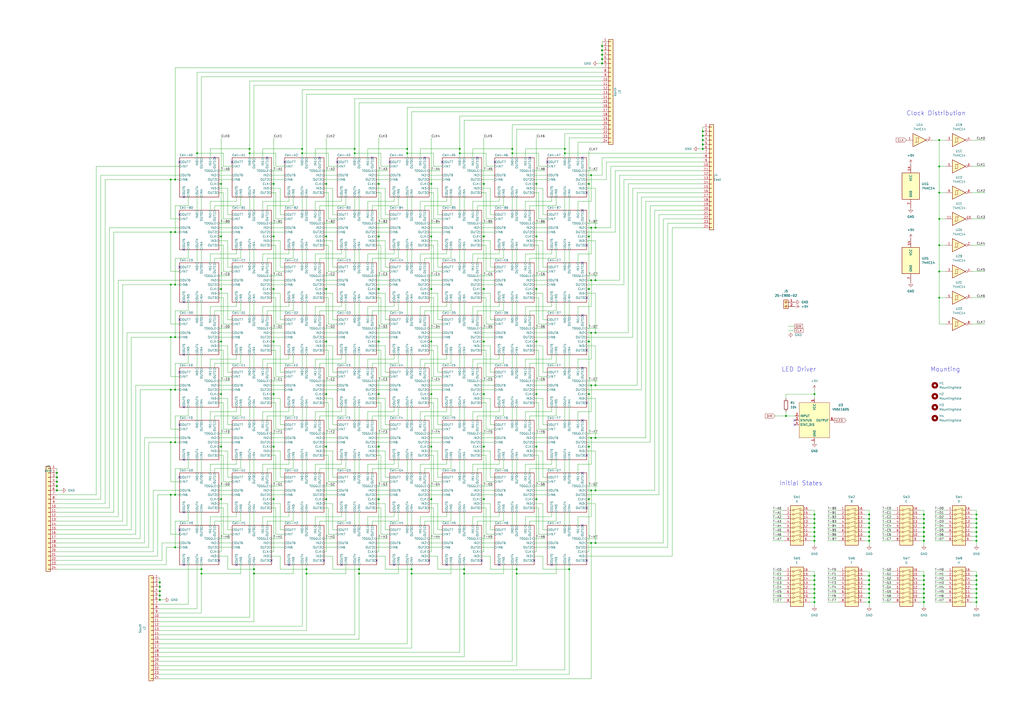
<source format=kicad_sch>
(kicad_sch (version 20211123) (generator eeschema)
  (paper "A2")
  (junction (at 175.26 86.36))
  (junction (at 208.28 332.74))
  (junction (at 349.25 34.29))
  (junction (at 566.42 298.45))
  (junction (at 342.9 284.48))
  (junction (at 341.63 106.68))
  (junction (at 99.06 256.54))
  (junction (at 472.44 300.99))
  (junction (at 472.44 311.15))
  (junction (at 219.71 259.08))
  (junction (at 158.75 137.16))
  (junction (at 535.94 346.71))
  (junction (at 472.44 339.09))
  (junction (at 266.7 86.36))
  (junction (at 189.23 137.16))
  (junction (at 189.23 259.08))
  (junction (at 535.94 313.69))
  (junction (at 472.44 228.6))
  (junction (at 205.74 88.9))
  (junction (at 144.78 86.36))
  (junction (at 504.19 339.09))
  (junction (at 128.27 198.12))
  (junction (at 311.15 228.6))
  (junction (at 504.19 300.99))
  (junction (at 250.19 167.64))
  (junction (at 280.67 167.64))
  (junction (at 250.19 289.56))
  (junction (at 99.06 104.14))
  (junction (at 342.9 132.08))
  (junction (at 544.83 157.48))
  (junction (at 455.93 241.3))
  (junction (at 101.6 165.1))
  (junction (at 407.67 86.36))
  (junction (at 280.67 259.08))
  (junction (at 280.67 289.56))
  (junction (at 99.06 134.62))
  (junction (at 535.94 311.15))
  (junction (at 236.22 88.9))
  (junction (at 311.15 289.56))
  (junction (at 535.94 303.53))
  (junction (at 330.2 330.2))
  (junction (at 566.42 341.63))
  (junction (at 544.83 96.52))
  (junction (at 566.42 313.69))
  (junction (at 101.6 287.02))
  (junction (at 177.8 330.2))
  (junction (at 158.75 228.6))
  (junction (at 311.15 259.08))
  (junction (at 280.67 228.6))
  (junction (at 566.42 300.99))
  (junction (at 342.9 193.04))
  (junction (at 280.67 106.68))
  (junction (at 504.19 313.69))
  (junction (at 101.6 226.06))
  (junction (at 341.63 137.16))
  (junction (at 311.15 137.16))
  (junction (at 99.06 226.06))
  (junction (at 250.19 259.08))
  (junction (at 342.9 223.52))
  (junction (at 128.27 137.16))
  (junction (at 345.44 314.96))
  (junction (at 158.75 198.12))
  (junction (at 101.6 256.54))
  (junction (at 189.23 167.64))
  (junction (at 472.44 313.69))
  (junction (at 504.19 344.17))
  (junction (at 535.94 344.17))
  (junction (at 311.15 167.64))
  (junction (at 544.83 111.76))
  (junction (at 250.19 137.16))
  (junction (at 158.75 259.08))
  (junction (at 116.84 330.2))
  (junction (at 219.71 198.12))
  (junction (at 472.44 349.25))
  (junction (at 535.94 306.07))
  (junction (at 269.24 332.74))
  (junction (at 349.25 29.21))
  (junction (at 504.19 341.63))
  (junction (at 535.94 336.55))
  (junction (at 250.19 198.12))
  (junction (at 128.27 167.64))
  (junction (at 342.9 101.6))
  (junction (at 566.42 311.15))
  (junction (at 566.42 339.09))
  (junction (at 345.44 254))
  (junction (at 147.32 332.74))
  (junction (at 504.19 298.45))
  (junction (at 472.44 308.61))
  (junction (at 92.71 340.36))
  (junction (at 297.18 86.36))
  (junction (at 116.84 332.74))
  (junction (at 33.02 276.86))
  (junction (at 280.67 137.16))
  (junction (at 158.75 289.56))
  (junction (at 341.63 289.56))
  (junction (at 472.44 344.17))
  (junction (at 341.63 228.6))
  (junction (at 219.71 289.56))
  (junction (at 219.71 137.16))
  (junction (at 349.25 26.67))
  (junction (at 205.74 86.36))
  (junction (at 504.19 349.25))
  (junction (at 92.71 342.9))
  (junction (at 175.26 88.9))
  (junction (at 219.71 106.68))
  (junction (at 535.94 308.61))
  (junction (at 472.44 306.07))
  (junction (at 345.44 284.48))
  (junction (at 504.19 308.61))
  (junction (at 236.22 86.36))
  (junction (at 189.23 106.68))
  (junction (at 101.6 317.5))
  (junction (at 472.44 334.01))
  (junction (at 269.24 330.2))
  (junction (at 566.42 334.01))
  (junction (at 92.71 347.98))
  (junction (at 208.28 330.2))
  (junction (at 299.72 330.2))
  (junction (at 566.42 349.25))
  (junction (at 177.8 332.74))
  (junction (at 219.71 167.64))
  (junction (at 342.9 254))
  (junction (at 472.44 341.63))
  (junction (at 535.94 298.45))
  (junction (at 144.78 88.9))
  (junction (at 341.63 167.64))
  (junction (at 250.19 106.68))
  (junction (at 472.44 303.53))
  (junction (at 504.19 311.15))
  (junction (at 535.94 341.63))
  (junction (at 327.66 86.36))
  (junction (at 342.9 314.96))
  (junction (at 544.83 142.24))
  (junction (at 128.27 106.68))
  (junction (at 128.27 259.08))
  (junction (at 311.15 106.68))
  (junction (at 250.19 228.6))
  (junction (at 504.19 303.53))
  (junction (at 345.44 162.56))
  (junction (at 472.44 346.71))
  (junction (at 535.94 334.01))
  (junction (at 504.19 336.55))
  (junction (at 189.23 228.6))
  (junction (at 158.75 106.68))
  (junction (at 504.19 306.07))
  (junction (at 407.67 83.82))
  (junction (at 238.76 332.74))
  (junction (at 101.6 134.62))
  (junction (at 566.42 306.07))
  (junction (at 341.63 259.08))
  (junction (at 311.15 198.12))
  (junction (at 407.67 78.74))
  (junction (at 566.42 346.71))
  (junction (at 99.06 165.1))
  (junction (at 101.6 104.14))
  (junction (at 566.42 344.17))
  (junction (at 33.02 274.32))
  (junction (at 566.42 308.61))
  (junction (at 345.44 223.52))
  (junction (at 128.27 289.56))
  (junction (at 33.02 281.94))
  (junction (at 189.23 289.56))
  (junction (at 472.44 298.45))
  (junction (at 92.71 345.44))
  (junction (at 266.7 88.9))
  (junction (at 33.02 279.4))
  (junction (at 114.3 88.9))
  (junction (at 544.83 81.28))
  (junction (at 341.63 198.12))
  (junction (at 407.67 81.28))
  (junction (at 349.25 31.75))
  (junction (at 566.42 336.55))
  (junction (at 472.44 336.55))
  (junction (at 535.94 300.99))
  (junction (at 345.44 193.04))
  (junction (at 544.83 127))
  (junction (at 189.23 198.12))
  (junction (at 544.83 172.72))
  (junction (at 504.19 334.01))
  (junction (at 566.42 303.53))
  (junction (at 504.19 346.71))
  (junction (at 158.75 167.64))
  (junction (at 297.18 88.9))
  (junction (at 147.32 330.2))
  (junction (at 342.9 162.56))
  (junction (at 349.25 36.83))
  (junction (at 299.72 332.74))
  (junction (at 280.67 198.12))
  (junction (at 33.02 284.48))
  (junction (at 99.06 287.02))
  (junction (at 99.06 195.58))
  (junction (at 101.6 195.58))
  (junction (at 238.76 330.2))
  (junction (at 535.94 349.25))
  (junction (at 407.67 76.2))
  (junction (at 535.94 339.09))
  (junction (at 92.71 337.82))
  (junction (at 128.27 228.6))
  (junction (at 219.71 228.6))
  (junction (at 345.44 132.08))
  (junction (at 327.66 88.9))
  (no_connect (at 106.68 297.18))
  (no_connect (at 259.08 327.66))
  (no_connect (at 337.82 304.8))
  (no_connect (at 340.36 325.12))
  (no_connect (at 340.36 142.24))
  (no_connect (at 248.92 325.12))
  (no_connect (at 337.82 243.84))
  (no_connect (at 279.4 325.12))
  (no_connect (at 104.14 215.9))
  (no_connect (at 309.88 325.12))
  (no_connect (at 276.86 91.44))
  (no_connect (at 289.56 327.66))
  (no_connect (at 106.68 266.7))
  (no_connect (at 104.14 246.38))
  (no_connect (at 337.82 274.32))
  (no_connect (at 340.36 203.2))
  (no_connect (at 337.82 213.36))
  (no_connect (at 337.82 121.92))
  (no_connect (at 337.82 182.88))
  (no_connect (at 340.36 172.72))
  (no_connect (at 337.82 152.4))
  (no_connect (at 340.36 294.64))
  (no_connect (at 106.68 236.22))
  (no_connect (at 228.6 327.66))
  (no_connect (at 307.34 91.44))
  (no_connect (at 317.5 93.98))
  (no_connect (at 320.04 327.66))
  (no_connect (at 461.01 246.38))
  (no_connect (at 461.01 243.84))
  (no_connect (at 104.14 276.86))
  (no_connect (at 287.02 93.98))
  (no_connect (at 256.54 93.98))
  (no_connect (at 340.36 264.16))
  (no_connect (at 340.36 111.76))
  (no_connect (at 337.82 91.44))
  (no_connect (at 246.38 91.44))
  (no_connect (at 104.14 307.34))
  (no_connect (at 106.68 205.74))
  (no_connect (at 215.9 91.44))
  (no_connect (at 124.46 91.44))
  (no_connect (at 106.68 144.78))
  (no_connect (at 104.14 124.46))
  (no_connect (at 134.62 93.98))
  (no_connect (at 154.94 91.44))
  (no_connect (at 104.14 154.94))
  (no_connect (at 106.68 175.26))
  (no_connect (at 104.14 185.42))
  (no_connect (at 106.68 114.3))
  (no_connect (at 104.14 93.98))
  (no_connect (at 195.58 93.98))
  (no_connect (at 185.42 91.44))
  (no_connect (at 165.1 93.98))
  (no_connect (at 226.06 93.98))
  (no_connect (at 198.12 327.66))
  (no_connect (at 187.96 325.12))
  (no_connect (at 218.44 325.12))
  (no_connect (at 340.36 233.68))
  (no_connect (at 167.64 327.66))
  (no_connect (at 137.16 327.66))
  (no_connect (at 157.48 325.12))
  (no_connect (at 127 325.12))
  (no_connect (at 106.68 327.66))
  (wire (pts (xy 193.04 109.22) (xy 193.04 124.46)))
  (wire (pts (xy 236.22 144.78) (xy 236.22 152.4)))
  (wire (pts (xy 256.54 185.42) (xy 254 185.42)))
  (wire (pts (xy 317.5 104.14) (xy 309.88 104.14)))
  (wire (pts (xy 340.36 259.08) (xy 341.63 259.08)))
  (wire (pts (xy 215.9 149.86) (xy 231.14 149.86)))
  (wire (pts (xy 187.96 106.68) (xy 189.23 106.68)))
  (wire (pts (xy 238.76 114.3) (xy 238.76 121.92)))
  (wire (pts (xy 109.22 180.34) (xy 101.6 180.34)))
  (wire (pts (xy 195.58 157.48) (xy 190.5 157.48)))
  (wire (pts (xy 374.65 116.84) (xy 407.67 116.84)))
  (wire (pts (xy 279.4 281.94) (xy 285.75 281.94)))
  (wire (pts (xy 535.94 341.63) (xy 535.94 344.17)))
  (wire (pts (xy 276.86 210.82) (xy 292.1 210.82)))
  (wire (pts (xy 165.1 127) (xy 160.02 127)))
  (wire (pts (xy 345.44 162.56) (xy 345.44 139.7)))
  (wire (pts (xy 299.72 152.4) (xy 299.72 144.78)))
  (wire (pts (xy 218.44 111.76) (xy 220.98 111.76)))
  (wire (pts (xy 127 129.54) (xy 133.35 129.54)))
  (wire (pts (xy 480.06 334.01) (xy 486.41 334.01)))
  (wire (pts (xy 218.44 256.54) (xy 226.06 256.54)))
  (wire (pts (xy 542.29 295.91) (xy 548.64 295.91)))
  (wire (pts (xy 104.14 218.44) (xy 99.06 218.44)))
  (wire (pts (xy 250.19 80.01) (xy 250.19 106.68)))
  (wire (pts (xy 158.75 167.64) (xy 158.75 198.12)))
  (wire (pts (xy 274.32 91.44) (xy 274.32 86.36)))
  (wire (pts (xy 480.06 313.69) (xy 486.41 313.69)))
  (wire (pts (xy 472.44 341.63) (xy 472.44 344.17)))
  (wire (pts (xy 162.56 139.7) (xy 162.56 154.94)))
  (wire (pts (xy 101.6 39.37) (xy 101.6 104.14)))
  (wire (pts (xy 154.94 271.78) (xy 170.18 271.78)))
  (wire (pts (xy 243.84 121.92) (xy 243.84 116.84)))
  (wire (pts (xy 144.78 205.74) (xy 144.78 213.36)))
  (wire (pts (xy 152.4 274.32) (xy 152.4 269.24)))
  (wire (pts (xy 256.54 276.86) (xy 254 276.86)))
  (wire (pts (xy 187.96 109.22) (xy 193.04 109.22)))
  (wire (pts (xy 175.26 91.44) (xy 175.26 88.9)))
  (wire (pts (xy 535.94 349.25) (xy 535.94 351.79)))
  (wire (pts (xy 127 314.96) (xy 134.62 314.96)))
  (wire (pts (xy 226.06 248.92) (xy 220.98 248.92)))
  (wire (pts (xy 223.52 124.46) (xy 226.06 124.46)))
  (wire (pts (xy 309.88 190.5) (xy 316.23 190.5)))
  (wire (pts (xy 469.9 341.63) (xy 472.44 341.63)))
  (wire (pts (xy 157.48 264.16) (xy 160.02 264.16)))
  (wire (pts (xy 218.44 129.54) (xy 224.79 129.54)))
  (wire (pts (xy 187.96 287.02) (xy 195.58 287.02)))
  (wire (pts (xy 367.03 109.22) (xy 407.67 109.22)))
  (wire (pts (xy 147.32 332.74) (xy 147.32 330.2)))
  (wire (pts (xy 566.42 339.09) (xy 566.42 341.63)))
  (wire (pts (xy 309.88 231.14) (xy 314.96 231.14)))
  (wire (pts (xy 314.96 276.86) (xy 317.5 276.86)))
  (wire (pts (xy 448.31 334.01) (xy 454.66 334.01)))
  (wire (pts (xy 109.22 144.78) (xy 109.22 149.86)))
  (wire (pts (xy 213.36 304.8) (xy 213.36 299.72)))
  (wire (pts (xy 279.4 106.68) (xy 280.67 106.68)))
  (wire (pts (xy 327.66 88.9) (xy 407.67 88.9)))
  (wire (pts (xy 472.44 306.07) (xy 472.44 308.61)))
  (wire (pts (xy 276.86 180.34) (xy 276.86 182.88)))
  (wire (pts (xy 266.7 152.4) (xy 266.7 144.78)))
  (wire (pts (xy 469.9 346.71) (xy 472.44 346.71)))
  (wire (pts (xy 101.6 271.78) (xy 101.6 287.02)))
  (wire (pts (xy 147.32 297.18) (xy 147.32 304.8)))
  (wire (pts (xy 340.36 261.62) (xy 345.44 261.62)))
  (wire (pts (xy 345.44 314.96) (xy 345.44 292.1)))
  (wire (pts (xy 195.58 307.34) (xy 193.04 307.34)))
  (wire (pts (xy 511.81 295.91) (xy 518.16 295.91)))
  (wire (pts (xy 218.44 220.98) (xy 224.79 220.98)))
  (wire (pts (xy 335.28 177.8) (xy 342.9 177.8)))
  (wire (pts (xy 187.96 198.12) (xy 189.23 198.12)))
  (wire (pts (xy 208.28 332.74) (xy 231.14 332.74)))
  (wire (pts (xy 218.44 139.7) (xy 223.52 139.7)))
  (wire (pts (xy 137.16 175.26) (xy 137.16 177.8)))
  (wire (pts (xy 104.14 157.48) (xy 99.06 157.48)))
  (wire (pts (xy 501.65 339.09) (xy 504.19 339.09)))
  (wire (pts (xy 154.94 121.92) (xy 154.94 119.38)))
  (wire (pts (xy 533.4 334.01) (xy 535.94 334.01)))
  (wire (pts (xy 535.94 331.47) (xy 535.94 334.01)))
  (wire (pts (xy 279.4 317.5) (xy 287.02 317.5)))
  (wire (pts (xy 279.4 226.06) (xy 287.02 226.06)))
  (wire (pts (xy 280.67 228.6) (xy 280.67 259.08)))
  (wire (pts (xy 195.58 218.44) (xy 190.5 218.44)))
  (wire (pts (xy 154.94 304.8) (xy 154.94 302.26)))
  (wire (pts (xy 127 254) (xy 134.62 254)))
  (wire (pts (xy 309.88 203.2) (xy 312.42 203.2)))
  (wire (pts (xy 276.86 149.86) (xy 276.86 152.4)))
  (wire (pts (xy 218.44 170.18) (xy 223.52 170.18)))
  (wire (pts (xy 248.92 99.06) (xy 255.27 99.06)))
  (wire (pts (xy 317.5 309.88) (xy 312.42 309.88)))
  (wire (pts (xy 157.48 142.24) (xy 160.02 142.24)))
  (wire (pts (xy 287.02 256.54) (xy 279.4 256.54)))
  (wire (pts (xy 165.1 96.52) (xy 160.02 96.52)))
  (wire (pts (xy 218.44 287.02) (xy 226.06 287.02)))
  (wire (pts (xy 367.03 195.58) (xy 367.03 109.22)))
  (wire (pts (xy 160.02 88.9) (xy 144.78 88.9)))
  (wire (pts (xy 317.5 157.48) (xy 312.42 157.48)))
  (wire (pts (xy 208.28 114.3) (xy 208.28 121.92)))
  (wire (pts (xy 274.32 274.32) (xy 274.32 269.24)))
  (wire (pts (xy 144.78 236.22) (xy 144.78 243.84)))
  (wire (pts (xy 251.46 264.16) (xy 251.46 279.4)))
  (wire (pts (xy 566.42 308.61) (xy 566.42 311.15)))
  (wire (pts (xy 251.46 294.64) (xy 248.92 294.64)))
  (wire (pts (xy 563.88 344.17) (xy 566.42 344.17)))
  (wire (pts (xy 134.62 96.52) (xy 129.54 96.52)))
  (wire (pts (xy 327.66 86.36) (xy 304.8 86.36)))
  (wire (pts (xy 354.33 96.52) (xy 354.33 132.08)))
  (wire (pts (xy 157.48 256.54) (xy 165.1 256.54)))
  (wire (pts (xy 165.1 248.92) (xy 160.02 248.92)))
  (wire (pts (xy 66.04 297.18) (xy 66.04 134.62)))
  (wire (pts (xy 213.36 152.4) (xy 213.36 147.32)))
  (wire (pts (xy 147.32 205.74) (xy 147.32 213.36)))
  (wire (pts (xy 99.06 134.62) (xy 99.06 157.48)))
  (wire (pts (xy 157.48 106.68) (xy 158.75 106.68)))
  (wire (pts (xy 472.44 346.71) (xy 472.44 349.25)))
  (wire (pts (xy 127 317.5) (xy 134.62 317.5)))
  (wire (pts (xy 330.2 175.26) (xy 330.2 182.88)))
  (wire (pts (xy 63.5 132.08) (xy 63.5 294.64)))
  (wire (pts (xy 116.84 236.22) (xy 116.84 243.84)))
  (wire (pts (xy 33.02 271.78) (xy 33.02 274.32)))
  (wire (pts (xy 345.44 223.52) (xy 345.44 200.66)))
  (wire (pts (xy 469.9 313.69) (xy 472.44 313.69)))
  (wire (pts (xy 314.96 330.2) (xy 330.2 330.2)))
  (wire (pts (xy 261.62 327.66) (xy 261.62 332.74)))
  (wire (pts (xy 200.66 297.18) (xy 200.66 302.26)))
  (wire (pts (xy 127 190.5) (xy 133.35 190.5)))
  (wire (pts (xy 309.88 287.02) (xy 317.5 287.02)))
  (wire (pts (xy 279.4 254) (xy 287.02 254)))
  (wire (pts (xy 542.29 313.69) (xy 548.64 313.69)))
  (wire (pts (xy 372.11 226.06) (xy 372.11 114.3)))
  (wire (pts (xy 92.71 337.82) (xy 92.71 340.36)))
  (wire (pts (xy 195.58 162.56) (xy 187.96 162.56)))
  (wire (pts (xy 330.2 114.3) (xy 330.2 121.92)))
  (wire (pts (xy 99.06 287.02) (xy 99.06 309.88)))
  (wire (pts (xy 162.56 215.9) (xy 165.1 215.9)))
  (wire (pts (xy 154.94 149.86) (xy 154.94 152.4)))
  (wire (pts (xy 129.54 233.68) (xy 127 233.68)))
  (wire (pts (xy 152.4 208.28) (xy 167.64 208.28)))
  (wire (pts (xy 198.12 205.74) (xy 198.12 208.28)))
  (wire (pts (xy 287.02 246.38) (xy 284.48 246.38)))
  (wire (pts (xy 139.7 266.7) (xy 139.7 271.78)))
  (wire (pts (xy 448.31 313.69) (xy 454.66 313.69)))
  (wire (pts (xy 342.9 223.52) (xy 345.44 223.52)))
  (wire (pts (xy 254 292.1) (xy 254 307.34)))
  (wire (pts (xy 259.08 177.8) (xy 243.84 177.8)))
  (wire (pts (xy 261.62 119.38) (xy 246.38 119.38)))
  (wire (pts (xy 279.4 137.16) (xy 280.67 137.16)))
  (wire (pts (xy 104.14 132.08) (xy 63.5 132.08)))
  (wire (pts (xy 248.92 193.04) (xy 256.54 193.04)))
  (wire (pts (xy 504.19 298.45) (xy 504.19 300.99)))
  (wire (pts (xy 157.48 231.14) (xy 162.56 231.14)))
  (wire (pts (xy 177.8 236.22) (xy 177.8 243.84)))
  (wire (pts (xy 127 294.64) (xy 129.54 294.64)))
  (wire (pts (xy 340.36 289.56) (xy 341.63 289.56)))
  (wire (pts (xy 248.92 101.6) (xy 256.54 101.6)))
  (wire (pts (xy 33.02 279.4) (xy 33.02 281.94)))
  (wire (pts (xy 165.1 279.4) (xy 160.02 279.4)))
  (wire (pts (xy 327.66 388.62) (xy 92.71 388.62)))
  (wire (pts (xy 116.84 297.18) (xy 116.84 304.8)))
  (wire (pts (xy 157.48 160.02) (xy 163.83 160.02)))
  (wire (pts (xy 248.92 198.12) (xy 250.19 198.12)))
  (wire (pts (xy 504.19 300.99) (xy 504.19 303.53)))
  (wire (pts (xy 132.08 322.58) (xy 132.08 330.2)))
  (wire (pts (xy 109.22 271.78) (xy 101.6 271.78)))
  (wire (pts (xy 542.29 339.09) (xy 548.64 339.09)))
  (wire (pts (xy 501.65 331.47) (xy 504.19 331.47)))
  (wire (pts (xy 139.7 236.22) (xy 139.7 241.3)))
  (wire (pts (xy 297.18 327.66) (xy 297.18 383.54)))
  (wire (pts (xy 200.66 327.66) (xy 200.66 332.74)))
  (wire (pts (xy 132.08 246.38) (xy 134.62 246.38)))
  (wire (pts (xy 369.57 223.52) (xy 345.44 223.52)))
  (wire (pts (xy 563.88 96.52) (xy 571.5 96.52)))
  (wire (pts (xy 254 200.66) (xy 254 215.9)))
  (wire (pts (xy 533.4 311.15) (xy 535.94 311.15)))
  (wire (pts (xy 195.58 254) (xy 187.96 254)))
  (wire (pts (xy 185.42 121.92) (xy 185.42 119.38)))
  (wire (pts (xy 132.08 292.1) (xy 132.08 307.34)))
  (wire (pts (xy 345.44 254) (xy 342.9 254)))
  (wire (pts (xy 190.5 111.76) (xy 190.5 127)))
  (wire (pts (xy 228.6 116.84) (xy 213.36 116.84)))
  (wire (pts (xy 349.25 82.55) (xy 335.28 82.55)))
  (wire (pts (xy 327.66 88.9) (xy 327.66 86.36)))
  (wire (pts (xy 279.4 111.76) (xy 281.94 111.76)))
  (wire (pts (xy 248.92 142.24) (xy 251.46 142.24)))
  (wire (pts (xy 177.8 175.26) (xy 177.8 182.88)))
  (wire (pts (xy 448.31 344.17) (xy 454.66 344.17)))
  (wire (pts (xy 243.84 116.84) (xy 259.08 116.84)))
  (wire (pts (xy 297.18 297.18) (xy 297.18 304.8)))
  (wire (pts (xy 157.48 198.12) (xy 158.75 198.12)))
  (wire (pts (xy 226.06 154.94) (xy 223.52 154.94)))
  (wire (pts (xy 236.22 266.7) (xy 236.22 274.32)))
  (wire (pts (xy 167.64 238.76) (xy 167.64 236.22)))
  (wire (pts (xy 213.36 177.8) (xy 228.6 177.8)))
  (wire (pts (xy 279.4 198.12) (xy 280.67 198.12)))
  (wire (pts (xy 304.8 213.36) (xy 304.8 208.28)))
  (wire (pts (xy 261.62 236.22) (xy 261.62 241.3)))
  (wire (pts (xy 127 200.66) (xy 132.08 200.66)))
  (wire (pts (xy 287.02 218.44) (xy 281.94 218.44)))
  (wire (pts (xy 248.92 322.58) (xy 254 322.58)))
  (wire (pts (xy 276.86 121.92) (xy 276.86 119.38)))
  (wire (pts (xy 256.54 127) (xy 251.46 127)))
  (wire (pts (xy 501.65 341.63) (xy 504.19 341.63)))
  (wire (pts (xy 238.76 375.92) (xy 238.76 332.74)))
  (wire (pts (xy 309.88 256.54) (xy 317.5 256.54)))
  (wire (pts (xy 187.96 228.6) (xy 189.23 228.6)))
  (wire (pts (xy 218.44 172.72) (xy 220.98 172.72)))
  (wire (pts (xy 238.76 236.22) (xy 238.76 243.84)))
  (wire (pts (xy 157.48 167.64) (xy 158.75 167.64)))
  (wire (pts (xy 127 226.06) (xy 134.62 226.06)))
  (wire (pts (xy 213.36 213.36) (xy 213.36 208.28)))
  (wire (pts (xy 33.02 281.94) (xy 33.02 284.48)))
  (wire (pts (xy 109.22 205.74) (xy 109.22 210.82)))
  (wire (pts (xy 563.88 336.55) (xy 566.42 336.55)))
  (wire (pts (xy 566.42 313.69) (xy 566.42 316.23)))
  (wire (pts (xy 200.66 205.74) (xy 200.66 210.82)))
  (wire (pts (xy 279.4 167.64) (xy 280.67 167.64)))
  (wire (pts (xy 147.32 236.22) (xy 147.32 243.84)))
  (wire (pts (xy 327.66 205.74) (xy 327.66 213.36)))
  (wire (pts (xy 177.8 332.74) (xy 200.66 332.74)))
  (wire (pts (xy 314.96 292.1) (xy 314.96 307.34)))
  (wire (pts (xy 511.81 346.71) (xy 518.16 346.71)))
  (wire (pts (xy 533.4 308.61) (xy 535.94 308.61)))
  (wire (pts (xy 335.28 82.55) (xy 335.28 91.44)))
  (wire (pts (xy 33.02 314.96) (xy 83.82 314.96)))
  (wire (pts (xy 472.44 226.06) (xy 472.44 228.6)))
  (wire (pts (xy 311.15 198.12) (xy 311.15 228.6)))
  (wire (pts (xy 187.96 193.04) (xy 195.58 193.04)))
  (wire (pts (xy 124.46 180.34) (xy 124.46 182.88)))
  (wire (pts (xy 304.8 299.72) (xy 320.04 299.72)))
  (wire (pts (xy 147.32 49.53) (xy 147.32 91.44)))
  (wire (pts (xy 563.88 298.45) (xy 566.42 298.45)))
  (wire (pts (xy 91.44 322.58) (xy 33.02 322.58)))
  (wire (pts (xy 231.14 119.38) (xy 215.9 119.38)))
  (wire (pts (xy 170.18 241.3) (xy 154.94 241.3)))
  (wire (pts (xy 160.02 294.64) (xy 160.02 309.88)))
  (wire (pts (xy 535.94 339.09) (xy 535.94 341.63)))
  (wire (pts (xy 127 231.14) (xy 132.08 231.14)))
  (wire (pts (xy 563.88 127) (xy 571.5 127)))
  (wire (pts (xy 236.22 86.36) (xy 236.22 62.23)))
  (wire (pts (xy 129.54 172.72) (xy 129.54 187.96)))
  (wire (pts (xy 190.5 233.68) (xy 190.5 248.92)))
  (wire (pts (xy 160.02 294.64) (xy 157.48 294.64)))
  (wire (pts (xy 563.88 334.01) (xy 566.42 334.01)))
  (wire (pts (xy 93.98 325.12) (xy 33.02 325.12)))
  (wire (pts (xy 387.35 317.5) (xy 387.35 129.54)))
  (wire (pts (xy 469.9 298.45) (xy 472.44 298.45)))
  (wire (pts (xy 152.4 121.92) (xy 152.4 116.84)))
  (wire (pts (xy 114.3 213.36) (xy 114.3 205.74)))
  (wire (pts (xy 104.14 162.56) (xy 68.58 162.56)))
  (wire (pts (xy 327.66 266.7) (xy 327.66 274.32)))
  (wire (pts (xy 134.62 124.46) (xy 132.08 124.46)))
  (wire (pts (xy 327.66 152.4) (xy 327.66 144.78)))
  (wire (pts (xy 109.22 241.3) (xy 101.6 241.3)))
  (wire (pts (xy 284.48 170.18) (xy 284.48 185.42)))
  (wire (pts (xy 335.28 152.4) (xy 335.28 147.32)))
  (wire (pts (xy 287.02 127) (xy 281.94 127)))
  (wire (pts (xy 104.14 309.88) (xy 99.06 309.88)))
  (wire (pts (xy 187.96 200.66) (xy 193.04 200.66)))
  (wire (pts (xy 389.89 322.58) (xy 340.36 322.58)))
  (wire (pts (xy 261.62 297.18) (xy 261.62 302.26)))
  (wire (pts (xy 223.52 200.66) (xy 223.52 215.9)))
  (wire (pts (xy 297.18 91.44) (xy 297.18 88.9)))
  (wire (pts (xy 266.7 114.3) (xy 266.7 121.92)))
  (wire (pts (xy 511.81 336.55) (xy 518.16 336.55)))
  (wire (pts (xy 213.36 147.32) (xy 228.6 147.32)))
  (wire (pts (xy 535.94 298.45) (xy 535.94 300.99)))
  (wire (pts (xy 304.8 91.44) (xy 304.8 86.36)))
  (wire (pts (xy 218.44 226.06) (xy 226.06 226.06)))
  (wire (pts (xy 297.18 266.7) (xy 297.18 274.32)))
  (wire (pts (xy 170.18 175.26) (xy 170.18 180.34)))
  (wire (pts (xy 511.81 344.17) (xy 518.16 344.17)))
  (wire (pts (xy 248.92 170.18) (xy 254 170.18)))
  (wire (pts (xy 480.06 295.91) (xy 486.41 295.91)))
  (wire (pts (xy 504.19 331.47) (xy 504.19 334.01)))
  (wire (pts (xy 340.36 251.46) (xy 346.71 251.46)))
  (wire (pts (xy 542.29 300.99) (xy 548.64 300.99)))
  (wire (pts (xy 160.02 96.52) (xy 160.02 88.9)))
  (wire (pts (xy 266.7 86.36) (xy 243.84 86.36)))
  (wire (pts (xy 533.4 346.71) (xy 535.94 346.71)))
  (wire (pts (xy 309.88 289.56) (xy 311.15 289.56)))
  (wire (pts (xy 187.96 172.72) (xy 190.5 172.72)))
  (wire (pts (xy 190.5 203.2) (xy 190.5 218.44)))
  (wire (pts (xy 279.4 142.24) (xy 281.94 142.24)))
  (wire (pts (xy 144.78 175.26) (xy 144.78 182.88)))
  (wire (pts (xy 165.1 287.02) (xy 157.48 287.02)))
  (wire (pts (xy 342.9 208.28) (xy 342.9 193.04)))
  (wire (pts (xy 187.96 314.96) (xy 195.58 314.96)))
  (wire (pts (xy 455.93 238.76) (xy 455.93 241.3)))
  (wire (pts (xy 220.98 203.2) (xy 220.98 218.44)))
  (wire (pts (xy 269.24 332.74) (xy 269.24 330.2)))
  (wire (pts (xy 218.44 200.66) (xy 223.52 200.66)))
  (wire (pts (xy 292.1 205.74) (xy 292.1 210.82)))
  (wire (pts (xy 33.02 292.1) (xy 60.96 292.1)))
  (wire (pts (xy 342.9 116.84) (xy 342.9 101.6)))
  (wire (pts (xy 187.96 264.16) (xy 190.5 264.16)))
  (wire (pts (xy 340.36 292.1) (xy 345.44 292.1)))
  (wire (pts (xy 349.25 49.53) (xy 147.32 49.53)))
  (wire (pts (xy 158.75 198.12) (xy 158.75 228.6)))
  (wire (pts (xy 158.75 80.01) (xy 158.75 106.68)))
  (wire (pts (xy 162.56 292.1) (xy 162.56 307.34)))
  (wire (pts (xy 205.74 114.3) (xy 205.74 121.92)))
  (wire (pts (xy 220.98 88.9) (xy 205.74 88.9)))
  (wire (pts (xy 182.88 116.84) (xy 198.12 116.84)))
  (wire (pts (xy 511.81 298.45) (xy 518.16 298.45)))
  (wire (pts (xy 104.14 101.6) (xy 58.42 101.6)))
  (wire (pts (xy 170.18 119.38) (xy 154.94 119.38)))
  (wire (pts (xy 167.64 147.32) (xy 152.4 147.32)))
  (wire (pts (xy 177.8 327.66) (xy 177.8 330.2)))
  (wire (pts (xy 349.25 74.93) (xy 299.72 74.93)))
  (wire (pts (xy 266.7 378.46) (xy 92.71 378.46)))
  (wire (pts (xy 335.28 269.24) (xy 342.9 269.24)))
  (wire (pts (xy 182.88 213.36) (xy 182.88 208.28)))
  (wire (pts (xy 266.7 67.31) (xy 349.25 67.31)))
  (wire (pts (xy 231.14 266.7) (xy 231.14 271.78)))
  (wire (pts (xy 170.18 266.7) (xy 170.18 271.78)))
  (wire (pts (xy 157.48 104.14) (xy 165.1 104.14)))
  (wire (pts (xy 104.14 279.4) (xy 99.06 279.4)))
  (wire (pts (xy 147.32 114.3) (xy 147.32 121.92)))
  (wire (pts (xy 287.02 279.4) (xy 281.94 279.4)))
  (wire (pts (xy 248.92 292.1) (xy 254 292.1)))
  (wire (pts (xy 167.64 208.28) (xy 167.64 205.74)))
  (wire (pts (xy 189.23 320.04) (xy 187.96 320.04)))
  (wire (pts (xy 511.81 349.25) (xy 518.16 349.25)))
  (wire (pts (xy 314.96 215.9) (xy 317.5 215.9)))
  (wire (pts (xy 501.65 300.99) (xy 504.19 300.99)))
  (wire (pts (xy 158.75 228.6) (xy 158.75 259.08)))
  (wire (pts (xy 101.6 302.26) (xy 101.6 317.5)))
  (wire (pts (xy 566.42 303.53) (xy 566.42 306.07)))
  (wire (pts (xy 243.84 213.36) (xy 243.84 208.28)))
  (wire (pts (xy 124.46 119.38) (xy 124.46 121.92)))
  (wire (pts (xy 160.02 172.72) (xy 160.02 187.96)))
  (wire (pts (xy 448.31 306.07) (xy 454.66 306.07)))
  (wire (pts (xy 349.25 44.45) (xy 116.84 44.45)))
  (wire (pts (xy 345.44 193.04) (xy 342.9 193.04)))
  (wire (pts (xy 455.93 241.3) (xy 461.01 241.3)))
  (wire (pts (xy 472.44 334.01) (xy 472.44 336.55)))
  (wire (pts (xy 345.44 132.08) (xy 342.9 132.08)))
  (wire (pts (xy 544.83 157.48) (xy 548.64 157.48)))
  (wire (pts (xy 322.58 236.22) (xy 322.58 241.3)))
  (wire (pts (xy 134.62 132.08) (xy 127 132.08)))
  (wire (pts (xy 208.28 297.18) (xy 208.28 304.8)))
  (wire (pts (xy 185.42 302.26) (xy 200.66 302.26)))
  (wire (pts (xy 309.88 314.96) (xy 317.5 314.96)))
  (wire (pts (xy 256.54 187.96) (xy 251.46 187.96)))
  (wire (pts (xy 137.16 299.72) (xy 137.16 297.18)))
  (wire (pts (xy 279.4 289.56) (xy 280.67 289.56)))
  (wire (pts (xy 566.42 346.71) (xy 566.42 349.25)))
  (wire (pts (xy 213.36 121.92) (xy 213.36 116.84)))
  (wire (pts (xy 248.92 162.56) (xy 256.54 162.56)))
  (wire (pts (xy 448.31 336.55) (xy 454.66 336.55)))
  (wire (pts (xy 279.4 228.6) (xy 280.67 228.6)))
  (wire (pts (xy 218.44 314.96) (xy 226.06 314.96)))
  (wire (pts (xy 501.65 308.61) (xy 504.19 308.61)))
  (wire (pts (xy 193.04 292.1) (xy 193.04 307.34)))
  (wire (pts (xy 185.42 271.78) (xy 185.42 274.32)))
  (wire (pts (xy 342.9 314.96) (xy 345.44 314.96)))
  (wire (pts (xy 121.92 304.8) (xy 121.92 299.72)))
  (wire (pts (xy 157.48 132.08) (xy 165.1 132.08)))
  (wire (pts (xy 276.86 213.36) (xy 276.86 210.82)))
  (wire (pts (xy 215.9 302.26) (xy 215.9 304.8)))
  (wire (pts (xy 250.19 167.64) (xy 250.19 198.12)))
  (wire (pts (xy 307.34 302.26) (xy 322.58 302.26)))
  (wire (pts (xy 124.46 271.78) (xy 139.7 271.78)))
  (wire (pts (xy 349.25 69.85) (xy 269.24 69.85)))
  (wire (pts (xy 193.04 276.86) (xy 195.58 276.86)))
  (wire (pts (xy 349.25 29.21) (xy 349.25 31.75)))
  (wire (pts (xy 189.23 289.56) (xy 189.23 320.04)))
  (wire (pts (xy 157.48 170.18) (xy 162.56 170.18)))
  (wire (pts (xy 157.48 317.5) (xy 165.1 317.5)))
  (wire (pts (xy 189.23 167.64) (xy 189.23 198.12)))
  (wire (pts (xy 116.84 332.74) (xy 139.7 332.74)))
  (wire (pts (xy 175.26 266.7) (xy 175.26 274.32)))
  (wire (pts (xy 218.44 317.5) (xy 226.06 317.5)))
  (wire (pts (xy 533.4 313.69) (xy 535.94 313.69)))
  (wire (pts (xy 292.1 241.3) (xy 276.86 241.3)))
  (wire (pts (xy 299.72 386.08) (xy 299.72 332.74)))
  (wire (pts (xy 246.38 180.34) (xy 261.62 180.34)))
  (wire (pts (xy 297.18 86.36) (xy 297.18 72.39)))
  (wire (pts (xy 177.8 114.3) (xy 177.8 121.92)))
  (wire (pts (xy 215.9 210.82) (xy 215.9 213.36)))
  (wire (pts (xy 269.24 175.26) (xy 269.24 182.88)))
  (wire (pts (xy 297.18 86.36) (xy 274.32 86.36)))
  (wire (pts (xy 104.14 226.06) (xy 101.6 226.06)))
  (wire (pts (xy 139.7 144.78) (xy 139.7 149.86)))
  (wire (pts (xy 205.74 297.18) (xy 205.74 304.8)))
  (wire (pts (xy 144.78 358.14) (xy 92.71 358.14)))
  (wire (pts (xy 307.34 119.38) (xy 322.58 119.38)))
  (wire (pts (xy 238.76 64.77) (xy 238.76 91.44)))
  (wire (pts (xy 127 99.06) (xy 133.35 99.06)))
  (wire (pts (xy 218.44 106.68) (xy 219.71 106.68)))
  (wire (pts (xy 185.42 210.82) (xy 200.66 210.82)))
  (wire (pts (xy 480.06 344.17) (xy 486.41 344.17)))
  (wire (pts (xy 167.64 177.8) (xy 152.4 177.8)))
  (wire (pts (xy 93.98 314.96) (xy 93.98 325.12)))
  (wire (pts (xy 134.62 187.96) (xy 129.54 187.96)))
  (wire (pts (xy 223.52 109.22) (xy 223.52 124.46)))
  (wire (pts (xy 374.65 254) (xy 345.44 254)))
  (wire (pts (xy 309.88 322.58) (xy 314.96 322.58)))
  (wire (pts (xy 213.36 299.72) (xy 228.6 299.72)))
  (wire (pts (xy 129.54 96.52) (xy 129.54 88.9)))
  (wire (pts (xy 542.29 334.01) (xy 548.64 334.01)))
  (wire (pts (xy 213.36 238.76) (xy 228.6 238.76)))
  (wire (pts (xy 246.38 182.88) (xy 246.38 180.34)))
  (wire (pts (xy 314.96 109.22) (xy 314.96 124.46)))
  (wire (pts (xy 33.02 284.48) (xy 35.56 284.48)))
  (wire (pts (xy 248.92 259.08) (xy 250.19 259.08)))
  (wire (pts (xy 127 195.58) (xy 134.62 195.58)))
  (wire (pts (xy 137.16 116.84) (xy 121.92 116.84)))
  (wire (pts (xy 279.4 312.42) (xy 285.75 312.42)))
  (wire (pts (xy 251.46 142.24) (xy 251.46 157.48)))
  (wire (pts (xy 157.48 172.72) (xy 160.02 172.72)))
  (wire (pts (xy 248.92 104.14) (xy 256.54 104.14)))
  (wire (pts (xy 187.96 142.24) (xy 190.5 142.24)))
  (wire (pts (xy 297.18 144.78) (xy 297.18 152.4)))
  (wire (pts (xy 158.75 259.08) (xy 158.75 289.56)))
  (wire (pts (xy 256.54 307.34) (xy 254 307.34)))
  (wire (pts (xy 309.88 281.94) (xy 316.23 281.94)))
  (wire (pts (xy 312.42 88.9) (xy 297.18 88.9)))
  (wire (pts (xy 320.04 238.76) (xy 320.04 236.22)))
  (wire (pts (xy 185.42 213.36) (xy 185.42 210.82)))
  (wire (pts (xy 342.9 269.24) (xy 342.9 254)))
  (wire (pts (xy 218.44 254) (xy 226.06 254)))
  (wire (pts (xy 292.1 175.26) (xy 292.1 180.34)))
  (wire (pts (xy 472.44 349.25) (xy 472.44 351.79)))
  (wire (pts (xy 320.04 147.32) (xy 320.04 144.78)))
  (wire (pts (xy 236.22 86.36) (xy 236.22 88.9)))
  (wire (pts (xy 480.06 308.61) (xy 486.41 308.61)))
  (wire (pts (xy 340.36 223.52) (xy 342.9 223.52)))
  (wire (pts (xy 165.1 157.48) (xy 160.02 157.48)))
  (wire (pts (xy 309.88 172.72) (xy 312.42 172.72)))
  (wire (pts (xy 320.04 177.8) (xy 304.8 177.8)))
  (wire (pts (xy 480.06 346.71) (xy 486.41 346.71)))
  (wire (pts (xy 219.71 320.04) (xy 218.44 320.04)))
  (wire (pts (xy 248.92 134.62) (xy 256.54 134.62)))
  (wire (pts (xy 341.63 198.12) (xy 341.63 228.6)))
  (wire (pts (xy 340.36 106.68) (xy 341.63 106.68)))
  (wire (pts (xy 544.83 96.52) (xy 544.83 111.76)))
  (wire (pts (xy 297.18 175.26) (xy 297.18 182.88)))
  (wire (pts (xy 563.88 331.47) (xy 566.42 331.47)))
  (wire (pts (xy 139.7 149.86) (xy 124.46 149.86)))
  (wire (pts (xy 322.58 327.66) (xy 322.58 332.74)))
  (wire (pts (xy 127 228.6) (xy 128.27 228.6)))
  (wire (pts (xy 137.16 236.22) (xy 137.16 238.76)))
  (wire (pts (xy 563.88 172.72) (xy 571.5 172.72)))
  (wire (pts (xy 121.92 213.36) (xy 121.92 208.28)))
  (wire (pts (xy 124.46 271.78) (xy 124.46 274.32)))
  (wire (pts (xy 251.46 203.2) (xy 251.46 218.44)))
  (wire (pts (xy 248.92 261.62) (xy 254 261.62)))
  (wire (pts (xy 231.14 236.22) (xy 231.14 241.3)))
  (wire (pts (xy 190.5 88.9) (xy 175.26 88.9)))
  (wire (pts (xy 109.22 297.18) (xy 109.22 302.26)))
  (wire (pts (xy 158.75 106.68) (xy 158.75 137.16)))
  (wire (pts (xy 248.92 129.54) (xy 255.27 129.54)))
  (wire (pts (xy 292.1 266.7) (xy 292.1 271.78)))
  (wire (pts (xy 304.8 121.92) (xy 304.8 116.84)))
  (wire (pts (xy 127 137.16) (xy 128.27 137.16)))
  (wire (pts (xy 542.29 308.61) (xy 548.64 308.61)))
  (wire (pts (xy 187.96 111.76) (xy 190.5 111.76)))
  (wire (pts (xy 289.56 177.8) (xy 289.56 175.26)))
  (wire (pts (xy 195.58 187.96) (xy 190.5 187.96)))
  (wire (pts (xy 566.42 300.99) (xy 566.42 303.53)))
  (wire (pts (xy 281.94 264.16) (xy 281.94 279.4)))
  (wire (pts (xy 276.86 241.3) (xy 276.86 243.84)))
  (wire (pts (xy 60.96 292.1) (xy 60.96 104.14)))
  (wire (pts (xy 327.66 327.66) (xy 327.66 388.62)))
  (wire (pts (xy 327.66 91.44) (xy 327.66 88.9)))
  (wire (pts (xy 162.56 246.38) (xy 165.1 246.38)))
  (wire (pts (xy 274.32 116.84) (xy 289.56 116.84)))
  (wire (pts (xy 501.65 349.25) (xy 504.19 349.25)))
  (wire (pts (xy 317.5 154.94) (xy 314.96 154.94)))
  (wire (pts (xy 299.72 297.18) (xy 299.72 304.8)))
  (wire (pts (xy 469.9 303.53) (xy 472.44 303.53)))
  (wire (pts (xy 535.94 334.01) (xy 535.94 336.55)))
  (wire (pts (xy 86.36 256.54) (xy 86.36 317.5)))
  (wire (pts (xy 124.46 210.82) (xy 124.46 213.36)))
  (wire (pts (xy 248.92 314.96) (xy 256.54 314.96)))
  (wire (pts (xy 175.26 363.22) (xy 92.71 363.22)))
  (wire (pts (xy 279.4 200.66) (xy 284.48 200.66)))
  (wire (pts (xy 185.42 180.34) (xy 185.42 182.88)))
  (wire (pts (xy 127 198.12) (xy 128.27 198.12)))
  (wire (pts (xy 340.36 200.66) (xy 345.44 200.66)))
  (wire (pts (xy 535.94 344.17) (xy 535.94 346.71)))
  (wire (pts (xy 469.9 295.91) (xy 472.44 295.91)))
  (wire (pts (xy 99.06 226.06) (xy 81.28 226.06)))
  (wire (pts (xy 124.46 149.86) (xy 124.46 152.4)))
  (wire (pts (xy 109.22 149.86) (xy 101.6 149.86)))
  (wire (pts (xy 220.98 309.88) (xy 220.98 294.64)))
  (wire (pts (xy 280.67 259.08) (xy 280.67 289.56)))
  (wire (pts (xy 195.58 165.1) (xy 187.96 165.1)))
  (wire (pts (xy 99.06 248.92) (xy 99.06 226.06)))
  (wire (pts (xy 132.08 261.62) (xy 132.08 276.86)))
  (wire (pts (xy 269.24 213.36) (xy 269.24 205.74)))
  (wire (pts (xy 121.92 91.44) (xy 121.92 86.36)))
  (wire (pts (xy 187.96 220.98) (xy 194.31 220.98)))
  (wire (pts (xy 81.28 226.06) (xy 81.28 312.42)))
  (wire (pts (xy 284.48 139.7) (xy 284.48 154.94)))
  (wire (pts (xy 223.52 276.86) (xy 226.06 276.86)))
  (wire (pts (xy 170.18 205.74) (xy 170.18 210.82)))
  (wire (pts (xy 152.4 116.84) (xy 167.64 116.84)))
  (wire (pts (xy 287.02 307.34) (xy 284.48 307.34)))
  (wire (pts (xy 137.16 208.28) (xy 137.16 205.74)))
  (wire (pts (xy 304.8 243.84) (xy 304.8 238.76)))
  (wire (pts (xy 340.36 254) (xy 342.9 254)))
  (wire (pts (xy 341.63 259.08) (xy 341.63 289.56)))
  (wire (pts (xy 314.96 307.34) (xy 317.5 307.34)))
  (wire (pts (xy 220.98 172.72) (xy 220.98 187.96)))
  (wire (pts (xy 566.42 295.91) (xy 566.42 298.45)))
  (wire (pts (xy 92.71 345.44) (xy 92.71 347.98)))
  (wire (pts (xy 175.26 86.36) (xy 175.26 88.9)))
  (wire (pts (xy 114.3 152.4) (xy 114.3 144.78)))
  (wire (pts (xy 114.3 266.7) (xy 114.3 274.32)))
  (wire (pts (xy 297.18 86.36) (xy 297.18 88.9)))
  (wire (pts (xy 157.48 261.62) (xy 162.56 261.62)))
  (wire (pts (xy 248.92 109.22) (xy 254 109.22)))
  (wire (pts (xy 248.92 190.5) (xy 255.27 190.5)))
  (wire (pts (xy 566.42 298.45) (xy 566.42 300.99)))
  (wire (pts (xy 208.28 175.26) (xy 208.28 182.88)))
  (wire (pts (xy 563.88 306.07) (xy 566.42 306.07)))
  (wire (pts (xy 563.88 308.61) (xy 566.42 308.61)))
  (wire (pts (xy 246.38 302.26) (xy 261.62 302.26)))
  (wire (pts (xy 152.4 243.84) (xy 152.4 238.76)))
  (wire (pts (xy 99.06 279.4) (xy 99.06 256.54)))
  (wire (pts (xy 563.88 339.09) (xy 566.42 339.09)))
  (wire (pts (xy 187.96 233.68) (xy 190.5 233.68)))
  (wire (pts (xy 254 322.58) (xy 254 330.2)))
  (wire (pts (xy 116.84 144.78) (xy 116.84 152.4)))
  (wire (pts (xy 205.74 86.36) (xy 205.74 57.15)))
  (wire (pts (xy 280.67 80.01) (xy 280.67 106.68)))
  (wire (pts (xy 297.18 236.22) (xy 297.18 243.84)))
  (wire (pts (xy 340.36 312.42) (xy 346.71 312.42)))
  (wire (pts (xy 469.9 339.09) (xy 472.44 339.09)))
  (wire (pts (xy 480.06 311.15) (xy 486.41 311.15)))
  (wire (pts (xy 289.56 208.28) (xy 274.32 208.28)))
  (wire (pts (xy 340.36 101.6) (xy 342.9 101.6)))
  (wire (pts (xy 182.88 152.4) (xy 182.88 147.32)))
  (wire (pts (xy 320.04 147.32) (xy 304.8 147.32)))
  (wire (pts (xy 33.02 302.26) (xy 71.12 302.26)))
  (wire (pts (xy 544.83 172.72) (xy 548.64 172.72)))
  (wire (pts (xy 226.06 101.6) (xy 218.44 101.6)))
  (wire (pts (xy 276.86 304.8) (xy 276.86 302.26)))
  (wire (pts (xy 276.86 271.78) (xy 276.86 274.32)))
  (wire (pts (xy 137.16 266.7) (xy 137.16 269.24)))
  (wire (pts (xy 533.4 295.91) (xy 535.94 295.91)))
  (wire (pts (xy 157.48 251.46) (xy 163.83 251.46)))
  (wire (pts (xy 187.96 251.46) (xy 194.31 251.46)))
  (wire (pts (xy 139.7 119.38) (xy 124.46 119.38)))
  (wire (pts (xy 535.94 303.53) (xy 535.94 306.07)))
  (wire (pts (xy 104.14 187.96) (xy 99.06 187.96)))
  (wire (pts (xy 58.42 289.56) (xy 33.02 289.56)))
  (wire (pts (xy 58.42 101.6) (xy 58.42 289.56)))
  (wire (pts (xy 101.6 241.3) (xy 101.6 256.54)))
  (wire (pts (xy 511.81 339.09) (xy 518.16 339.09)))
  (wire (pts (xy 92.71 391.16) (xy 330.2 391.16)))
  (wire (pts (xy 542.29 349.25) (xy 548.64 349.25)))
  (wire (pts (xy 154.94 213.36) (xy 154.94 210.82)))
  (wire (pts (xy 309.88 170.18) (xy 314.96 170.18)))
  (wire (pts (xy 162.56 330.2) (xy 177.8 330.2)))
  (wire (pts (xy 281.94 96.52) (xy 281.94 88.9)))
  (wire (pts (xy 309.88 294.64) (xy 312.42 294.64)))
  (wire (pts (xy 205.74 91.44) (xy 205.74 88.9)))
  (wire (pts (xy 127 264.16) (xy 129.54 264.16)))
  (wire (pts (xy 127 256.54) (xy 134.62 256.54)))
  (wire (pts (xy 198.12 208.28) (xy 182.88 208.28)))
  (wire (pts (xy 542.29 298.45) (xy 548.64 298.45)))
  (wire (pts (xy 279.4 99.06) (xy 285.75 99.06)))
  (wire (pts (xy 243.84 152.4) (xy 243.84 147.32)))
  (wire (pts (xy 162.56 231.14) (xy 162.56 246.38)))
  (wire (pts (xy 187.96 170.18) (xy 193.04 170.18)))
  (wire (pts (xy 340.36 287.02) (xy 382.27 287.02)))
  (wire (pts (xy 200.66 144.78) (xy 200.66 149.86)))
  (wire (pts (xy 349.25 31.75) (xy 349.25 34.29)))
  (wire (pts (xy 175.26 52.07) (xy 349.25 52.07)))
  (wire (pts (xy 193.04 330.2) (xy 208.28 330.2)))
  (wire (pts (xy 218.44 281.94) (xy 224.79 281.94)))
  (wire (pts (xy 248.92 165.1) (xy 256.54 165.1)))
  (wire (pts (xy 407.67 73.66) (xy 407.67 76.2)))
  (wire (pts (xy 226.06 104.14) (xy 218.44 104.14)))
  (wire (pts (xy 266.7 243.84) (xy 266.7 236.22)))
  (wire (pts (xy 127 139.7) (xy 132.08 139.7)))
  (wire (pts (xy 279.4 284.48) (xy 287.02 284.48)))
  (wire (pts (xy 340.36 129.54) (xy 346.71 129.54)))
  (wire (pts (xy 504.19 346.71) (xy 504.19 349.25)))
  (wire (pts (xy 563.88 142.24) (xy 571.5 142.24)))
  (wire (pts (xy 566.42 336.55) (xy 566.42 339.09)))
  (wire (pts (xy 228.6 208.28) (xy 228.6 205.74)))
  (wire (pts (xy 157.48 322.58) (xy 162.56 322.58)))
  (wire (pts (xy 128.27 259.08) (xy 128.27 289.56)))
  (wire (pts (xy 205.74 327.66) (xy 205.74 368.3)))
  (wire (pts (xy 205.74 57.15) (xy 349.25 57.15)))
  (wire (pts (xy 121.92 182.88) (xy 121.92 177.8)))
  (wire (pts (xy 279.4 129.54) (xy 285.75 129.54)))
  (wire (pts (xy 195.58 215.9) (xy 193.04 215.9)))
  (wire (pts (xy 165.1 307.34) (xy 162.56 307.34)))
  (wire (pts (xy 170.18 327.66) (xy 170.18 332.74)))
  (wire (pts (xy 218.44 264.16) (xy 220.98 264.16)))
  (wire (pts (xy 254 170.18) (xy 254 185.42)))
  (wire (pts (xy 139.7 205.74) (xy 139.7 210.82)))
  (wire (pts (xy 99.06 134.62) (xy 101.6 134.62)))
  (wire (pts (xy 269.24 266.7) (xy 269.24 274.32)))
  (wire (pts (xy 297.18 72.39) (xy 349.25 72.39)))
  (wire (pts (xy 243.84 299.72) (xy 259.08 299.72)))
  (wire (pts (xy 109.22 350.52) (xy 92.71 350.52)))
  (wire (pts (xy 243.84 91.44) (xy 243.84 86.36)))
  (wire (pts (xy 238.76 144.78) (xy 238.76 152.4)))
  (wire (pts (xy 279.4 233.68) (xy 281.94 233.68)))
  (wire (pts (xy 480.06 336.55) (xy 486.41 336.55)))
  (wire (pts (xy 287.02 154.94) (xy 284.48 154.94)))
  (wire (pts (xy 266.7 175.26) (xy 266.7 182.88)))
  (wire (pts (xy 284.48 322.58) (xy 284.48 330.2)))
  (wire (pts (xy 218.44 251.46) (xy 224.79 251.46)))
  (wire (pts (xy 281.94 111.76) (xy 281.94 127)))
  (wire (pts (xy 83.82 314.96) (xy 83.82 254)))
  (wire (pts (xy 187.96 322.58) (xy 193.04 322.58)))
  (wire (pts (xy 335.28 274.32) (xy 335.28 269.24)))
  (wire (pts (xy 501.65 344.17) (xy 504.19 344.17)))
  (wire (pts (xy 101.6 210.82) (xy 101.6 226.06)))
  (wire (pts (xy 304.8 304.8) (xy 304.8 299.72)))
  (wire (pts (xy 287.02 157.48) (xy 281.94 157.48)))
  (wire (pts (xy 187.96 101.6) (xy 195.58 101.6)))
  (wire (pts (xy 121.92 274.32) (xy 121.92 269.24)))
  (wire (pts (xy 354.33 132.08) (xy 345.44 132.08)))
  (wire (pts (xy 259.08 116.84) (xy 259.08 114.3)))
  (wire (pts (xy 144.78 266.7) (xy 144.78 274.32)))
  (wire (pts (xy 114.3 304.8) (xy 114.3 297.18)))
  (wire (pts (xy 342.9 238.76) (xy 342.9 223.52)))
  (wire (pts (xy 144.78 91.44) (xy 144.78 88.9)))
  (wire (pts (xy 92.71 335.28) (xy 92.71 337.82)))
  (wire (pts (xy 284.48 261.62) (xy 284.48 276.86)))
  (wire (pts (xy 535.94 346.71) (xy 535.94 349.25)))
  (wire (pts (xy 455.93 228.6) (xy 455.93 231.14)))
  (wire (pts (xy 92.71 340.36) (xy 92.71 342.9)))
  (wire (pts (xy 369.57 111.76) (xy 369.57 223.52)))
  (wire (pts (xy 99.06 256.54) (xy 86.36 256.54)))
  (wire (pts (xy 542.29 306.07) (xy 548.64 306.07)))
  (wire (pts (xy 223.52 330.2) (xy 238.76 330.2)))
  (wire (pts (xy 193.04 231.14) (xy 193.04 246.38)))
  (wire (pts (xy 175.26 152.4) (xy 175.26 144.78)))
  (wire (pts (xy 226.06 96.52) (xy 220.98 96.52)))
  (wire (pts (xy 535.94 306.07) (xy 535.94 308.61)))
  (wire (pts (xy 349.25 26.67) (xy 349.25 29.21)))
  (wire (pts (xy 127 223.52) (xy 134.62 223.52)))
  (wire (pts (xy 109.22 114.3) (xy 109.22 119.38)))
  (wire (pts (xy 248.92 132.08) (xy 256.54 132.08)))
  (wire (pts (xy 162.56 200.66) (xy 162.56 215.9)))
  (wire (pts (xy 129.54 279.4) (xy 134.62 279.4)))
  (wire (pts (xy 205.74 368.3) (xy 92.71 368.3)))
  (wire (pts (xy 124.46 302.26) (xy 139.7 302.26)))
  (wire (pts (xy 223.52 215.9) (xy 226.06 215.9)))
  (wire (pts (xy 127 259.08) (xy 128.27 259.08)))
  (wire (pts (xy 327.66 175.26) (xy 327.66 182.88)))
  (wire (pts (xy 208.28 243.84) (xy 208.28 236.22)))
  (wire (pts (xy 127 203.2) (xy 129.54 203.2)))
  (wire (pts (xy 335.28 116.84) (xy 335.28 121.92)))
  (wire (pts (xy 297.18 114.3) (xy 297.18 121.92)))
  (wire (pts (xy 320.04 266.7) (xy 320.04 269.24)))
  (wire (pts (xy 200.66 175.26) (xy 200.66 180.34)))
  (wire (pts (xy 104.14 165.1) (xy 101.6 165.1)))
  (wire (pts (xy 274.32 243.84) (xy 274.32 238.76)))
  (wire (pts (xy 226.06 246.38) (xy 223.52 246.38)))
  (wire (pts (xy 205.74 205.74) (xy 205.74 213.36)))
  (wire (pts (xy 223.52 246.38) (xy 223.52 231.14)))
  (wire (pts (xy 96.52 317.5) (xy 96.52 327.66)))
  (wire (pts (xy 157.48 259.08) (xy 158.75 259.08)))
  (wire (pts (xy 127 312.42) (xy 133.35 312.42)))
  (wire (pts (xy 99.06 165.1) (xy 101.6 165.1)))
  (wire (pts (xy 535.94 311.15) (xy 535.94 313.69)))
  (wire (pts (xy 76.2 195.58) (xy 76.2 307.34)))
  (wire (pts (xy 116.84 355.6) (xy 92.71 355.6)))
  (wire (pts (xy 86.36 317.5) (xy 33.02 317.5)))
  (wire (pts (xy 190.5 294.64) (xy 187.96 294.64)))
  (wire (pts (xy 187.96 132.08) (xy 195.58 132.08)))
  (wire (pts (xy 129.54 142.24) (xy 127 142.24)))
  (wire (pts (xy 544.83 111.76) (xy 544.83 127)))
  (wire (pts (xy 280.67 167.64) (xy 280.67 198.12)))
  (wire (pts (xy 223.52 185.42) (xy 226.06 185.42)))
  (wire (pts (xy 71.12 302.26) (xy 71.12 165.1)))
  (wire (pts (xy 101.6 149.86) (xy 101.6 165.1)))
  (wire (pts (xy 177.8 144.78) (xy 177.8 152.4)))
  (wire (pts (xy 269.24 236.22) (xy 269.24 243.84)))
  (wire (pts (xy 182.88 182.88) (xy 182.88 177.8)))
  (wire (pts (xy 154.94 302.26) (xy 170.18 302.26)))
  (wire (pts (xy 480.06 341.63) (xy 486.41 341.63)))
  (wire (pts (xy 121.92 121.92) (xy 121.92 116.84)))
  (wire (pts (xy 157.48 226.06) (xy 165.1 226.06)))
  (wire (pts (xy 251.46 111.76) (xy 248.92 111.76)))
  (wire (pts (xy 269.24 381) (xy 269.24 332.74)))
  (wire (pts (xy 469.9 300.99) (xy 472.44 300.99)))
  (wire (pts (xy 99.06 104.14) (xy 99.06 127)))
  (wire (pts (xy 472.44 303.53) (xy 472.44 306.07)))
  (wire (pts (xy 238.76 266.7) (xy 238.76 274.32)))
  (wire (pts (xy 187.96 289.56) (xy 189.23 289.56)))
  (wire (pts (xy 218.44 134.62) (xy 226.06 134.62)))
  (wire (pts (xy 292.1 236.22) (xy 292.1 241.3)))
  (wire (pts (xy 501.65 295.91) (xy 504.19 295.91)))
  (wire (pts (xy 251.46 233.68) (xy 251.46 248.92)))
  (wire (pts (xy 175.26 175.26) (xy 175.26 182.88)))
  (wire (pts (xy 292.1 180.34) (xy 276.86 180.34)))
  (wire (pts (xy 66.04 134.62) (xy 99.06 134.62)))
  (wire (pts (xy 377.19 119.38) (xy 407.67 119.38)))
  (wire (pts (xy 139.7 210.82) (xy 124.46 210.82)))
  (wire (pts (xy 139.7 114.3) (xy 139.7 119.38)))
  (wire (pts (xy 218.44 165.1) (xy 226.06 165.1)))
  (wire (pts (xy 287.02 96.52) (xy 281.94 96.52)))
  (wire (pts (xy 312.42 111.76) (xy 312.42 127)))
  (wire (pts (xy 511.81 311.15) (xy 518.16 311.15)))
  (wire (pts (xy 461.01 189.23) (xy 457.2 189.23)))
  (wire (pts (xy 533.4 336.55) (xy 535.94 336.55)))
  (wire (pts (xy 501.65 306.07) (xy 504.19 306.07)))
  (wire (pts (xy 127 281.94) (xy 133.35 281.94)))
  (wire (pts (xy 312.42 233.68) (xy 312.42 248.92)))
  (wire (pts (xy 134.62 127) (xy 129.54 127)))
  (wire (pts (xy 175.26 114.3) (xy 175.26 121.92)))
  (wire (pts (xy 189.23 198.12) (xy 189.23 228.6)))
  (wire (pts (xy 254 330.2) (xy 269.24 330.2)))
  (wire (pts (xy 297.18 383.54) (xy 92.71 383.54)))
  (wire (pts (xy 472.44 311.15) (xy 472.44 313.69)))
  (wire (pts (xy 364.49 193.04) (xy 345.44 193.04)))
  (wire (pts (xy 88.9 284.48) (xy 88.9 320.04)))
  (wire (pts (xy 187.96 281.94) (xy 194.31 281.94)))
  (wire (pts (xy 349.25 54.61) (xy 177.8 54.61)))
  (wire (pts (xy 195.58 256.54) (xy 187.96 256.54)))
  (wire (pts (xy 132.08 246.38) (xy 132.08 231.14)))
  (wire (pts (xy 320.04 299.72) (xy 320.04 297.18)))
  (wire (pts (xy 342.9 314.96) (xy 342.9 393.7)))
  (wire (pts (xy 279.4 193.04) (xy 287.02 193.04)))
  (wire (pts (xy 160.02 264.16) (xy 160.02 279.4)))
  (wire (pts (xy 342.9 101.6) (xy 349.25 101.6)))
  (wire (pts (xy 182.88 304.8) (xy 182.88 299.72)))
  (wire (pts (xy 157.48 289.56) (xy 158.75 289.56)))
  (wire (pts (xy 335.28 238.76) (xy 342.9 238.76)))
  (wire (pts (xy 238.76 205.74) (xy 238.76 213.36)))
  (wire (pts (xy 116.84 330.2) (xy 116.84 332.74)))
  (wire (pts (xy 160.02 233.68) (xy 160.02 248.92)))
  (wire (pts (xy 269.24 332.74) (xy 292.1 332.74)))
  (wire (pts (xy 566.42 341.63) (xy 566.42 344.17)))
  (wire (pts (xy 304.8 116.84) (xy 320.04 116.84)))
  (wire (pts (xy 349.25 34.29) (xy 349.25 36.83)))
  (wire (pts (xy 152.4 213.36) (xy 152.4 208.28)))
  (wire (pts (xy 289.56 205.74) (xy 289.56 208.28)))
  (wire (pts (xy 114.3 353.06) (xy 92.71 353.06)))
  (wire (pts (xy 190.5 96.52) (xy 190.5 88.9)))
  (wire (pts (xy 238.76 332.74) (xy 238.76 330.2)))
  (wire (pts (xy 116.84 121.92) (xy 116.84 114.3)))
  (wire (pts (xy 407.67 121.92) (xy 379.73 121.92)))
  (wire (pts (xy 109.22 210.82) (xy 101.6 210.82)))
  (wire (pts (xy 542.29 303.53) (xy 548.64 303.53)))
  (wire (pts (xy 251.46 172.72) (xy 251.46 187.96)))
  (wire (pts (xy 147.32 360.68) (xy 147.32 332.74)))
  (wire (pts (xy 116.84 327.66) (xy 116.84 330.2)))
  (wire (pts (xy 193.04 322.58) (xy 193.04 330.2)))
  (wire (pts (xy 504.19 313.69) (xy 504.19 316.23)))
  (wire (pts (xy 511.81 303.53) (xy 518.16 303.53)))
  (wire (pts (xy 76.2 307.34) (xy 33.02 307.34)))
  (wire (pts (xy 99.06 195.58) (xy 101.6 195.58)))
  (wire (pts (xy 127 172.72) (xy 129.54 172.72)))
  (wire (pts (xy 314.96 200.66) (xy 314.96 215.9)))
  (wire (pts (xy 157.48 109.22) (xy 162.56 109.22)))
  (wire (pts (xy 215.9 210.82) (xy 231.14 210.82)))
  (wire (pts (xy 322.58 144.78) (xy 322.58 149.86)))
  (wire (pts (xy 248.92 281.94) (xy 255.27 281.94)))
  (wire (pts (xy 157.48 220.98) (xy 163.83 220.98)))
  (wire (pts (xy 511.81 300.99) (xy 518.16 300.99)))
  (wire (pts (xy 307.34 302.26) (xy 307.34 304.8)))
  (wire (pts (xy 127 284.48) (xy 134.62 284.48)))
  (wire (pts (xy 147.32 266.7) (xy 147.32 274.32)))
  (wire (pts (xy 167.64 299.72) (xy 167.64 297.18)))
  (wire (pts (xy 340.36 167.64) (xy 341.63 167.64)))
  (wire (pts (xy 248.92 251.46) (xy 255.27 251.46)))
  (wire (pts (xy 92.71 347.98) (xy 95.25 347.98)))
  (wire (pts (xy 205.74 236.22) (xy 205.74 243.84)))
  (wire (pts (xy 504.19 311.15) (xy 504.19 313.69)))
  (wire (pts (xy 279.4 109.22) (xy 284.48 109.22)))
  (wire (pts (xy 185.42 241.3) (xy 185.42 243.84)))
  (wire (pts (xy 342.9 177.8) (xy 342.9 162.56)))
  (wire (pts (xy 109.22 302.26) (xy 101.6 302.26)))
  (wire (pts (xy 340.36 139.7) (xy 345.44 139.7)))
  (wire (pts (xy 177.8 54.61) (xy 177.8 91.44)))
  (wire (pts (xy 154.94 241.3) (xy 154.94 243.84)))
  (wire (pts (xy 469.9 344.17) (xy 472.44 344.17)))
  (wire (pts (xy 200.66 266.7) (xy 200.66 271.78)))
  (wire (pts (xy 213.36 243.84) (xy 213.36 238.76)))
  (wire (pts (xy 248.92 312.42) (xy 255.27 312.42)))
  (wire (pts (xy 480.06 300.99) (xy 486.41 300.99)))
  (wire (pts (xy 121.92 238.76) (xy 137.16 238.76)))
  (wire (pts (xy 231.14 175.26) (xy 231.14 180.34)))
  (wire (pts (xy 218.44 289.56) (xy 219.71 289.56)))
  (wire (pts (xy 218.44 294.64) (xy 220.98 294.64)))
  (wire (pts (xy 236.22 91.44) (xy 236.22 88.9)))
  (wire (pts (xy 248.92 256.54) (xy 256.54 256.54)))
  (wire (pts (xy 279.4 264.16) (xy 281.94 264.16)))
  (wire (pts (xy 307.34 121.92) (xy 307.34 119.38)))
  (wire (pts (xy 309.88 284.48) (xy 317.5 284.48)))
  (wire (pts (xy 121.92 269.24) (xy 137.16 269.24)))
  (wire (pts (xy 266.7 86.36) (xy 266.7 67.31)))
  (wire (pts (xy 304.8 182.88) (xy 304.8 177.8)))
  (wire (pts (xy 218.44 190.5) (xy 224.79 190.5)))
  (wire (pts (xy 129.54 157.48) (xy 129.54 142.24)))
  (wire (pts (xy 330.2 80.01) (xy 349.25 80.01)))
  (wire (pts (xy 349.25 24.13) (xy 349.25 26.67)))
  (wire (pts (xy 218.44 109.22) (xy 223.52 109.22)))
  (wire (pts (xy 236.22 114.3) (xy 236.22 121.92)))
  (wire (pts (xy 165.1 218.44) (xy 160.02 218.44)))
  (wire (pts (xy 167.64 177.8) (xy 167.64 175.26)))
  (wire (pts (xy 114.3 41.91) (xy 349.25 41.91)))
  (wire (pts (xy 223.52 261.62) (xy 223.52 276.86)))
  (wire (pts (xy 281.94 88.9) (xy 266.7 88.9)))
  (wire (pts (xy 144.78 114.3) (xy 144.78 121.92)))
  (wire (pts (xy 92.71 370.84) (xy 208.28 370.84)))
  (wire (pts (xy 73.66 193.04) (xy 73.66 304.8)))
  (wire (pts (xy 284.48 200.66) (xy 284.48 215.9)))
  (wire (pts (xy 309.88 167.64) (xy 311.15 167.64)))
  (wire (pts (xy 96.52 327.66) (xy 33.02 327.66)))
  (wire (pts (xy 71.12 165.1) (xy 99.06 165.1)))
  (wire (pts (xy 218.44 322.58) (xy 223.52 322.58)))
  (wire (pts (xy 228.6 266.7) (xy 228.6 269.24)))
  (wire (pts (xy 274.32 213.36) (xy 274.32 208.28)))
  (wire (pts (xy 544.83 96.52) (xy 548.64 96.52)))
  (wire (pts (xy 269.24 69.85) (xy 269.24 91.44)))
  (wire (pts (xy 99.06 287.02) (xy 91.44 287.02)))
  (wire (pts (xy 563.88 313.69) (xy 566.42 313.69)))
  (wire (pts (xy 127 160.02) (xy 133.35 160.02)))
  (wire (pts (xy 566.42 306.07) (xy 566.42 308.61)))
  (wire (pts (xy 309.88 312.42) (xy 316.23 312.42)))
  (wire (pts (xy 226.06 157.48) (xy 220.98 157.48)))
  (wire (pts (xy 250.19 137.16) (xy 250.19 167.64)))
  (wire (pts (xy 162.56 124.46) (xy 165.1 124.46)))
  (wire (pts (xy 320.04 114.3) (xy 320.04 116.84)))
  (wire (pts (xy 218.44 259.08) (xy 219.71 259.08)))
  (wire (pts (xy 289.56 238.76) (xy 274.32 238.76)))
  (wire (pts (xy 340.36 284.48) (xy 342.9 284.48)))
  (wire (pts (xy 311.15 320.04) (xy 309.88 320.04)))
  (wire (pts (xy 246.38 149.86) (xy 246.38 152.4)))
  (wire (pts (xy 198.12 238.76) (xy 182.88 238.76)))
  (wire (pts (xy 218.44 142.24) (xy 220.98 142.24)))
  (wire (pts (xy 195.58 127) (xy 190.5 127)))
  (wire (pts (xy 340.36 137.16) (xy 341.63 137.16)))
  (wire (pts (xy 251.46 203.2) (xy 248.92 203.2)))
  (wire (pts (xy 127 322.58) (xy 132.08 322.58)))
  (wire (pts (xy 314.96 124.46) (xy 317.5 124.46)))
  (wire (pts (xy 322.58 149.86) (xy 307.34 149.86)))
  (wire (pts (xy 311.15 167.64) (xy 311.15 198.12)))
  (wire (pts (xy 312.42 96.52) (xy 312.42 88.9)))
  (wire (pts (xy 340.36 314.96) (xy 342.9 314.96)))
  (wire (pts (xy 193.04 170.18) (xy 193.04 185.42)))
  (wire (pts (xy 461.01 191.77) (xy 457.2 191.77)))
  (wire (pts (xy 219.71 228.6) (xy 219.71 259.08)))
  (wire (pts (xy 340.36 317.5) (xy 387.35 317.5)))
  (wire (pts (xy 129.54 264.16) (xy 129.54 279.4)))
  (wire (pts (xy 542.29 346.71) (xy 548.64 346.71)))
  (wire (pts (xy 208.28 327.66) (xy 208.28 330.2)))
  (wire (pts (xy 218.44 203.2) (xy 220.98 203.2)))
  (wire (pts (xy 448.31 303.53) (xy 454.66 303.53)))
  (wire (pts (xy 287.02 187.96) (xy 281.94 187.96)))
  (wire (pts (xy 218.44 292.1) (xy 223.52 292.1)))
  (wire (pts (xy 68.58 299.72) (xy 33.02 299.72)))
  (wire (pts (xy 472.44 300.99) (xy 472.44 303.53)))
  (wire (pts (xy 195.58 154.94) (xy 193.04 154.94)))
  (wire (pts (xy 144.78 144.78) (xy 144.78 152.4)))
  (wire (pts (xy 254 246.38) (xy 256.54 246.38)))
  (wire (pts (xy 165.1 187.96) (xy 160.02 187.96)))
  (wire (pts (xy 340.36 170.18) (xy 345.44 170.18)))
  (wire (pts (xy 127 251.46) (xy 133.35 251.46)))
  (wire (pts (xy 535.94 300.99) (xy 535.94 303.53)))
  (wire (pts (xy 200.66 271.78) (xy 185.42 271.78)))
  (wire (pts (xy 266.7 327.66) (xy 266.7 378.46)))
  (wire (pts (xy 261.62 205.74) (xy 261.62 210.82)))
  (wire (pts (xy 259.08 269.24) (xy 259.08 266.7)))
  (wire (pts (xy 81.28 312.42) (xy 33.02 312.42)))
  (wire (pts (xy 276.86 302.26) (xy 292.1 302.26)))
  (wire (pts (xy 501.65 334.01) (xy 504.19 334.01)))
  (wire (pts (xy 274.32 304.8) (xy 274.32 299.72)))
  (wire (pts (xy 157.48 137.16) (xy 158.75 137.16)))
  (wire (pts (xy 175.26 86.36) (xy 152.4 86.36)))
  (wire (pts (xy 448.31 298.45) (xy 454.66 298.45)))
  (wire (pts (xy 566.42 311.15) (xy 566.42 313.69)))
  (wire (pts (xy 340.36 228.6) (xy 341.63 228.6)))
  (wire (pts (xy 116.84 44.45) (xy 116.84 91.44)))
  (wire (pts (xy 198.12 177.8) (xy 198.12 175.26)))
  (wire (pts (xy 563.88 187.96) (xy 571.5 187.96)))
  (wire (pts (xy 299.72 332.74) (xy 322.58 332.74)))
  (wire (pts (xy 99.06 218.44) (xy 99.06 195.58)))
  (wire (pts (xy 116.84 332.74) (xy 116.84 355.6)))
  (wire (pts (xy 219.71 167.64) (xy 219.71 198.12)))
  (wire (pts (xy 215.9 241.3) (xy 215.9 243.84)))
  (wire (pts (xy 279.4 231.14) (xy 284.48 231.14)))
  (wire (pts (xy 218.44 312.42) (xy 224.79 312.42)))
  (wire (pts (xy 185.42 119.38) (xy 200.66 119.38)))
  (wire (pts (xy 124.46 302.26) (xy 124.46 304.8)))
  (wire (pts (xy 311.15 259.08) (xy 311.15 289.56)))
  (wire (pts (xy 504.19 334.01) (xy 504.19 336.55)))
  (wire (pts (xy 129.54 111.76) (xy 129.54 127)))
  (wire (pts (xy 246.38 213.36) (xy 246.38 210.82)))
  (wire (pts (xy 248.92 167.64) (xy 250.19 167.64)))
  (wire (pts (xy 129.54 248.92) (xy 129.54 233.68)))
  (wire (pts (xy 307.34 241.3) (xy 307.34 243.84)))
  (wire (pts (xy 349.25 91.44) (xy 407.67 91.44)))
  (wire (pts (xy 340.36 193.04) (xy 342.9 193.04)))
  (wire (pts (xy 356.87 99.06) (xy 407.67 99.06)))
  (wire (pts (xy 193.04 200.66) (xy 193.04 215.9)))
  (wire (pts (xy 340.36 99.06) (xy 346.71 99.06)))
  (wire (pts (xy 127 287.02) (xy 134.62 287.02)))
  (wire (pts (xy 327.66 77.47) (xy 349.25 77.47)))
  (wire (pts (xy 154.94 210.82) (xy 170.18 210.82)))
  (wire (pts (xy 157.48 190.5) (xy 163.83 190.5)))
  (wire (pts (xy 198.12 236.22) (xy 198.12 238.76)))
  (wire (pts (xy 317.5 101.6) (xy 309.88 101.6)))
  (wire (pts (xy 104.14 104.14) (xy 101.6 104.14)))
  (wire (pts (xy 469.9 311.15) (xy 472.44 311.15)))
  (wire (pts (xy 128.27 198.12) (xy 128.27 228.6)))
  (wire (pts (xy 124.46 241.3) (xy 139.7 241.3)))
  (wire (pts (xy 195.58 124.46) (xy 193.04 124.46)))
  (wire (pts (xy 345.44 284.48) (xy 345.44 261.62)))
  (wire (pts (xy 279.4 104.14) (xy 287.02 104.14)))
  (wire (pts (xy 189.23 259.08) (xy 189.23 289.56)))
  (wire (pts (xy 511.81 331.47) (xy 518.16 331.47)))
  (wire (pts (xy 99.06 256.54) (xy 101.6 256.54)))
  (wire (pts (xy 248.92 228.6) (xy 250.19 228.6)))
  (wire (pts (xy 137.16 116.84) (xy 137.16 114.3)))
  (wire (pts (xy 544.83 172.72) (xy 544.83 187.96)))
  (wire (pts (xy 236.22 297.18) (xy 236.22 304.8)))
  (wire (pts (xy 448.31 308.61) (xy 454.66 308.61)))
  (wire (pts (xy 101.6 119.38) (xy 101.6 134.62)))
  (wire (pts (xy 248.92 106.68) (xy 250.19 106.68)))
  (wire (pts (xy 259.08 269.24) (xy 243.84 269.24)))
  (wire (pts (xy 542.29 344.17) (xy 548.64 344.17)))
  (wire (pts (xy 220.98 142.24) (xy 220.98 157.48)))
  (wire (pts (xy 162.56 154.94) (xy 165.1 154.94)))
  (wire (pts (xy 208.28 330.2) (xy 208.28 332.74)))
  (wire (pts (xy 274.32 152.4) (xy 274.32 147.32)))
  (wire (pts (xy 389.89 132.08) (xy 389.89 322.58)))
  (wire (pts (xy 157.48 139.7) (xy 162.56 139.7)))
  (wire (pts (xy 193.04 261.62) (xy 193.04 276.86)))
  (wire (pts (xy 309.88 228.6) (xy 311.15 228.6)))
  (wire (pts (xy 208.28 266.7) (xy 208.28 274.32)))
  (wire (pts (xy 128.27 137.16) (xy 128.27 167.64)))
  (wire (pts (xy 248.92 284.48) (xy 256.54 284.48)))
  (wire (pts (xy 127 170.18) (xy 132.08 170.18)))
  (wire (pts (xy 158.75 289.56) (xy 158.75 320.04)))
  (wire (pts (xy 132.08 109.22) (xy 132.08 124.46)))
  (wire (pts (xy 78.74 309.88) (xy 78.74 223.52)))
  (wire (pts (xy 215.9 180.34) (xy 215.9 182.88)))
  (wire (pts (xy 407.67 127) (xy 384.81 127)))
  (wire (pts (xy 472.44 336.55) (xy 472.44 339.09)))
  (wire (pts (xy 335.28 243.84) (xy 335.28 238.76)))
  (wire (pts (xy 309.88 254) (xy 317.5 254)))
  (wire (pts (xy 187.96 190.5) (xy 194.31 190.5)))
  (wire (pts (xy 238.76 175.26) (xy 238.76 182.88)))
  (wire (pts (xy 259.08 238.76) (xy 243.84 238.76)))
  (wire (pts (xy 175.26 327.66) (xy 175.26 363.22)))
  (wire (pts (xy 269.24 114.3) (xy 269.24 121.92)))
  (wire (pts (xy 314.96 170.18) (xy 314.96 185.42)))
  (wire (pts (xy 322.58 266.7) (xy 322.58 271.78)))
  (wire (pts (xy 289.56 269.24) (xy 289.56 266.7)))
  (wire (pts (xy 215.9 121.92) (xy 215.9 119.38)))
  (wire (pts (xy 157.48 254) (xy 165.1 254)))
  (wire (pts (xy 542.29 331.47) (xy 548.64 331.47)))
  (wire (pts (xy 248.92 172.72) (xy 251.46 172.72)))
  (wire (pts (xy 88.9 320.04) (xy 33.02 320.04)))
  (wire (pts (xy 511.81 308.61) (xy 518.16 308.61)))
  (wire (pts (xy 312.42 264.16) (xy 312.42 279.4)))
  (wire (pts (xy 563.88 81.28) (xy 571.5 81.28)))
  (wire (pts (xy 205.74 144.78) (xy 205.74 152.4)))
  (wire (pts (xy 121.92 243.84) (xy 121.92 238.76)))
  (wire (pts (xy 309.88 111.76) (xy 312.42 111.76)))
  (wire (pts (xy 289.56 299.72) (xy 274.32 299.72)))
  (wire (pts (xy 563.88 311.15) (xy 566.42 311.15)))
  (wire (pts (xy 501.65 311.15) (xy 504.19 311.15)))
  (wire (pts (xy 281.94 309.88) (xy 281.94 294.64)))
  (wire (pts (xy 379.73 121.92) (xy 379.73 284.48)))
  (wire (pts (xy 187.96 261.62) (xy 193.04 261.62)))
  (wire (pts (xy 314.96 185.42) (xy 317.5 185.42)))
  (wire (pts (xy 116.84 205.74) (xy 116.84 213.36)))
  (wire (pts (xy 361.95 165.1) (xy 361.95 104.14)))
  (wire (pts (xy 190.5 172.72) (xy 190.5 187.96)))
  (wire (pts (xy 341.63 137.16) (xy 341.63 167.64)))
  (wire (pts (xy 309.88 195.58) (xy 317.5 195.58)))
  (wire (pts (xy 281.94 203.2) (xy 279.4 203.2)))
  (wire (pts (xy 504.19 344.17) (xy 504.19 346.71)))
  (wire (pts (xy 104.14 317.5) (xy 101.6 317.5)))
  (wire (pts (xy 374.65 116.84) (xy 374.65 254)))
  (wire (pts (xy 287.02 215.9) (xy 284.48 215.9)))
  (wire (pts (xy 157.48 284.48) (xy 165.1 284.48)))
  (wire (pts (xy 382.27 124.46) (xy 407.67 124.46)))
  (wire (pts (xy 287.02 309.88) (xy 281.94 309.88)))
  (wire (pts (xy 121.92 299.72) (xy 137.16 299.72)))
  (wire (pts (xy 480.06 339.09) (xy 486.41 339.09)))
  (wire (pts (xy 279.4 190.5) (xy 285.75 190.5)))
  (wire (pts (xy 407.67 96.52) (xy 354.33 96.52)))
  (wire (pts (xy 91.44 287.02) (xy 91.44 322.58)))
  (wire (pts (xy 259.08 147.32) (xy 243.84 147.32)))
  (wire (pts (xy 160.02 111.76) (xy 157.48 111.76)))
  (wire (pts (xy 287.02 248.92) (xy 281.94 248.92)))
  (wire (pts (xy 33.02 309.88) (xy 78.74 309.88)))
  (wire (pts (xy 322.58 210.82) (xy 307.34 210.82)))
  (wire (pts (xy 144.78 86.36) (xy 144.78 46.99)))
  (wire (pts (xy 218.44 162.56) (xy 226.06 162.56)))
  (wire (pts (xy 341.63 87.63) (xy 341.63 106.68)))
  (wire (pts (xy 311.15 106.68) (xy 311.15 137.16)))
  (wire (pts (xy 322.58 175.26) (xy 322.58 180.34)))
  (wire (pts (xy 261.62 175.26) (xy 261.62 180.34)))
  (wire (pts (xy 504.19 341.63) (xy 504.19 344.17)))
  (wire (pts (xy 231.14 205.74) (xy 231.14 210.82)))
  (wire (pts (xy 261.62 241.3) (xy 246.38 241.3)))
  (wire (pts (xy 480.06 331.47) (xy 486.41 331.47)))
  (wire (pts (xy 55.88 96.52) (xy 55.88 287.02)))
  (wire (pts (xy 83.82 254) (xy 104.14 254)))
  (wire (pts (xy 73.66 304.8) (xy 33.02 304.8)))
  (wire (pts (xy 250.19 289.56) (xy 250.19 320.04)))
  (wire (pts (xy 405.13 86.36) (xy 407.67 86.36)))
  (wire (pts (xy 533.4 344.17) (xy 535.94 344.17)))
  (wire (pts (xy 448.31 339.09) (xy 454.66 339.09)))
  (wire (pts (xy 134.62 104.14) (xy 127 104.14)))
  (wire (pts (xy 341.63 289.56) (xy 341.63 320.04)))
  (wire (pts (xy 160.02 142.24) (xy 160.02 157.48)))
  (wire (pts (xy 469.9 349.25) (xy 472.44 349.25)))
  (wire (pts (xy 299.72 327.66) (xy 299.72 330.2)))
  (wire (pts (xy 160.02 203.2) (xy 160.02 218.44)))
  (wire (pts (xy 175.26 304.8) (xy 175.26 297.18)))
  (wire (pts (xy 287.02 162.56) (xy 279.4 162.56)))
  (wire (pts (xy 33.02 297.18) (xy 66.04 297.18)))
  (wire (pts (xy 309.88 132.08) (xy 317.5 132.08)))
  (wire (pts (xy 311.15 228.6) (xy 311.15 259.08)))
  (wire (pts (xy 177.8 304.8) (xy 177.8 297.18)))
  (wire (pts (xy 160.02 203.2) (xy 157.48 203.2)))
  (wire (pts (xy 114.3 91.44) (xy 114.3 88.9)))
  (wire (pts (xy 231.14 114.3) (xy 231.14 119.38)))
  (wire (pts (xy 279.4 259.08) (xy 280.67 259.08)))
  (wire (pts (xy 299.72 74.93) (xy 299.72 91.44)))
  (wire (pts (xy 158.75 137.16) (xy 158.75 167.64)))
  (wire (pts (xy 504.19 339.09) (xy 504.19 341.63)))
  (wire (pts (xy 345.44 284.48) (xy 342.9 284.48)))
  (wire (pts (xy 544.83 127) (xy 548.64 127)))
  (wire (pts (xy 243.84 182.88) (xy 243.84 177.8)))
  (wire (pts (xy 236.22 62.23) (xy 349.25 62.23)))
  (wire (pts (xy 533.4 306.07) (xy 535.94 306.07)))
  (wire (pts (xy 287.02 165.1) (xy 279.4 165.1)))
  (wire (pts (xy 346.71 36.83) (xy 349.25 36.83)))
  (wire (pts (xy 501.65 313.69) (xy 504.19 313.69)))
  (wire (pts (xy 279.4 195.58) (xy 287.02 195.58)))
  (wire (pts (xy 330.2 297.18) (xy 330.2 304.8)))
  (wire (pts (xy 127 193.04) (xy 134.62 193.04)))
  (wire (pts (xy 157.48 129.54) (xy 163.83 129.54)))
  (wire (pts (xy 279.4 287.02) (xy 287.02 287.02)))
  (wire (pts (xy 480.06 298.45) (xy 486.41 298.45)))
  (wire (pts (xy 104.14 195.58) (xy 101.6 195.58)))
  (wire (pts (xy 129.54 218.44) (xy 134.62 218.44)))
  (wire (pts (xy 299.72 114.3) (xy 299.72 121.92)))
  (wire (pts (xy 104.14 256.54) (xy 101.6 256.54)))
  (wire (pts (xy 501.65 303.53) (xy 504.19 303.53)))
  (wire (pts (xy 104.14 96.52) (xy 55.88 96.52)))
  (wire (pts (xy 340.36 165.1) (xy 361.95 165.1)))
  (wire (pts (xy 200.66 114.3) (xy 200.66 119.38)))
  (wire (pts (xy 218.44 198.12) (xy 219.71 198.12)))
  (wire (pts (xy 309.88 264.16) (xy 312.42 264.16)))
  (wire (pts (xy 304.8 274.32) (xy 304.8 269.24)))
  (wire (pts (xy 215.9 149.86) (xy 215.9 152.4)))
  (wire (pts (xy 187.96 284.48) (xy 195.58 284.48)))
  (wire (pts (xy 165.1 195.58) (xy 157.48 195.58)))
  (wire (pts (xy 250.19 106.68) (xy 250.19 137.16)))
  (wire (pts (xy 127 167.64) (xy 128.27 167.64)))
  (wire (pts (xy 254 154.94) (xy 256.54 154.94)))
  (wire (pts (xy 248.92 231.14) (xy 254 231.14)))
  (wire (pts (xy 101.6 104.14) (xy 99.06 104.14)))
  (wire (pts (xy 259.08 299.72) (xy 259.08 297.18)))
  (wire (pts (xy 162.56 261.62) (xy 162.56 276.86)))
  (wire (pts (xy 226.06 279.4) (xy 220.98 279.4)))
  (wire (pts (xy 248.92 139.7) (xy 254 139.7)))
  (wire (pts (xy 269.24 327.66) (xy 269.24 330.2)))
  (wire (pts (xy 213.36 274.32) (xy 213.36 269.24)))
  (wire (pts (xy 175.26 243.84) (xy 175.26 236.22)))
  (wire (pts (xy 147.32 332.74) (xy 170.18 332.74)))
  (wire (pts (xy 289.56 114.3) (xy 289.56 116.84)))
  (wire (pts (xy 127 106.68) (xy 128.27 106.68)))
  (wire (pts (xy 309.88 233.68) (xy 312.42 233.68)))
  (wire (pts (xy 134.62 154.94) (xy 132.08 154.94)))
  (wire (pts (xy 213.36 269.24) (xy 228.6 269.24)))
  (wire (pts (xy 254 139.7) (xy 254 154.94)))
  (wire (pts (xy 448.31 346.71) (xy 454.66 346.71)))
  (wire (pts (xy 330.2 91.44) (xy 330.2 80.01)))
  (wire (pts (xy 327.66 297.18) (xy 327.66 304.8)))
  (wire (pts (xy 504.19 336.55) (xy 504.19 339.09)))
  (wire (pts (xy 236.22 327.66) (xy 236.22 373.38)))
  (wire (pts (xy 472.44 308.61) (xy 472.44 311.15)))
  (wire (pts (xy 198.12 147.32) (xy 182.88 147.32)))
  (wire (pts (xy 236.22 86.36) (xy 213.36 86.36)))
  (wire (pts (xy 309.88 160.02) (xy 316.23 160.02)))
  (wire (pts (xy 289.56 177.8) (xy 274.32 177.8)))
  (wire (pts (xy 99.06 165.1) (xy 99.06 187.96)))
  (wire (pts (xy 152.4 152.4) (xy 152.4 147.32)))
  (wire (pts (xy 226.06 187.96) (xy 220.98 187.96)))
  (wire (pts (xy 205.74 266.7) (xy 205.74 274.32)))
  (wire (pts (xy 213.36 208.28) (xy 228.6 208.28)))
  (wire (pts (xy 182.88 274.32) (xy 182.88 269.24)))
  (wire (pts (xy 195.58 246.38) (xy 193.04 246.38)))
  (wire (pts (xy 535.94 336.55) (xy 535.94 339.09)))
  (wire (pts (xy 121.92 152.4) (xy 121.92 147.32)))
  (wire (pts (xy 162.56 170.18) (xy 162.56 185.42)))
  (wire (pts (xy 187.96 99.06) (xy 194.31 99.06)))
  (wire (pts (xy 279.4 322.58) (xy 284.48 322.58)))
  (wire (pts (xy 541.02 81.28) (xy 544.83 81.28)))
  (wire (pts (xy 327.66 86.36) (xy 327.66 77.47)))
  (wire (pts (xy 114.3 88.9) (xy 114.3 41.91)))
  (wire (pts (xy 215.9 271.78) (xy 231.14 271.78)))
  (wire (pts (xy 187.96 139.7) (xy 193.04 139.7)))
  (wire (pts (xy 544.83 187.96) (xy 548.64 187.96)))
  (wire (pts (xy 157.48 134.62) (xy 165.1 134.62)))
  (wire (pts (xy 177.8 365.76) (xy 177.8 332.74)))
  (wire (pts (xy 279.4 261.62) (xy 284.48 261.62)))
  (wire (pts (xy 340.36 256.54) (xy 377.19 256.54)))
  (wire (pts (xy 309.88 251.46) (xy 316.23 251.46)))
  (wire (pts (xy 544.83 157.48) (xy 544.83 172.72)))
  (wire (pts (xy 269.24 144.78) (xy 269.24 152.4)))
  (wire (pts (xy 256.54 96.52) (xy 251.46 96.52)))
  (wire (pts (xy 190.5 309.88) (xy 190.5 294.64)))
  (wire (pts (xy 246.38 274.32) (xy 246.38 271.78)))
  (wire (pts (xy 274.32 121.92) (xy 274.32 116.84)))
  (wire (pts (xy 511.81 334.01) (xy 518.16 334.01)))
  (wire (pts (xy 533.4 303.53) (xy 535.94 303.53)))
  (wire (pts (xy 289.56 147.32) (xy 274.32 147.32)))
  (wire (pts (xy 340.36 281.94) (xy 346.71 281.94)))
  (wire (pts (xy 317.5 248.92) (xy 312.42 248.92)))
  (wire (pts (xy 193.04 139.7) (xy 193.04 154.94)))
  (wire (pts (xy 124.46 241.3) (xy 124.46 243.84)))
  (wire (pts (xy 340.36 162.56) (xy 342.9 162.56)))
  (wire (pts (xy 307.34 180.34) (xy 307.34 182.88)))
  (wire (pts (xy 243.84 208.28) (xy 259.08 208.28)))
  (wire (pts (xy 259.08 238.76) (xy 259.08 236.22)))
  (wire (pts (xy 187.96 231.14) (xy 193.04 231.14)))
  (wire (pts (xy 284.48 185.42) (xy 287.02 185.42)))
  (wire (pts (xy 563.88 157.48) (xy 571.5 157.48)))
  (wire (pts (xy 218.44 231.14) (xy 223.52 231.14)))
  (wire (pts (xy 218.44 137.16) (xy 219.71 137.16)))
  (wire (pts (xy 261.62 114.3) (xy 261.62 119.38)))
  (wire (pts (xy 342.9 299.72) (xy 342.9 284.48)))
  (wire (pts (xy 187.96 259.08) (xy 189.23 259.08)))
  (wire (pts (xy 104.14 134.62) (xy 101.6 134.62)))
  (wire (pts (xy 501.65 298.45) (xy 504.19 298.45)))
  (wire (pts (xy 236.22 205.74) (xy 236.22 213.36)))
  (wire (pts (xy 116.84 266.7) (xy 116.84 274.32)))
  (wire (pts (xy 349.25 101.6) (xy 349.25 91.44)))
  (wire (pts (xy 311.15 137.16) (xy 311.15 167.64)))
  (wire (pts (xy 449.58 241.3) (xy 455.93 241.3)))
  (wire (pts (xy 248.92 317.5) (xy 256.54 317.5)))
  (wire (pts (xy 114.3 175.26) (xy 114.3 182.88)))
  (wire (pts (xy 218.44 167.64) (xy 219.71 167.64)))
  (wire (pts (xy 384.81 127) (xy 384.81 314.96)))
  (wire (pts (xy 330.2 330.2) (xy 330.2 391.16)))
  (wire (pts (xy 219.71 289.56) (xy 219.71 320.04)))
  (wire (pts (xy 372.11 114.3) (xy 407.67 114.3)))
  (wire (pts (xy 114.3 243.84) (xy 114.3 236.22)))
  (wire (pts (xy 220.98 96.52) (xy 220.98 88.9)))
  (wire (pts (xy 266.7 304.8) (xy 266.7 297.18)))
  (wire (pts (xy 127 220.98) (xy 133.35 220.98)))
  (wire (pts (xy 128.27 228.6) (xy 128.27 259.08)))
  (wire (pts (xy 208.28 59.69) (xy 208.28 91.44)))
  (wire (pts (xy 187.96 226.06) (xy 195.58 226.06)))
  (wire (pts (xy 566.42 331.47) (xy 566.42 334.01)))
  (wire (pts (xy 535.94 295.91) (xy 535.94 298.45)))
  (wire (pts (xy 312.42 203.2) (xy 312.42 218.44)))
  (wire (pts (xy 129.54 203.2) (xy 129.54 218.44)))
  (wire (pts (xy 114.3 121.92) (xy 114.3 114.3)))
  (wire (pts (xy 109.22 175.26) (xy 109.22 180.34)))
  (wire (pts (xy 157.48 165.1) (xy 165.1 165.1)))
  (wire (pts (xy 335.28 304.8) (xy 335.28 299.72)))
  (wire (pts (xy 157.48 162.56) (xy 165.1 162.56)))
  (wire (pts (xy 448.31 295.91) (xy 454.66 295.91)))
  (wire (pts (xy 128.27 167.64) (xy 128.27 198.12)))
  (wire (pts (xy 223.52 307.34) (xy 226.06 307.34)))
  (wire (pts (xy 340.36 231.14) (xy 345.44 231.14)))
  (wire (pts (xy 92.71 386.08) (xy 299.72 386.08)))
  (wire (pts (xy 544.83 127) (xy 544.83 142.24)))
  (wire (pts (xy 152.4 299.72) (xy 167.64 299.72)))
  (wire (pts (xy 480.06 303.53) (xy 486.41 303.53)))
  (wire (pts (xy 261.62 144.78) (xy 261.62 149.86)))
  (wire (pts (xy 248.92 264.16) (xy 251.46 264.16)))
  (wire (pts (xy 152.4 304.8) (xy 152.4 299.72)))
  (wire (pts (xy 187.96 167.64) (xy 189.23 167.64)))
  (wire (pts (xy 309.88 139.7) (xy 314.96 139.7)))
  (wire (pts (xy 330.2 243.84) (xy 330.2 236.22)))
  (wire (pts (xy 170.18 149.86) (xy 154.94 149.86)))
  (wire (pts (xy 501.65 346.71) (xy 504.19 346.71)))
  (wire (pts (xy 280.67 320.04) (xy 279.4 320.04)))
  (wire (pts (xy 469.9 306.07) (xy 472.44 306.07)))
  (wire (pts (xy 566.42 349.25) (xy 566.42 351.79)))
  (wire (pts (xy 104.14 127) (xy 99.06 127)))
  (wire (pts (xy 167.64 269.24) (xy 152.4 269.24)))
  (wire (pts (xy 167.64 238.76) (xy 152.4 238.76)))
  (wire (pts (xy 165.1 309.88) (xy 160.02 309.88)))
  (wire (pts (xy 289.56 236.22) (xy 289.56 238.76)))
  (wire (pts (xy 213.36 91.44) (xy 213.36 86.36)))
  (wire (pts (xy 256.54 248.92) (xy 251.46 248.92)))
  (wire (pts (xy 154.94 274.32) (xy 154.94 271.78)))
  (wire (pts (xy 68.58 162.56) (xy 68.58 299.72)))
  (wire (pts (xy 533.4 331.47) (xy 535.94 331.47)))
  (wire (pts (xy 218.44 193.04) (xy 226.06 193.04)))
  (wire (pts (xy 251.46 96.52) (xy 251.46 88.9)))
  (wire (pts (xy 261.62 149.86) (xy 246.38 149.86)))
  (wire (pts (xy 511.81 341.63) (xy 518.16 341.63)))
  (wire (pts (xy 312.42 309.88) (xy 312.42 294.64)))
  (wire (pts (xy 218.44 223.52) (xy 226.06 223.52)))
  (wire (pts (xy 369.57 111.76) (xy 407.67 111.76)))
  (wire (pts (xy 154.94 182.88) (xy 154.94 180.34)))
  (wire (pts (xy 335.28 147.32) (xy 342.9 147.32)))
  (wire (pts (xy 238.76 327.66) (xy 238.76 330.2)))
  (wire (pts (xy 335.28 208.28) (xy 342.9 208.28)))
  (wire (pts (xy 256.54 309.88) (xy 251.46 309.88)))
  (wire (pts (xy 134.62 134.62) (xy 127 134.62)))
  (wire (pts (xy 218.44 99.06) (xy 224.79 99.06)))
  (wire (pts (xy 533.4 341.63) (xy 535.94 341.63)))
  (wire (pts (xy 280.67 137.16) (xy 280.67 167.64)))
  (wire (pts (xy 269.24 304.8) (xy 269.24 297.18)))
  (wire (pts (xy 157.48 223.52) (xy 165.1 223.52)))
  (wire (pts (xy 92.71 342.9) (xy 92.71 345.44)))
  (wire (pts (xy 256.54 287.02) (xy 248.92 287.02)))
  (wire (pts (xy 335.28 182.88) (xy 335.28 177.8)))
  (wire (pts (xy 504.19 349.25) (xy 504.19 351.79)))
  (wire (pts (xy 129.54 248.92) (xy 134.62 248.92)))
  (wire (pts (xy 228.6 116.84) (xy 228.6 114.3)))
  (wire (pts (xy 259.08 208.28) (xy 259.08 205.74)))
  (wire (pts (xy 340.36 160.02) (xy 346.71 160.02)))
  (wire (pts (xy 154.94 180.34) (xy 170.18 180.34)))
  (wire (pts (xy 330.2 152.4) (xy 330.2 144.78)))
  (wire (pts (xy 284.48 330.2) (xy 299.72 330.2)))
  (wire (pts (xy 189.23 137.16) (xy 189.23 167.64)))
  (wire (pts (xy 127 165.1) (xy 134.62 165.1)))
  (wire (pts (xy 256.54 279.4) (xy 251.46 279.4)))
  (wire (pts (xy 182.88 91.44) (xy 182.88 86.36)))
  (wire (pts (xy 469.9 334.01) (xy 472.44 334.01)))
  (wire (pts (xy 299.72 205.74) (xy 299.72 213.36)))
  (wire (pts (xy 448.31 311.15) (xy 454.66 311.15)))
  (wire (pts (xy 185.42 149.86) (xy 185.42 152.4)))
  (wire (pts (xy 177.8 332.74) (xy 177.8 330.2)))
  (wire (pts (xy 218.44 261.62) (xy 223.52 261.62)))
  (wire (pts (xy 259.08 147.32) (xy 259.08 144.78)))
  (wire (pts (xy 215.9 180.34) (xy 231.14 180.34)))
  (wire (pts (xy 187.96 292.1) (xy 193.04 292.1)))
  (wire (pts (xy 218.44 233.68) (xy 220.98 233.68)))
  (wire (pts (xy 309.88 292.1) (xy 314.96 292.1)))
  (wire (pts (xy 356.87 134.62) (xy 356.87 99.06)))
  (wire (pts (xy 563.88 300.99) (xy 566.42 300.99)))
  (wire (pts (xy 309.88 223.52) (xy 317.5 223.52)))
  (wire (pts (xy 340.36 132.08) (xy 342.9 132.08)))
  (wire (pts (xy 190.5 264.16) (xy 190.5 279.4)))
  (wire (pts (xy 158.75 320.04) (xy 157.48 320.04)))
  (wire (pts (xy 309.88 317.5) (xy 317.5 317.5)))
  (wire (pts (xy 501.65 336.55) (xy 504.19 336.55)))
  (wire (pts (xy 533.4 300.99) (xy 535.94 300.99)))
  (wire (pts (xy 236.22 175.26) (xy 236.22 182.88)))
  (wire (pts (xy 218.44 132.08) (xy 226.06 132.08)))
  (wire (pts (xy 469.9 336.55) (xy 472.44 336.55)))
  (wire (pts (xy 254 261.62) (xy 254 276.86)))
  (wire (pts (xy 162.56 109.22) (xy 162.56 124.46)))
  (wire (pts (xy 246.38 271.78) (xy 261.62 271.78)))
  (wire (pts (xy 198.12 177.8) (xy 182.88 177.8)))
  (wire (pts (xy 189.23 106.68) (xy 189.23 137.16)))
  (wire (pts (xy 317.5 246.38) (xy 314.96 246.38)))
  (wire (pts (xy 314.96 154.94) (xy 314.96 139.7)))
  (wire (pts (xy 279.4 160.02) (xy 285.75 160.02)))
  (wire (pts (xy 327.66 114.3) (xy 327.66 121.92)))
  (wire (pts (xy 335.28 213.36) (xy 335.28 208.28)))
  (wire (pts (xy 266.7 213.36) (xy 266.7 205.74)))
  (wire (pts (xy 238.76 297.18) (xy 238.76 304.8)))
  (wire (pts (xy 231.14 297.18) (xy 231.14 302.26)))
  (wire (pts (xy 279.4 170.18) (xy 284.48 170.18)))
  (wire (pts (xy 187.96 312.42) (xy 194.31 312.42)))
  (wire (pts (xy 317.5 279.4) (xy 312.42 279.4)))
  (wire (pts (xy 157.48 292.1) (xy 162.56 292.1)))
  (wire (pts (xy 407.67 132.08) (xy 389.89 132.08)))
  (wire (pts (xy 384.81 314.96) (xy 345.44 314.96)))
  (wire (pts (xy 170.18 114.3) (xy 170.18 119.38)))
  (wire (pts (xy 407.67 81.28) (xy 407.67 83.82)))
  (wire (pts (xy 281.94 142.24) (xy 281.94 157.48)))
  (wire (pts (xy 307.34 149.86) (xy 307.34 152.4)))
  (wire (pts (xy 544.83 111.76) (xy 548.64 111.76)))
  (wire (pts (xy 330.2 330.2) (xy 330.2 327.66)))
  (wire (pts (xy 284.48 276.86) (xy 287.02 276.86)))
  (wire (pts (xy 144.78 86.36) (xy 121.92 86.36)))
  (wire (pts (xy 279.4 292.1) (xy 284.48 292.1)))
  (wire (pts (xy 92.71 381) (xy 269.24 381)))
  (wire (pts (xy 504.19 306.07) (xy 504.19 308.61)))
  (wire (pts (xy 144.78 86.36) (xy 144.78 88.9)))
  (wire (pts (xy 335.28 299.72) (xy 342.9 299.72)))
  (wire (pts (xy 198.12 144.78) (xy 198.12 147.32)))
  (wire (pts (xy 250.19 320.04) (xy 248.92 320.04)))
  (wire (pts (xy 219.71 259.08) (xy 219.71 289.56)))
  (wire (pts (xy 563.88 295.91) (xy 566.42 295.91)))
  (wire (pts (xy 147.32 144.78) (xy 147.32 152.4)))
  (wire (pts (xy 254 231.14) (xy 254 246.38)))
  (wire (pts (xy 317.5 187.96) (xy 312.42 187.96)))
  (wire (pts (xy 472.44 295.91) (xy 472.44 298.45)))
  (wire (pts (xy 320.04 238.76) (xy 304.8 238.76)))
  (wire (pts (xy 322.58 205.74) (xy 322.58 210.82)))
  (wire (pts (xy 226.06 127) (xy 220.98 127)))
  (wire (pts (xy 251.46 88.9) (xy 236.22 88.9)))
  (wire (pts (xy 213.36 182.88) (xy 213.36 177.8)))
  (wire (pts (xy 228.6 144.78) (xy 228.6 147.32)))
  (wire (pts (xy 114.3 327.66) (xy 114.3 353.06)))
  (wire (pts (xy 289.56 144.78) (xy 289.56 147.32)))
  (wire (pts (xy 341.63 320.04) (xy 340.36 320.04)))
  (wire (pts (xy 351.79 93.98) (xy 407.67 93.98)))
  (wire (pts (xy 218.44 284.48) (xy 226.06 284.48)))
  (wire (pts (xy 448.31 300.99) (xy 454.66 300.99)))
  (wire (pts (xy 309.88 226.06) (xy 317.5 226.06)))
  (wire (pts (xy 128.27 320.04) (xy 127 320.04)))
  (wire (pts (xy 200.66 236.22) (xy 200.66 241.3)))
  (wire (pts (xy 312.42 172.72) (xy 312.42 187.96)))
  (wire (pts (xy 533.4 349.25) (xy 535.94 349.25)))
  (wire (pts (xy 340.36 226.06) (xy 372.11 226.06)))
  (wire (pts (xy 248.92 223.52) (xy 256.54 223.52)))
  (wire (pts (xy 220.98 264.16) (xy 220.98 279.4)))
  (wire (pts (xy 109.22 266.7) (xy 109.22 271.78)))
  (wire (pts (xy 544.83 142.24) (xy 544.83 157.48)))
  (wire (pts (xy 157.48 200.66) (xy 162.56 200.66)))
  (wire (pts (xy 382.27 287.02) (xy 382.27 124.46)))
  (wire (pts (xy 101.6 180.34) (xy 101.6 195.58)))
  (wire (pts (xy 297.18 205.74) (xy 297.18 213.36)))
  (wire (pts (xy 132.08 154.94) (xy 132.08 139.7)))
  (wire (pts (xy 198.12 297.18) (xy 198.12 299.72)))
  (wire (pts (xy 167.64 147.32) (xy 167.64 144.78)))
  (wire (pts (xy 251.46 111.76) (xy 251.46 127)))
  (wire (pts (xy 345.44 162.56) (xy 342.9 162.56)))
  (wire (pts (xy 309.88 193.04) (xy 317.5 193.04)))
  (wire (pts (xy 182.88 243.84) (xy 182.88 238.76)))
  (wire (pts (xy 279.4 101.6) (xy 287.02 101.6)))
  (wire (pts (xy 472.44 331.47) (xy 472.44 334.01)))
  (wire (pts (xy 259.08 177.8) (xy 259.08 175.26)))
  (wire (pts (xy 109.22 327.66) (xy 109.22 350.52)))
  (wire (pts (xy 309.88 200.66) (xy 314.96 200.66)))
  (wire (pts (xy 330.2 266.7) (xy 330.2 274.32)))
  (wire (pts (xy 215.9 271.78) (xy 215.9 274.32)))
  (wire (pts (xy 340.36 198.12) (xy 341.63 198.12)))
  (wire (pts (xy 147.32 175.26) (xy 147.32 182.88)))
  (wire (pts (xy 104.14 248.92) (xy 99.06 248.92)))
  (wire (pts (xy 160.02 111.76) (xy 160.02 127)))
  (wire (pts (xy 256.54 157.48) (xy 251.46 157.48)))
  (wire (pts (xy 193.04 185.42) (xy 195.58 185.42)))
  (wire (pts (xy 137.16 147.32) (xy 121.92 147.32)))
  (wire (pts (xy 139.7 175.26) (xy 139.7 180.34)))
  (wire (pts (xy 330.2 205.74) (xy 330.2 213.36)))
  (wire (pts (xy 246.38 121.92) (xy 246.38 119.38)))
  (wire (pts (xy 563.88 303.53) (xy 566.42 303.53)))
  (wire (pts (xy 341.63 228.6) (xy 341.63 259.08)))
  (wire (pts (xy 200.66 241.3) (xy 185.42 241.3)))
  (wire (pts (xy 563.88 346.71) (xy 566.42 346.71)))
  (wire (pts (xy 208.28 370.84) (xy 208.28 332.74)))
  (wire (pts (xy 314.96 231.14) (xy 314.96 246.38)))
  (wire (pts (xy 563.88 349.25) (xy 566.42 349.25)))
  (wire (pts (xy 128.27 80.01) (xy 128.27 106.68)))
  (wire (pts (xy 309.88 109.22) (xy 314.96 109.22)))
  (wire (pts (xy 542.29 311.15) (xy 548.64 311.15)))
  (wire (pts (xy 243.84 304.8) (xy 243.84 299.72)))
  (wire (pts (xy 92.71 375.92) (xy 238.76 375.92)))
  (wire (pts (xy 274.32 182.88) (xy 274.32 177.8)))
  (wire (pts (xy 220.98 111.76) (xy 220.98 127)))
  (wire (pts (xy 279.4 251.46) (xy 285.75 251.46)))
  (wire (pts (xy 472.44 339.09) (xy 472.44 341.63)))
  (wire (pts (xy 533.4 298.45) (xy 535.94 298.45)))
  (wire (pts (xy 33.02 274.32) (xy 33.02 276.86)))
  (wire (pts (xy 127 289.56) (xy 128.27 289.56)))
  (wire (pts (xy 137.16 144.78) (xy 137.16 147.32)))
  (wire (pts (xy 280.67 289.56) (xy 280.67 320.04)))
  (wire (pts (xy 165.1 276.86) (xy 162.56 276.86)))
  (wire (pts (xy 280.67 198.12) (xy 280.67 228.6)))
  (wire (pts (xy 314.96 322.58) (xy 314.96 330.2)))
  (wire (pts (xy 128.27 289.56) (xy 128.27 320.04)))
  (wire (pts (xy 309.88 162.56) (xy 317.5 162.56)))
  (wire (pts (xy 167.64 269.24) (xy 167.64 266.7)))
  (wire (pts (xy 92.71 365.76) (xy 177.8 365.76)))
  (wire (pts (xy 220.98 233.68) (xy 220.98 248.92)))
  (wire (pts (xy 228.6 175.26) (xy 228.6 177.8)))
  (wire (pts (xy 266.7 266.7) (xy 266.7 274.32)))
  (wire (pts (xy 170.18 144.78) (xy 170.18 149.86)))
  (wire (pts (xy 147.32 327.66) (xy 147.32 330.2)))
  (wire (pts (xy 223.52 322.58) (xy 223.52 330.2)))
  (wire (pts (xy 299.72 175.26) (xy 299.72 182.88)))
  (wire (pts (xy 309.88 165.1) (xy 317.5 165.1)))
  (wire (pts (xy 167.64 116.84) (xy 167.64 114.3)))
  (wire (pts (xy 279.4 139.7) (xy 284.48 139.7)))
  (wire (pts (xy 177.8 213.36) (xy 177.8 205.74)))
  (wire (pts (xy 563.88 341.63) (xy 566.42 341.63)))
  (wire (pts (xy 281.94 172.72) (xy 281.94 187.96)))
  (wire (pts (xy 281.94 294.64) (xy 279.4 294.64)))
  (wire (pts (xy 340.36 190.5) (xy 346.71 190.5)))
  (wire (pts (xy 248.92 226.06) (xy 256.54 226.06)))
  (wire (pts (xy 231.14 327.66) (xy 231.14 332.74)))
  (wire (pts (xy 165.1 185.42) (xy 162.56 185.42)))
  (wire (pts (xy 187.96 195.58) (xy 195.58 195.58)))
  (wire (pts (xy 309.88 129.54) (xy 316.23 129.54)))
  (wire (pts (xy 407.67 83.82) (xy 407.67 86.36)))
  (wire (pts (xy 218.44 228.6) (xy 219.71 228.6)))
  (wire (pts (xy 157.48 101.6) (xy 165.1 101.6)))
  (wire (pts (xy 248.92 160.02) (xy 255.27 160.02)))
  (wire (pts (xy 190.5 142.24) (xy 190.5 157.48)))
  (wire (pts (xy 132.08 215.9) (xy 132.08 200.66)))
  (wire (pts (xy 349.25 59.69) (xy 208.28 59.69)))
  (wire (pts (xy 187.96 129.54) (xy 194.31 129.54)))
  (wire (pts (xy 190.5 203.2) (xy 187.96 203.2)))
  (wire (pts (xy 236.22 373.38) (xy 92.71 373.38)))
  (wire (pts (xy 566.42 334.01) (xy 566.42 336.55)))
  (wire (pts (xy 320.04 175.26) (xy 320.04 177.8)))
  (wire (pts (xy 205.74 86.36) (xy 182.88 86.36)))
  (wire (pts (xy 533.4 339.09) (xy 535.94 339.09)))
  (wire (pts (xy 309.88 134.62) (xy 317.5 134.62)))
  (wire (pts (xy 472.44 228.6) (xy 455.93 228.6)))
  (wire (pts (xy 309.88 198.12) (xy 311.15 198.12)))
  (wire (pts (xy 472.44 313.69) (xy 472.44 316.23)))
  (wire (pts (xy 33.02 276.86) (xy 33.02 279.4)))
  (wire (pts (xy 535.94 313.69) (xy 535.94 316.23)))
  (wire (pts (xy 195.58 279.4) (xy 190.5 279.4)))
  (wire (pts (xy 544.83 81.28) (xy 544.83 96.52)))
  (wire (pts (xy 248.92 254) (xy 256.54 254)))
  (wire (pts (xy 219.71 80.01) (xy 219.71 106.68)))
  (wire (pts (xy 280.67 106.68) (xy 280.67 137.16)))
  (wire (pts (xy 504.19 308.61) (xy 504.19 311.15)))
  (wire (pts (xy 228.6 236.22) (xy 228.6 238.76)))
  (wire (pts (xy 132.08 185.42) (xy 134.62 185.42)))
  (wire (pts (xy 349.25 64.77) (xy 238.76 64.77)))
  (wire (pts (xy 307.34 210.82) (xy 307.34 213.36)))
  (wire (pts (xy 128.27 106.68) (xy 128.27 137.16)))
  (wire (pts (xy 223.52 292.1) (xy 223.52 307.34)))
  (wire (pts (xy 345.44 193.04) (xy 345.44 170.18)))
  (wire (pts (xy 134.62 215.9) (xy 132.08 215.9)))
  (wire (pts (xy 137.16 177.8) (xy 121.92 177.8)))
  (wire (pts (xy 144.78 297.18) (xy 144.78 304.8)))
  (wire (pts (xy 139.7 327.66) (xy 139.7 332.74)))
  (wire (pts (xy 134.62 307.34) (xy 132.08 307.34)))
  (wire (pts (xy 566.42 344.17) (xy 566.42 346.71)))
  (wire (pts (xy 309.88 99.06) (xy 316.23 99.06)))
  (wire (pts (xy 320.04 269.24) (xy 304.8 269.24)))
  (wire (pts (xy 504.19 295.91) (xy 504.19 298.45)))
  (wire (pts (xy 299.72 330.2) (xy 299.72 332.74)))
  (wire (pts (xy 177.8 266.7) (xy 177.8 274.32)))
  (wire (pts (xy 359.41 162.56) (xy 345.44 162.56)))
  (wire (pts (xy 157.48 193.04) (xy 165.1 193.04)))
  (wire (pts (xy 511.81 313.69) (xy 518.16 313.69)))
  (wire (pts (xy 162.56 322.58) (xy 162.56 330.2)))
  (wire (pts (xy 256.54 218.44) (xy 251.46 218.44)))
  (wire (pts (xy 60.96 104.14) (xy 99.06 104.14)))
  (wire (pts (xy 248.92 289.56) (xy 250.19 289.56)))
  (wire (pts (xy 312.42 142.24) (xy 312.42 157.48)))
  (wire (pts (xy 542.29 336.55) (xy 548.64 336.55)))
  (wire (pts (xy 311.15 289.56) (xy 311.15 320.04)))
  (wire (pts (xy 469.9 308.61) (xy 472.44 308.61)))
  (wire (pts (xy 472.44 228.6) (xy 472.44 231.14)))
  (wire (pts (xy 544.83 142.24) (xy 548.64 142.24)))
  (wire (pts (xy 132.08 330.2) (xy 147.32 330.2)))
  (wire (pts (xy 208.28 205.74) (xy 208.28 213.36)))
  (wire (pts (xy 187.96 134.62) (xy 195.58 134.62)))
  (wire (pts (xy 317.5 96.52) (xy 312.42 96.52)))
  (wire (pts (xy 254 109.22) (xy 254 124.46)))
  (wire (pts (xy 377.19 256.54) (xy 377.19 119.38)))
  (wire (pts (xy 292.1 149.86) (xy 276.86 149.86)))
  (wire (pts (xy 246.38 304.8) (xy 246.38 302.26)))
  (wire (pts (xy 480.06 349.25) (xy 486.41 349.25)))
  (wire (pts (xy 238.76 332.74) (xy 261.62 332.74)))
  (wire (pts (xy 281.94 233.68) (xy 281.94 248.92)))
  (wire (pts (xy 342.9 393.7) (xy 92.71 393.7)))
  (wire (pts (xy 266.7 91.44) (xy 266.7 88.9)))
  (wire (pts (xy 304.8 152.4) (xy 304.8 147.32)))
  (wire (pts (xy 200.66 180.34) (xy 185.42 180.34)))
  (wire (pts (xy 292.1 271.78) (xy 276.86 271.78)))
  (wire (pts (xy 129.54 294.64) (xy 129.54 309.88)))
  (wire (pts (xy 185.42 304.8) (xy 185.42 302.26)))
  (wire (pts (xy 187.96 104.14) (xy 195.58 104.14)))
  (wire (pts (xy 322.58 180.34) (xy 307.34 180.34)))
  (wire (pts (xy 157.48 228.6) (xy 158.75 228.6)))
  (wire (pts (xy 472.44 344.17) (xy 472.44 346.71)))
  (wire (pts (xy 195.58 248.92) (xy 190.5 248.92)))
  (wire (pts (xy 276.86 119.38) (xy 292.1 119.38)))
  (wire (pts (xy 448.31 331.47) (xy 454.66 331.47)))
  (wire (pts (xy 359.41 101.6) (xy 359.41 162.56)))
  (wire (pts (xy 322.58 297.18) (xy 322.58 302.26)))
  (wire (pts (xy 322.58 114.3) (xy 322.58 119.38)))
  (wire (pts (xy 320.04 205.74) (xy 320.04 208.28)))
  (wire (pts (xy 248.92 220.98) (xy 255.27 220.98)))
  (wire (pts (xy 279.4 223.52) (xy 287.02 223.52)))
  (wire (pts (xy 379.73 284.48) (xy 345.44 284.48)))
  (wire (pts (xy 127 261.62) (xy 132.08 261.62)))
  (wire (pts (xy 127 292.1) (xy 132.08 292.1)))
  (wire (pts (xy 250.19 228.6) (xy 250.19 259.08)))
  (wire (pts (xy 223.52 154.94) (xy 223.52 139.7)))
  (wire (pts (xy 364.49 106.68) (xy 364.49 193.04)))
  (wire (pts (xy 157.48 314.96) (xy 165.1 314.96)))
  (wire (pts (xy 341.63 106.68) (xy 341.63 137.16)))
  (wire (pts (xy 231.14 144.78) (xy 231.14 149.86)))
  (wire (pts (xy 299.72 236.22) (xy 299.72 243.84)))
  (wire (pts (xy 109.22 119.38) (xy 101.6 119.38)))
  (wire (pts (xy 311.15 80.01) (xy 311.15 106.68)))
  (wire (pts (xy 134.62 309.88) (xy 129.54 309.88)))
  (wire (pts (xy 139.7 297.18) (xy 139.7 302.26)))
  (wire (pts (xy 407.67 101.6) (xy 359.41 101.6)))
  (wire (pts (xy 132.08 276.86) (xy 134.62 276.86)))
  (wire (pts (xy 189.23 228.6) (xy 189.23 259.08)))
  (wire (pts (xy 127 111.76) (xy 129.54 111.76)))
  (wire (pts (xy 250.19 259.08) (xy 250.19 289.56)))
  (wire (pts (xy 104.14 314.96) (xy 93.98 314.96)))
  (wire (pts (xy 309.88 259.08) (xy 311.15 259.08)))
  (wire (pts (xy 246.38 241.3) (xy 246.38 243.84)))
  (wire (pts (xy 187.96 137.16) (xy 189.23 137.16)))
  (wire (pts (xy 448.31 349.25) (xy 454.66 349.25)))
  (wire (pts (xy 279.4 220.98) (xy 285.75 220.98)))
  (wire (pts (xy 327.66 243.84) (xy 327.66 236.22)))
  (wire (pts (xy 170.18 236.22) (xy 170.18 241.3)))
  (wire (pts (xy 340.36 134.62) (xy 356.87 134.62)))
  (wire (pts (xy 127 162.56) (xy 134.62 162.56)))
  (wire (pts (xy 187.96 160.02) (xy 194.31 160.02)))
  (wire (pts (xy 187.96 223.52) (xy 195.58 223.52)))
  (wire (pts (xy 101.6 317.5) (xy 96.52 317.5)))
  (wire (pts (xy 215.9 241.3) (xy 231.14 241.3)))
  (wire (pts (xy 448.31 341.63) (xy 454.66 341.63)))
  (wire (pts (xy 407.67 78.74) (xy 407.67 81.28)))
  (wire (pts (xy 309.88 220.98) (xy 316.23 220.98)))
  (wire (pts (xy 320.04 208.28) (xy 304.8 208.28)))
  (wire (pts (xy 226.06 218.44) (xy 220.98 218.44)))
  (wire (pts (xy 251.46 294.64) (xy 251.46 309.88)))
  (wire (pts (xy 472.44 298.45) (xy 472.44 300.99)))
  (wire (pts (xy 292.1 327.66) (xy 292.1 332.74)))
  (wire (pts (xy 340.36 220.98) (xy 346.71 220.98)))
  (wire (pts (xy 200.66 149.86) (xy 185.42 149.86)))
  (wire (pts (xy 157.48 312.42) (xy 163.83 312.42)))
  (wire (pts (xy 63.5 294.64) (xy 33.02 294.64)))
  (wire (pts (xy 175.26 86.36) (xy 175.26 52.07)))
  (wire (pts (xy 223.52 170.18) (xy 223.52 185.42)))
  (wire (pts (xy 132.08 170.18) (xy 132.08 185.42)))
  (wire (pts (xy 236.22 236.22) (xy 236.22 243.84)))
  (wire (pts (xy 243.84 274.32) (xy 243.84 269.24)))
  (wire (pts (xy 250.19 198.12) (xy 250.19 228.6)))
  (wire (pts (xy 189.23 80.01) (xy 189.23 106.68)))
  (wire (pts (xy 292.1 297.18) (xy 292.1 302.26)))
  (wire (pts (xy 266.7 86.36) (xy 266.7 88.9)))
  (wire (pts (xy 351.79 104.14) (xy 351.79 93.98)))
  (wire (pts (xy 317.5 218.44) (xy 312.42 218.44)))
  (wire (pts (xy 289.56 297.18) (xy 289.56 299.72)))
  (wire (pts (xy 535.94 308.61) (xy 535.94 311.15)))
  (wire (pts (xy 246.38 210.82) (xy 261.62 210.82)))
  (wire (pts (xy 152.4 91.44) (xy 152.4 86.36)))
  (wire (pts (xy 307.34 271.78) (xy 307.34 274.32)))
  (wire (pts (xy 92.71 360.68) (xy 147.32 360.68)))
  (wire (pts (xy 218.44 195.58) (xy 226.06 195.58)))
  (wire (pts (xy 55.88 287.02) (xy 33.02 287.02)))
  (wire (pts (xy 349.25 39.37) (xy 101.6 39.37)))
  (wire (pts (xy 134.62 157.48) (xy 129.54 157.48)))
  (wire (pts (xy 287.02 124.46) (xy 284.48 124.46)))
  (wire (pts (xy 219.71 198.12) (xy 219.71 228.6)))
  (wire (pts (xy 137.16 208.28) (xy 121.92 208.28)))
  (wire (pts (xy 563.88 111.76) (xy 571.5 111.76)))
  (wire (pts (xy 104.14 287.02) (xy 101.6 287.02)))
  (wire (pts (xy 175.26 213.36) (xy 175.26 205.74)))
  (wire (pts (xy 248.92 137.16) (xy 250.19 137.16)))
  (wire (pts (xy 345.44 132.08) (xy 345.44 109.22)))
  (wire (pts (xy 198.12 269.24) (xy 198.12 266.7)))
  (wire (pts (xy 157.48 233.68) (xy 160.02 233.68)))
  (wire (pts (xy 198.12 299.72) (xy 182.88 299.72)))
  (wire (pts (xy 243.84 243.84) (xy 243.84 238.76)))
  (wire (pts (xy 187.96 317.5) (xy 195.58 317.5)))
  (wire (pts (xy 279.4 172.72) (xy 281.94 172.72)))
  (wire (pts (xy 469.9 331.47) (xy 472.44 331.47)))
  (wire (pts (xy 292.1 144.78) (xy 292.1 149.86)))
  (wire (pts (xy 511.81 306.07) (xy 518.16 306.07)))
  (wire (pts (xy 152.4 182.88) (xy 152.4 177.8)))
  (wire (pts (xy 309.88 142.24) (xy 312.42 142.24)))
  (wire (pts (xy 99.06 226.06) (xy 101.6 226.06)))
  (wire (pts (xy 134.62 101.6) (xy 127 101.6)))
  (wire (pts (xy 261.62 266.7) (xy 261.62 271.78)))
  (wire (pts (xy 407.67 76.2) (xy 407.67 78.74)))
  (wire (pts (xy 335.28 116.84) (xy 342.9 116.84)))
  (wire (pts (xy 144.78 327.66) (xy 144.78 358.14)))
  (wire (pts (xy 218.44 160.02) (xy 224.79 160.02)))
  (wire (pts (xy 387.35 129.54) (xy 407.67 129.54)))
  (wire (pts (xy 340.36 195.58) (xy 367.03 195.58)))
  (wire (pts (xy 292.1 114.3) (xy 292.1 119.38)))
  (wire (pts (xy 322.58 271.78) (xy 307.34 271.78)))
  (wire (pts (xy 198.12 269.24) (xy 182.88 269.24)))
  (wire (pts (xy 279.4 132.08) (xy 287.02 132.08)))
  (wire (pts (xy 228.6 299.72) (xy 228.6 297.18)))
  (wire (pts (xy 248.92 233.68) (xy 251.46 233.68)))
  (wire (pts (xy 309.88 106.68) (xy 311.15 106.68)))
  (wire (pts (xy 548.64 81.28) (xy 544.83 81.28)))
  (wire (pts (xy 33.02 330.2) (xy 116.84 330.2)))
  (wire (pts (xy 256.54 195.58) (xy 248.92 195.58)))
  (wire (pts (xy 284.48 109.22) (xy 284.48 124.46)))
  (wire (pts (xy 226.06 309.88) (xy 220.98 309.88)))
  (wire (pts (xy 279.4 314.96) (xy 287.02 314.96)))
  (wire (pts (xy 129.54 88.9) (xy 114.3 88.9)))
  (wire (pts (xy 504.19 303.53) (xy 504.19 306.07)))
  (wire (pts (xy 182.88 121.92) (xy 182.88 116.84)))
  (wire (pts (xy 198.12 114.3) (xy 198.12 116.84)))
  (wire (pts (xy 99.06 195.58) (xy 76.2 195.58)))
  (wire (pts (xy 340.36 109.22) (xy 345.44 109.22)))
  (wire (pts (xy 144.78 46.99) (xy 349.25 46.99)))
  (wire (pts (xy 480.06 306.07) (xy 486.41 306.07)))
  (wire (pts (xy 299.72 266.7) (xy 299.72 274.32)))
  (wire (pts (xy 342.9 147.32) (xy 342.9 132.08)))
  (wire (pts (xy 205.74 175.26) (xy 205.74 182.88)))
  (wire (pts (xy 195.58 309.88) (xy 190.5 309.88)))
  (wire (pts (xy 219.71 137.16) (xy 219.71 167.64)))
  (wire (pts (xy 208.28 152.4) (xy 208.28 144.78)))
  (wire (pts (xy 116.84 175.26) (xy 116.84 182.88)))
  (wire (pts (xy 361.95 104.14) (xy 407.67 104.14)))
  (wire (pts (xy 170.18 297.18) (xy 170.18 302.26)))
  (wire (pts (xy 254 215.9) (xy 256.54 215.9)))
  (wire (pts (xy 284.48 292.1) (xy 284.48 307.34)))
  (wire (pts (xy 104.14 284.48) (xy 88.9 284.48)))
  (wire (pts (xy 215.9 302.26) (xy 231.14 302.26)))
  (wire (pts (xy 248.92 200.66) (xy 254 200.66)))
  (wire (pts (xy 341.63 167.64) (xy 341.63 198.12)))
  (wire (pts (xy 281.94 203.2) (xy 281.94 218.44)))
  (wire (pts (xy 309.88 261.62) (xy 314.96 261.62)))
  (wire (pts (xy 407.67 106.68) (xy 364.49 106.68)))
  (wire (pts (xy 345.44 254) (xy 345.44 231.14)))
  (wire (pts (xy 139.7 180.34) (xy 124.46 180.34)))
  (wire (pts (xy 314.96 261.62) (xy 314.96 276.86)))
  (wire (pts (xy 219.71 106.68) (xy 219.71 137.16)))
  (wire (pts (xy 127 109.22) (xy 132.08 109.22)))
  (wire (pts (xy 279.4 134.62) (xy 287.02 134.62)))
  (wire (pts (xy 157.48 281.94) (xy 163.83 281.94)))
  (wire (pts (xy 104.14 193.04) (xy 73.66 193.04)))
  (wire (pts (xy 542.29 341.63) (xy 548.64 341.63)))
  (wire (pts (xy 284.48 231.14) (xy 284.48 246.38)))
  (wire (pts (xy 205.74 86.36) (xy 205.74 88.9)))
  (wire (pts (xy 340.36 104.14) (xy 351.79 104.14)))
  (wire (pts (xy 254 124.46) (xy 256.54 124.46)))
  (wire (pts (xy 309.88 137.16) (xy 311.15 137.16)))
  (wire (pts (xy 317.5 127) (xy 312.42 127)))
  (wire (pts (xy 99.06 287.02) (xy 101.6 287.02)))
  (wire (pts (xy 307.34 241.3) (xy 322.58 241.3)))
  (wire (pts (xy 109.22 236.22) (xy 109.22 241.3)))
  (wire (pts (xy 289.56 269.24) (xy 274.32 269.24)))
  (wire (pts (xy 157.48 99.06) (xy 163.83 99.06)))
  (wire (pts (xy 195.58 96.52) (xy 190.5 96.52)))
  (wire (pts (xy 78.74 223.52) (xy 104.14 223.52)))
  (text "Mounting" (at 539.75 215.9 0) (effects (font (size 2.54 2.54)) (justify left bottom)))
  (text "Initial States" (at 452.12 281.94 0) (effects (font (size 2.54 2.54)) (justify left bottom)))
  (text "LED Driver" (at 453.39 215.9 0) (effects (font (size 2.54 2.54)) (justify left bottom)))
  (text "Clock Distribution" (at 525.78 67.31 0) (effects (font (size 2.54 2.54)) (justify left bottom)))
  (label "T-B3" (at 224.79 129.54 180))
  (label "T-B5" (at 285.75 129.54 180))
  (label "T-H2" (at 194.31 312.42 180))
  (label "T-B4" (at 480.06 306.07 0))
  (label "T-H5" (at 285.75 312.42 180))
  (label "T-H0" (at 133.35 312.42 180))
  (label "CLK6" (at 571.5 172.72 180))
  (label "CLK2" (at 571.5 111.76 180))
  (label "T-F5" (at 285.75 251.46 180))
  (label "T-F4" (at 480.06 341.63 0))
  (label "T-B1" (at 163.83 129.54 180))
  (label "T-H2" (at 542.29 336.55 0))
  (label "T-C7" (at 511.81 313.69 0))
  (label "T-E0" (at 448.31 331.47 0))
  (label "CLK1" (at 158.75 80.01 0))
  (label "T-G1" (at 511.81 334.01 0))
  (label "T-F3" (at 224.79 251.46 180))
  (label "T-E7" (at 448.31 349.25 0))
  (label "T-C3" (at 224.79 160.02 180))
  (label "T-B5" (at 480.06 308.61 0))
  (label "T-D7" (at 346.71 190.5 180))
  (label "T-E3" (at 224.79 220.98 180))
  (label "T-C0" (at 511.81 295.91 0))
  (label "T-D1" (at 542.29 298.45 0))
  (label "T-F0" (at 480.06 331.47 0))
  (label "CLK6" (at 311.15 80.01 0))
  (label "T-E2" (at 448.31 336.55 0))
  (label "T-A5" (at 285.75 99.06 180))
  (label "T-B7" (at 346.71 129.54 180))
  (label "T-D6" (at 542.29 311.15 0))
  (label "T-H6" (at 542.29 346.71 0))
  (label "T-G7" (at 346.71 281.94 180))
  (label "T-C3" (at 511.81 303.53 0))
  (label "T-B2" (at 480.06 300.99 0))
  (label "T-E1" (at 163.83 220.98 180))
  (label "T-E0" (at 133.35 220.98 180))
  (label "T-B4" (at 255.27 129.54 180))
  (label "T-B6" (at 316.23 129.54 180))
  (label "T-A3" (at 224.79 99.06 180))
  (label "T-A0" (at 133.35 99.06 180))
  (label "T-G3" (at 511.81 339.09 0))
  (label "T-F2" (at 194.31 251.46 180))
  (label "T-C2" (at 194.31 160.02 180))
  (label "T-E4" (at 255.27 220.98 180))
  (label "T-G6" (at 316.23 281.94 180))
  (label "CLK3" (at 571.5 127 180))
  (label "T-F5" (at 480.06 344.17 0))
  (label "T-D0" (at 542.29 295.91 0))
  (label "T-D4" (at 255.27 190.5 180))
  (label "T-H4" (at 542.29 341.63 0))
  (label "CLK5" (at 571.5 157.48 180))
  (label "T-D6" (at 316.23 190.5 180))
  (label "T-H1" (at 542.29 334.01 0))
  (label "T-C0" (at 133.35 160.02 180))
  (label "T-D5" (at 542.29 308.61 0))
  (label "T-C2" (at 511.81 300.99 0))
  (label "T-H4" (at 255.27 312.42 180))
  (label "T-G4" (at 255.27 281.94 180))
  (label "T-H7" (at 542.29 349.25 0))
  (label "T-B3" (at 480.06 303.53 0))
  (label "T-G5" (at 511.81 344.17 0))
  (label "T-D1" (at 163.83 190.5 180))
  (label "T-C5" (at 285.75 160.02 180))
  (label "T-D3" (at 224.79 190.5 180))
  (label "T-F6" (at 316.23 251.46 180))
  (label "T-A7" (at 448.31 313.69 0))
  (label "T-A1" (at 163.83 99.06 180))
  (label "T-A6" (at 316.23 99.06 180))
  (label "CLK7" (at 341.63 87.63 0))
  (label "T-F1" (at 163.83 251.46 180))
  (label "T-A5" (at 448.31 308.61 0))
  (label "T-D7" (at 542.29 313.69 0))
  (label "T-A3" (at 448.31 303.53 0))
  (label "T-F2" (at 480.06 336.55 0))
  (label "T-H1" (at 163.83 312.42 180))
  (label "T-H3" (at 224.79 312.42 180))
  (label "CLK0" (at 571.5 81.28 180))
  (label "T-C5" (at 511.81 308.61 0))
  (label "T-F7" (at 346.71 251.46 180))
  (label "T-B2" (at 194.31 129.54 180))
  (label "T-E6" (at 316.23 220.98 180))
  (label "T-A4" (at 448.31 306.07 0))
  (label "T-D2" (at 542.29 300.99 0))
  (label "T-A2" (at 194.31 99.06 180))
  (label "T-G3" (at 224.79 281.94 180))
  (label "T-E7" (at 346.71 220.98 180))
  (label "T-B6" (at 480.06 311.15 0))
  (label "T-G7" (at 511.81 349.25 0))
  (label "T-C6" (at 316.23 160.02 180))
  (label "T-G0" (at 511.81 331.47 0))
  (label "T-E5" (at 448.31 344.17 0))
  (label "CLK4" (at 571.5 142.24 180))
  (label "T-D4" (at 542.29 306.07 0))
  (label "T-E5" (at 285.75 220.98 180))
  (label "CLK3" (at 219.71 80.01 0))
  (label "T-G1" (at 163.83 281.94 180))
  (label "CLK4" (at 250.19 80.01 0))
  (label "T-E2" (at 194.31 220.98 180))
  (label "T-C7" (at 346.71 160.02 180))
  (label "CLK5" (at 280.67 80.01 0))
  (label "T-H0" (at 542.29 331.47 0))
  (label "T-G2" (at 194.31 281.94 180))
  (label "T-G4" (at 511.81 341.63 0))
  (label "T-A4" (at 255.27 99.06 180))
  (label "T-B7" (at 480.06 313.69 0))
  (label "T-C4" (at 511.81 306.07 0))
  (label "T-A1" (at 448.31 298.45 0))
  (label "T-F0" (at 133.35 251.46 180))
  (label "T-C1" (at 163.83 160.02 180))
  (label "CLK1" (at 571.5 96.52 180))
  (label "T-A6" (at 448.31 311.15 0))
  (label "T-H7" (at 346.71 312.42 180))
  (label "T-E6" (at 448.31 346.71 0))
  (label "T-D2" (at 194.31 190.5 180))
  (label "CLK7" (at 571.5 187.96 180))
  (label "T-F1" (at 480.06 334.01 0))
  (label "T-B0" (at 480.06 295.91 0))
  (label "T-E1" (at 448.31 334.01 0))
  (label "T-B1" (at 480.06 298.45 0))
  (label "T-F7" (at 480.06 349.25 0))
  (label "T-G0" (at 133.35 281.94 180))
  (label "CLK2" (at 189.23 80.01 0))
  (label "T-C1" (at 511.81 298.45 0))
  (label "CLK0" (at 128.27 80.01 0))
  (label "T-G5" (at 285.75 281.94 180))
  (label "T-D3" (at 542.29 303.53 0))
  (label "T-C4" (at 255.27 160.02 180))
  (label "T-B0" (at 133.35 129.54 180))
  (label "T-F4" (at 255.27 251.46 180))
  (label "T-C6" (at 511.81 311.15 0))
  (label "T-E4" (at 448.31 341.63 0))
  (label "T-G2" (at 511.81 336.55 0))
  (label "T-H6" (at 316.23 312.42 180))
  (label "T-F6" (at 480.06 346.71 0))
  (label "T-H3" (at 542.29 339.09 0))
  (label "T-A7" (at 346.71 99.06 180))
  (label "T-A0" (at 448.31 295.91 0))
  (label "T-A2" (at 448.31 300.99 0))
  (label "T-H5" (at 542.29 344.17 0))
  (label "T-D5" (at 285.75 190.5 180))
  (label "T-G6" (at 511.81 346.71 0))
  (label "T-F3" (at 480.06 339.09 0))
  (label "T-E3" (at 448.31 339.09 0))
  (label "T-D0" (at 133.35 190.5 180))
  (global_label "VLED" (shape output) (at 483.87 243.84 0) (property "Intersheet References" "${INTERSHEET_REFS}" (effects hide)))
  (global_label "DIM" (shape passive) (at 461.01 189.23 0) (property "Intersheet References" "${INTERSHEET_REFS}" (effects hide)))
  (global_label "DIM" (shape input) (at 449.58 241.3 180) (property "Intersheet References" "${INTERSHEET_REFS}" (effects hide)))
  (global_label "CLK" (shape passive) (at 461.01 191.77 0) (property "Intersheet References" "${INTERSHEET_REFS}" (effects hide)))
  (global_label "CLK" (shape input) (at 525.78 81.28 180) (property "Intersheet References" "${INTERSHEET_REFS}" (effects hide)))
  (symbol (lib_id "Switch:SW_DIP_x08") (at 462.28 341.63 0) (unit 1)
    (property "Reference" "SW5" (at 462.28 323.85 0))
    (property "Value" "E" (at 462.28 326.39 0))
    (property "Footprint" "agausmann:SW_DIP_SPSTx08_Slide_DEALON_SP-08P_P1.27mm" (effects hide))
    (property "LCSC" "C5160899" (effects hide))
    (property "Manufacturer" "DEALON" (effects hide))
    (property "Mfr. Part #" "SP-08P" (effects hide))
  )
  (symbol (lib_id "power:+5V") (at 461.01 177.8 270) (unit 1)
    (property "Reference" "#PWR0109" (effects hide))
    (property "Value" "+5V" (at 464.82 177.7999 90) (effects (justify left)))
  )
  (symbol (lib_id "74xx:74HC14") (at 556.26 111.76 0) (unit 4)
    (property "Reference" "U1" (at 556.26 102.87 0))
    (property "Value" "74HC14" (at 556.26 105.41 0))
    (property "Footprint" "Package_SO:SOIC-14_3.9x8.7mm_P1.27mm" (effects hide))
    (property "Datasheet" "http://www.ti.com/lit/gpn/sn74HC14" (effects hide))
  )
  (symbol (lib_id "power:GND") (at 535.94 351.79 0) (unit 1)
    (property "Reference" "#PWR015" (effects hide))
    (property "Value" "GND" (at 535.94 356.87 0))
  )
  (symbol (lib_id "power:GND") (at 472.44 316.23 0) (unit 1)
    (property "Reference" "#PWR09" (effects hide))
    (property "Value" "GND" (at 472.44 321.31 0))
  )
  (symbol (lib_id "power:GND") (at 405.13 86.36 270) (unit 1)
    (property "Reference" "#PWR0115" (effects hide))
    (property "Value" "GND" (at 401.32 86.3599 90) (effects (justify right)))
  )
  (symbol (lib_id "power:GND") (at 461.01 175.26 90) (unit 1)
    (property "Reference" "#PWR0111" (effects hide))
    (property "Value" "GND" (at 464.82 175.2599 90) (effects (justify right)))
  )
  (symbol (lib_id "power:GND") (at 528.32 120.65 0) (unit 1)
    (property "Reference" "#PWR0172" (effects hide))
    (property "Value" "GND" (at 528.32 125.73 0))
  )
  (symbol (lib_id "power:+5V") (at 472.44 226.06 0) (unit 1)
    (property "Reference" "#PWR0105" (effects hide))
    (property "Value" "+5V" (at 472.44 220.98 0))
  )
  (symbol (lib_id "74xx:74HC14") (at 533.4 81.28 0) (unit 1)
    (property "Reference" "U1" (at 533.4 72.39 0))
    (property "Value" "74HC14" (at 533.4 74.93 0))
    (property "Footprint" "Package_SO:SOIC-14_3.9x8.7mm_P1.27mm" (effects hide))
    (property "Datasheet" "http://www.ti.com/lit/gpn/sn74HC14" (effects hide))
  )
  (symbol (lib_id "power:GND") (at 535.94 316.23 0) (unit 1)
    (property "Reference" "#PWR011" (effects hide))
    (property "Value" "GND" (at 535.94 321.31 0))
  )
  (symbol (lib_id "power:GND") (at 472.44 351.79 0) (unit 1)
    (property "Reference" "#PWR013" (effects hide))
    (property "Value" "GND" (at 472.44 356.87 0))
  )
  (symbol (lib_id "Switch:SW_DIP_x08") (at 494.03 306.07 0) (unit 1)
    (property "Reference" "SW2" (at 494.03 288.29 0))
    (property "Value" "B" (at 494.03 290.83 0))
    (property "Footprint" "agausmann:SW_DIP_SPSTx08_Slide_DEALON_SP-08P_P1.27mm" (effects hide))
    (property "LCSC" "C5160899" (effects hide))
    (property "Manufacturer" "DEALON" (effects hide))
    (property "Mfr. Part #" "SP-08P" (effects hide))
  )
  (symbol (lib_id "power:GND") (at 95.25 347.98 90) (mirror x) (unit 1)
    (property "Reference" "#PWR04" (effects hide))
    (property "Value" "GND" (at 99.06 347.9799 90) (effects (justify right)))
  )
  (symbol (lib_id "power:+5V") (at 528.32 138.43 0) (unit 1)
    (property "Reference" "#PWR0117" (effects hide))
    (property "Value" "+5V" (at 528.32 133.35 0))
  )
  (symbol (lib_id "power:GND") (at 504.19 316.23 0) (unit 1)
    (property "Reference" "#PWR010" (effects hide))
    (property "Value" "GND" (at 504.19 321.31 0))
  )
  (symbol (lib_id "Mechanical:MountingHole") (at 542.29 242.57 0) (unit 1)
    (property "Reference" "H4" (at 544.83 241.2999 0) (effects (justify left)))
    (property "Value" "MountingHole" (at 544.83 243.8399 0) (effects (justify left)))
    (property "Footprint" "MountingHole:MountingHole_2.2mm_M2_Pad" (effects hide))
  )
  (symbol (lib_id "Switch:SW_DIP_x08") (at 525.78 306.07 0) (unit 1)
    (property "Reference" "SW3" (at 525.78 288.29 0))
    (property "Value" "C" (at 525.78 290.83 0))
    (property "Footprint" "agausmann:SW_DIP_SPSTx08_Slide_DEALON_SP-08P_P1.27mm" (effects hide))
    (property "LCSC" "C5160899" (effects hide))
    (property "Manufacturer" "DEALON" (effects hide))
    (property "Mfr. Part #" "SP-08P" (effects hide))
  )
  (symbol (lib_id "74xx:74HC14") (at 556.26 127 0) (unit 5)
    (property "Reference" "U1" (at 556.26 118.11 0))
    (property "Value" "74HC14" (at 556.26 120.65 0))
    (property "Footprint" "Package_SO:SOIC-14_3.9x8.7mm_P1.27mm" (effects hide))
    (property "Datasheet" "http://www.ti.com/lit/gpn/sn74HC14" (effects hide))
  )
  (symbol (lib_id "power:GND") (at 566.42 316.23 0) (unit 1)
    (property "Reference" "#PWR012" (effects hide))
    (property "Value" "GND" (at 566.42 321.31 0))
  )
  (symbol (lib_id "power:GND") (at 346.71 36.83 270) (unit 1)
    (property "Reference" "#PWR0103" (effects hide))
    (property "Value" "GND" (at 342.9 36.8299 90) (effects (justify right)))
  )
  (symbol (lib_id "74xx:74HC14") (at 556.26 81.28 0) (unit 2)
    (property "Reference" "U1" (at 556.26 72.39 0))
    (property "Value" "74HC14" (at 556.26 74.93 0))
    (property "Footprint" "Package_SO:SOIC-14_3.9x8.7mm_P1.27mm" (effects hide))
    (property "Datasheet" "http://www.ti.com/lit/gpn/sn74HC14" (effects hide))
  )
  (symbol (lib_id "power:+5V") (at 528.32 95.25 0) (unit 1)
    (property "Reference" "#PWR0107" (effects hide))
    (property "Value" "+5V" (at 528.32 90.17 0))
  )
  (symbol (lib_id "Mechanical:MountingHole") (at 542.29 229.87 0) (unit 1)
    (property "Reference" "H2" (at 544.83 228.5999 0) (effects (justify left)))
    (property "Value" "MountingHole" (at 544.83 231.1399 0) (effects (justify left)))
    (property "Footprint" "MountingHole:MountingHole_2.2mm_M2_Pad" (effects hide))
  )
  (symbol (lib_id "Switch:SW_DIP_x08") (at 494.03 341.63 0) (unit 1)
    (property "Reference" "SW6" (at 494.03 323.85 0))
    (property "Value" "F" (at 494.03 326.39 0))
    (property "Footprint" "agausmann:SW_DIP_SPSTx08_Slide_DEALON_SP-08P_P1.27mm" (effects hide))
    (property "LCSC" "C5160899" (effects hide))
    (property "Manufacturer" "DEALON" (effects hide))
    (property "Mfr. Part #" "SP-08P" (effects hide))
  )
  (symbol (lib_id "power:GND") (at 457.2 194.31 90) (unit 1)
    (property "Reference" "#PWR0113" (effects hide))
    (property "Value" "GND" (at 461.01 194.3099 90) (effects (justify right)))
  )
  (symbol (lib_id "Mechanical:MountingHole") (at 542.29 223.52 0) (unit 1)
    (property "Reference" "H1" (at 544.83 222.2499 0) (effects (justify left)))
    (property "Value" "MountingHole" (at 544.83 224.7899 0) (effects (justify left)))
    (property "Footprint" "MountingHole:MountingHole_2.2mm_M2_Pad" (effects hide))
  )
  (symbol (lib_id "power:GND") (at 566.42 351.79 0) (unit 1)
    (property "Reference" "#PWR016" (effects hide))
    (property "Value" "GND" (at 566.42 356.87 0))
  )
  (symbol (lib_id "Connector:Screw_Terminal_01x02") (at 455.93 175.26 0) (mirror y) (unit 1)
    (property "Reference" "J5" (at 455.93 168.91 0))
    (property "Value" "25-E900-02" (at 455.93 171.45 0))
  )
  (symbol (lib_id "Switch:SW_DIP_x08") (at 556.26 306.07 0) (unit 1)
    (property "Reference" "SW4" (at 556.26 288.29 0))
    (property "Value" "D" (at 556.26 290.83 0))
    (property "Footprint" "agausmann:SW_DIP_SPSTx08_Slide_DEALON_SP-08P_P1.27mm" (effects hide))
    (property "LCSC" "C5160899" (effects hide))
    (property "Manufacturer" "DEALON" (effects hide))
    (property "Mfr. Part #" "SP-08P" (effects hide))
  )
  (symbol (lib_id "Connector_Generic:Conn_01x24") (at 27.94 299.72 0) (mirror y) (unit 1)
    (property "Reference" "J1" (at 27.94 270.51 0))
    (property "Value" "West" (at 27.94 273.05 0))
    (property "Footprint" "agausmann:JILN_321024M_02x12_P2.54mm_Vertical" (effects hide))
    (property "LCSC" "C601971" (effects hide))
    (property "Manufacturer" "JILN" (effects hide))
    (property "Mfr. Part #" "321024MG0CBK00A01" (effects hide))
  )
  (symbol (lib_id "Switch:SW_DIP_x08") (at 525.78 341.63 0) (unit 1)
    (property "Reference" "SW7" (at 525.78 323.85 0))
    (property "Value" "G" (at 525.78 326.39 0))
    (property "Footprint" "agausmann:SW_DIP_SPSTx08_Slide_DEALON_SP-08P_P1.27mm" (effects hide))
    (property "LCSC" "C5160899" (effects hide))
    (property "Manufacturer" "DEALON" (effects hide))
    (property "Mfr. Part #" "SP-08P" (effects hide))
  )
  (symbol (lib_id "Device:R") (at 455.93 234.95 180) (unit 1)
    (property "Reference" "R1" (at 458.47 233.6799 0) (effects (justify right)))
    (property "Value" "10k" (at 458.47 236.2199 0) (effects (justify right)))
    (property "Footprint" "Resistor_SMD:R_0603_1608Metric_Pad0.98x0.95mm_HandSolder" (effects hide))
  )
  (symbol (lib_id "74xx:74HC14") (at 556.26 172.72 0) (unit 3)
    (property "Reference" "U2" (at 556.26 163.83 0))
    (property "Value" "74HC14" (at 556.26 166.37 0))
    (property "Footprint" "Package_SO:SOIC-14_3.9x8.7mm_P1.27mm" (effects hide))
    (property "Datasheet" "http://www.ti.com/lit/gpn/sn74HC14" (effects hide))
  )
  (symbol (lib_id "74xx:74HC14") (at 556.26 187.96 0) (unit 4)
    (property "Reference" "U2" (at 556.26 179.07 0))
    (property "Value" "74HC14" (at 556.26 181.61 0))
    (property "Footprint" "Package_SO:SOIC-14_3.9x8.7mm_P1.27mm" (effects hide))
    (property "Datasheet" "http://www.ti.com/lit/gpn/sn74HC14" (effects hide))
  )
  (symbol (lib_id "74xx:74HC14") (at 528.32 151.13 0) (unit 7)
    (property "Reference" "U2" (at 534.67 149.8599 0) (effects (justify left)))
    (property "Value" "74HC14" (at 534.67 152.3999 0) (effects (justify left)))
    (property "Footprint" "Package_SO:SOIC-14_3.9x8.7mm_P1.27mm" (effects hide))
    (property "Datasheet" "http://www.ti.com/lit/gpn/sn74HC14" (effects hide))
  )
  (symbol (lib_id "power:GND") (at 35.56 284.48 90) (unit 1)
    (property "Reference" "#PWR0101" (effects hide))
    (property "Value" "GND" (at 39.37 284.4799 90) (effects (justify right)))
  )
  (symbol (lib_id "74xx:74HC14") (at 556.26 96.52 0) (unit 3)
    (property "Reference" "U1" (at 556.26 87.63 0))
    (property "Value" "74HC14" (at 556.26 90.17 0))
    (property "Footprint" "Package_SO:SOIC-14_3.9x8.7mm_P1.27mm" (effects hide))
    (property "Datasheet" "http://www.ti.com/lit/gpn/sn74HC14" (effects hide))
  )
  (symbol (lib_id "Mechanical:MountingHole") (at 542.29 236.22 0) (unit 1)
    (property "Reference" "H3" (at 544.83 234.9499 0) (effects (justify left)))
    (property "Value" "MountingHole" (at 544.83 237.4899 0) (effects (justify left)))
    (property "Footprint" "MountingHole:MountingHole_2.2mm_M2_Pad" (effects hide))
  )
  (symbol (lib_id "power:GND") (at 504.19 351.79 0) (unit 1)
    (property "Reference" "#PWR014" (effects hide))
    (property "Value" "GND" (at 504.19 356.87 0))
  )
  (symbol (lib_id "power:GND") (at 472.44 256.54 0) (unit 1)
    (property "Reference" "#PWR0175" (effects hide))
    (property "Value" "GND" (at 472.44 261.62 0))
  )
  (symbol (lib_id "Switch:SW_DIP_x08") (at 462.28 306.07 0) (unit 1)
    (property "Reference" "SW1" (at 462.28 288.29 0))
    (property "Value" "A" (at 462.28 290.83 0))
    (property "Footprint" "agausmann:SW_DIP_SPSTx08_Slide_DEALON_SP-08P_P1.27mm" (effects hide))
    (property "LCSC" "C5160899" (effects hide))
    (property "Manufacturer" "DEALON" (effects hide))
    (property "Mfr. Part #" "SP-08P" (effects hide))
  )
  (symbol (lib_id "Connector_Generic:Conn_01x24") (at 87.63 363.22 0) (mirror y) (unit 1)
    (property "Reference" "J2" (at 83.82 364.49 90))
    (property "Value" "South" (at 81.28 364.49 90))
    (property "Footprint" "agausmann:JILN_321024M_02x12_P2.54mm_Vertical" (effects hide))
    (property "LCSC" "C601971" (effects hide))
    (property "Manufacturer" "JILN" (effects hide))
    (property "Mfr. Part #" "321024MG0CBK00A01" (effects hide))
  )
  (symbol (lib_id "agausmann:VN5E160S") (at 472.44 243.84 0) (unit 1)
    (property "Reference" "U3" (at 487.68 234.95 0))
    (property "Value" "VN5E160S" (at 487.68 237.49 0))
    (property "Footprint" "Package_SO:SOIC-8_3.9x4.9mm_P1.27mm" (effects hide))
    (property "Datasheet" "https://www.st.com/content/ccc/resource/technical/document/datasheet/d8/36/bc/40/f2/6b/4d/81/CD00161993.pdf/files/CD00161993.pdf/jcr:content/translations/en.CD00161993.pdf" (effects hide))
  )
  (symbol (lib_id "74xx:74HC14") (at 556.26 142.24 0) (unit 1)
    (property "Reference" "U2" (at 556.26 133.35 0))
    (property "Value" "74HC14" (at 556.26 135.89 0))
    (property "Footprint" "Package_SO:SOIC-14_3.9x8.7mm_P1.27mm" (effects hide))
    (property "Datasheet" "http://www.ti.com/lit/gpn/sn74HC14" (effects hide))
  )
  (symbol (lib_id "power:GND") (at 528.32 163.83 0) (unit 1)
    (property "Reference" "#PWR0171" (effects hide))
    (property "Value" "GND" (at 528.32 168.91 0))
  )
  (symbol (lib_id "74xx:74HC14") (at 528.32 107.95 0) (unit 7)
    (property "Reference" "U1" (at 534.67 106.6799 0) (effects (justify left)))
    (property "Value" "74HC14" (at 534.67 109.2199 0) (effects (justify left)))
    (property "Footprint" "Package_SO:SOIC-14_3.9x8.7mm_P1.27mm" (effects hide))
    (property "Datasheet" "http://www.ti.com/lit/gpn/sn74HC14" (effects hide))
  )
  (symbol (lib_id "Connector_Generic:Conn_01x24") (at 412.75 101.6 0) (unit 1)
    (property "Reference" "J4" (at 414.02 101.5999 0) (effects (justify left)))
    (property "Value" "East" (at 414.02 104.1399 0) (effects (justify left)))
    (property "Footprint" "agausmann:JILN_321024M_02x12_P2.54mm_Vertical" (effects hide))
    (property "LCSC" "C601971" (effects hide))
    (property "Manufacturer" "JILN" (effects hide))
    (property "Mfr. Part #" "321024MG0CBK00A01" (effects hide))
  )
  (symbol (lib_id "74xx:74HC14") (at 556.26 157.48 0) (unit 2)
    (property "Reference" "U2" (at 556.26 148.59 0))
    (property "Value" "74HC14" (at 556.26 151.13 0))
    (property "Footprint" "Package_SO:SOIC-14_3.9x8.7mm_P1.27mm" (effects hide))
    (property "Datasheet" "http://www.ti.com/lit/gpn/sn74HC14" (effects hide))
  )
  (symbol (lib_id "Connector_Generic:Conn_01x24") (at 354.33 52.07 0) (unit 1)
    (property "Reference" "J3" (at 359.41 53.34 90))
    (property "Value" "North" (at 356.87 53.34 90))
    (property "Footprint" "agausmann:JILN_321024M_02x12_P2.54mm_Vertical" (effects hide))
    (property "LCSC" "C601971" (effects hide))
    (property "Manufacturer" "JILN" (effects hide))
    (property "Mfr. Part #" "321024MG0CBK00A01" (effects hide))
  )
  (symbol (lib_id "Switch:SW_DIP_x08") (at 556.26 341.63 0) (unit 1)
    (property "Reference" "SW8" (at 556.26 323.85 0))
    (property "Value" "H" (at 556.26 326.39 0))
    (property "Footprint" "agausmann:SW_DIP_SPSTx08_Slide_DEALON_SP-08P_P1.27mm" (effects hide))
    (property "LCSC" "C5160899" (effects hide))
    (property "Manufacturer" "DEALON" (effects hide))
    (property "Mfr. Part #" "SP-08P" (effects hide))
  )
  (sheet (at 317.5 243.84) (size 22.86 22.86) (stroke (width 0.1524))
    (property "Sheet name" "Cell-F7" (at 317.5 243.1284 0) (effects (justify left bottom)))
    (property "Sheet file" "Cell.kicad_sch" (effects hide))
    (pin "OUT7" output (at 317.5 246.38 180))
    (pin "OUT5" output (at 320.04 266.7 270))
    (pin "OUT6" output (at 317.5 254 180))
    (pin "OUT0" output (at 330.2 243.84 90))
    (pin "OUT1" output (at 337.82 243.84 90))
    (pin "OUT4" output (at 327.66 266.7 270))
    (pin "OUT3" output (at 340.36 264.16 0))
    (pin "OUT2" output (at 340.36 256.54 0))
    (pin "TOGGLE" input (at 340.36 251.46 0))
    (pin "IN1" input (at 335.28 243.84 90))
    (pin "IN2" input (at 340.36 254 0))
    (pin "IN0" input (at 327.66 243.84 90))
    (pin "IN3" input (at 340.36 261.62 0))
    (pin "IN5" input (at 322.58 266.7 270))
    (pin "IN7" input (at 317.5 248.92 180))
    (pin "IN6" input (at 317.5 256.54 180))
    (pin "IN4" input (at 330.2 266.7 270))
    (pin "CLK" input (at 340.36 259.08 0))
  )
  (sheet (at 165.1 304.8) (size 22.86 22.86) (stroke (width 0.1524))
    (property "Sheet name" "Cell-H2" (at 165.1 304.0884 0) (effects (justify left bottom)))
    (property "Sheet file" "Cell.kicad_sch" (effects hide))
    (pin "OUT7" output (at 165.1 307.34 180))
    (pin "OUT5" output (at 167.64 327.66 270))
    (pin "OUT6" output (at 165.1 314.96 180))
    (pin "OUT0" output (at 177.8 304.8 90))
    (pin "OUT1" output (at 185.42 304.8 90))
    (pin "OUT4" output (at 175.26 327.66 270))
    (pin "OUT3" output (at 187.96 325.12 0))
    (pin "OUT2" output (at 187.96 317.5 0))
    (pin "TOGGLE" input (at 187.96 312.42 0))
    (pin "IN1" input (at 182.88 304.8 90))
    (pin "IN2" input (at 187.96 314.96 0))
    (pin "IN0" input (at 175.26 304.8 90))
    (pin "IN3" input (at 187.96 322.58 0))
    (pin "IN5" input (at 170.18 327.66 270))
    (pin "IN7" input (at 165.1 309.88 180))
    (pin "IN6" input (at 165.1 317.5 180))
    (pin "IN4" input (at 177.8 327.66 270))
    (pin "CLK" input (at 187.96 320.04 0))
  )
  (sheet (at 134.62 182.88) (size 22.86 22.86) (stroke (width 0.1524))
    (property "Sheet name" "Cell-D1" (at 134.62 182.1684 0) (effects (justify left bottom)))
    (property "Sheet file" "Cell.kicad_sch" (effects hide))
    (pin "OUT7" output (at 134.62 185.42 180))
    (pin "OUT5" output (at 137.16 205.74 270))
    (pin "OUT6" output (at 134.62 193.04 180))
    (pin "OUT0" output (at 147.32 182.88 90))
    (pin "OUT1" output (at 154.94 182.88 90))
    (pin "OUT4" output (at 144.78 205.74 270))
    (pin "OUT3" output (at 157.48 203.2 0))
    (pin "OUT2" output (at 157.48 195.58 0))
    (pin "TOGGLE" input (at 157.48 190.5 0))
    (pin "IN1" input (at 152.4 182.88 90))
    (pin "IN2" input (at 157.48 193.04 0))
    (pin "IN0" input (at 144.78 182.88 90))
    (pin "IN3" input (at 157.48 200.66 0))
    (pin "IN5" input (at 139.7 205.74 270))
    (pin "IN7" input (at 134.62 187.96 180))
    (pin "IN6" input (at 134.62 195.58 180))
    (pin "IN4" input (at 147.32 205.74 270))
    (pin "CLK" input (at 157.48 198.12 0))
  )
  (sheet (at 165.1 274.32) (size 22.86 22.86) (stroke (width 0.1524))
    (property "Sheet name" "Cell-G2" (at 165.1 273.6084 0) (effects (justify left bottom)))
    (property "Sheet file" "Cell.kicad_sch" (effects hide))
    (pin "OUT7" output (at 165.1 276.86 180))
    (pin "OUT5" output (at 167.64 297.18 270))
    (pin "OUT6" output (at 165.1 284.48 180))
    (pin "OUT0" output (at 177.8 274.32 90))
    (pin "OUT1" output (at 185.42 274.32 90))
    (pin "OUT4" output (at 175.26 297.18 270))
    (pin "OUT3" output (at 187.96 294.64 0))
    (pin "OUT2" output (at 187.96 287.02 0))
    (pin "TOGGLE" input (at 187.96 281.94 0))
    (pin "IN1" input (at 182.88 274.32 90))
    (pin "IN2" input (at 187.96 284.48 0))
    (pin "IN0" input (at 175.26 274.32 90))
    (pin "IN3" input (at 187.96 292.1 0))
    (pin "IN5" input (at 170.18 297.18 270))
    (pin "IN7" input (at 165.1 279.4 180))
    (pin "IN6" input (at 165.1 287.02 180))
    (pin "IN4" input (at 177.8 297.18 270))
    (pin "CLK" input (at 187.96 289.56 0))
  )
  (sheet (at 104.14 213.36) (size 22.86 22.86) (stroke (width 0.1524))
    (property "Sheet name" "Cell-E0" (at 104.14 212.6484 0) (effects (justify left bottom)))
    (property "Sheet file" "Cell.kicad_sch" (effects hide))
    (pin "OUT7" output (at 104.14 215.9 180))
    (pin "OUT5" output (at 106.68 236.22 270))
    (pin "OUT6" output (at 104.14 223.52 180))
    (pin "OUT0" output (at 116.84 213.36 90))
    (pin "OUT1" output (at 124.46 213.36 90))
    (pin "OUT4" output (at 114.3 236.22 270))
    (pin "OUT3" output (at 127 233.68 0))
    (pin "OUT2" output (at 127 226.06 0))
    (pin "TOGGLE" input (at 127 220.98 0))
    (pin "IN1" input (at 121.92 213.36 90))
    (pin "IN2" input (at 127 223.52 0))
    (pin "IN0" input (at 114.3 213.36 90))
    (pin "IN3" input (at 127 231.14 0))
    (pin "IN5" input (at 109.22 236.22 270))
    (pin "IN7" input (at 104.14 218.44 180))
    (pin "IN6" input (at 104.14 226.06 180))
    (pin "IN4" input (at 116.84 236.22 270))
    (pin "CLK" input (at 127 228.6 0))
  )
  (sheet (at 195.58 213.36) (size 22.86 22.86) (stroke (width 0.1524))
    (property "Sheet name" "Cell-E3" (at 195.58 212.6484 0) (effects (justify left bottom)))
    (property "Sheet file" "Cell.kicad_sch" (effects hide))
    (pin "OUT7" output (at 195.58 215.9 180))
    (pin "OUT5" output (at 198.12 236.22 270))
    (pin "OUT6" output (at 195.58 223.52 180))
    (pin "OUT0" output (at 208.28 213.36 90))
    (pin "OUT1" output (at 215.9 213.36 90))
    (pin "OUT4" output (at 205.74 236.22 270))
    (pin "OUT3" output (at 218.44 233.68 0))
    (pin "OUT2" output (at 218.44 226.06 0))
    (pin "TOGGLE" input (at 218.44 220.98 0))
    (pin "IN1" input (at 213.36 213.36 90))
    (pin "IN2" input (at 218.44 223.52 0))
    (pin "IN0" input (at 205.74 213.36 90))
    (pin "IN3" input (at 218.44 231.14 0))
    (pin "IN5" input (at 200.66 236.22 270))
    (pin "IN7" input (at 195.58 218.44 180))
    (pin "IN6" input (at 195.58 226.06 180))
    (pin "IN4" input (at 208.28 236.22 270))
    (pin "CLK" input (at 218.44 228.6 0))
  )
  (sheet (at 226.06 243.84) (size 22.86 22.86) (stroke (width 0.1524))
    (property "Sheet name" "Cell-F4" (at 226.06 243.1284 0) (effects (justify left bottom)))
    (property "Sheet file" "Cell.kicad_sch" (effects hide))
    (pin "OUT7" output (at 226.06 246.38 180))
    (pin "OUT5" output (at 228.6 266.7 270))
    (pin "OUT6" output (at 226.06 254 180))
    (pin "OUT0" output (at 238.76 243.84 90))
    (pin "OUT1" output (at 246.38 243.84 90))
    (pin "OUT4" output (at 236.22 266.7 270))
    (pin "OUT3" output (at 248.92 264.16 0))
    (pin "OUT2" output (at 248.92 256.54 0))
    (pin "TOGGLE" input (at 248.92 251.46 0))
    (pin "IN1" input (at 243.84 243.84 90))
    (pin "IN2" input (at 248.92 254 0))
    (pin "IN0" input (at 236.22 243.84 90))
    (pin "IN3" input (at 248.92 261.62 0))
    (pin "IN5" input (at 231.14 266.7 270))
    (pin "IN7" input (at 226.06 248.92 180))
    (pin "IN6" input (at 226.06 256.54 180))
    (pin "IN4" input (at 238.76 266.7 270))
    (pin "CLK" input (at 248.92 259.08 0))
  )
  (sheet (at 165.1 182.88) (size 22.86 22.86) (stroke (width 0.1524))
    (property "Sheet name" "Cell-D2" (at 165.1 182.1684 0) (effects (justify left bottom)))
    (property "Sheet file" "Cell.kicad_sch" (effects hide))
    (pin "OUT7" output (at 165.1 185.42 180))
    (pin "OUT5" output (at 167.64 205.74 270))
    (pin "OUT6" output (at 165.1 193.04 180))
    (pin "OUT0" output (at 177.8 182.88 90))
    (pin "OUT1" output (at 185.42 182.88 90))
    (pin "OUT4" output (at 175.26 205.74 270))
    (pin "OUT3" output (at 187.96 203.2 0))
    (pin "OUT2" output (at 187.96 195.58 0))
    (pin "TOGGLE" input (at 187.96 190.5 0))
    (pin "IN1" input (at 182.88 182.88 90))
    (pin "IN2" input (at 187.96 193.04 0))
    (pin "IN0" input (at 175.26 182.88 90))
    (pin "IN3" input (at 187.96 200.66 0))
    (pin "IN5" input (at 170.18 205.74 270))
    (pin "IN7" input (at 165.1 187.96 180))
    (pin "IN6" input (at 165.1 195.58 180))
    (pin "IN4" input (at 177.8 205.74 270))
    (pin "CLK" input (at 187.96 198.12 0))
  )
  (sheet (at 134.62 121.92) (size 22.86 22.86) (stroke (width 0.1524))
    (property "Sheet name" "Cell-B1" (at 134.62 121.2084 0) (effects (justify left bottom)))
    (property "Sheet file" "Cell.kicad_sch" (effects hide))
    (pin "OUT7" output (at 134.62 124.46 180))
    (pin "OUT5" output (at 137.16 144.78 270))
    (pin "OUT6" output (at 134.62 132.08 180))
    (pin "OUT0" output (at 147.32 121.92 90))
    (pin "OUT1" output (at 154.94 121.92 90))
    (pin "OUT4" output (at 144.78 144.78 270))
    (pin "OUT3" output (at 157.48 142.24 0))
    (pin "OUT2" output (at 157.48 134.62 0))
    (pin "TOGGLE" input (at 157.48 129.54 0))
    (pin "IN1" input (at 152.4 121.92 90))
    (pin "IN2" input (at 157.48 132.08 0))
    (pin "IN0" input (at 144.78 121.92 90))
    (pin "IN3" input (at 157.48 139.7 0))
    (pin "IN5" input (at 139.7 144.78 270))
    (pin "IN7" input (at 134.62 127 180))
    (pin "IN6" input (at 134.62 134.62 180))
    (pin "IN4" input (at 147.32 144.78 270))
    (pin "CLK" input (at 157.48 137.16 0))
  )
  (sheet (at 256.54 121.92) (size 22.86 22.86) (stroke (width 0.1524))
    (property "Sheet name" "Cell-B5" (at 256.54 121.2084 0) (effects (justify left bottom)))
    (property "Sheet file" "Cell.kicad_sch" (effects hide))
    (pin "OUT7" output (at 256.54 124.46 180))
    (pin "OUT5" output (at 259.08 144.78 270))
    (pin "OUT6" output (at 256.54 132.08 180))
    (pin "OUT0" output (at 269.24 121.92 90))
    (pin "OUT1" output (at 276.86 121.92 90))
    (pin "OUT4" output (at 266.7 144.78 270))
    (pin "OUT3" output (at 279.4 142.24 0))
    (pin "OUT2" output (at 279.4 134.62 0))
    (pin "TOGGLE" input (at 279.4 129.54 0))
    (pin "IN1" input (at 274.32 121.92 90))
    (pin "IN2" input (at 279.4 132.08 0))
    (pin "IN0" input (at 266.7 121.92 90))
    (pin "IN3" input (at 279.4 139.7 0))
    (pin "IN5" input (at 261.62 144.78 270))
    (pin "IN7" input (at 256.54 127 180))
    (pin "IN6" input (at 256.54 134.62 180))
    (pin "IN4" input (at 269.24 144.78 270))
    (pin "CLK" input (at 279.4 137.16 0))
  )
  (sheet (at 195.58 304.8) (size 22.86 22.86) (stroke (width 0.1524))
    (property "Sheet name" "Cell-H3" (at 195.58 304.0884 0) (effects (justify left bottom)))
    (property "Sheet file" "Cell.kicad_sch" (effects hide))
    (pin "OUT7" output (at 195.58 307.34 180))
    (pin "OUT5" output (at 198.12 327.66 270))
    (pin "OUT6" output (at 195.58 314.96 180))
    (pin "OUT0" output (at 208.28 304.8 90))
    (pin "OUT1" output (at 215.9 304.8 90))
    (pin "OUT4" output (at 205.74 327.66 270))
    (pin "OUT3" output (at 218.44 325.12 0))
    (pin "OUT2" output (at 218.44 317.5 0))
    (pin "TOGGLE" input (at 218.44 312.42 0))
    (pin "IN1" input (at 213.36 304.8 90))
    (pin "IN2" input (at 218.44 314.96 0))
    (pin "IN0" input (at 205.74 304.8 90))
    (pin "IN3" input (at 218.44 322.58 0))
    (pin "IN5" input (at 200.66 327.66 270))
    (pin "IN7" input (at 195.58 309.88 180))
    (pin "IN6" input (at 195.58 317.5 180))
    (pin "IN4" input (at 208.28 327.66 270))
    (pin "CLK" input (at 218.44 320.04 0))
  )
  (sheet (at 195.58 182.88) (size 22.86 22.86) (stroke (width 0.1524))
    (property "Sheet name" "Cell-D3" (at 195.58 182.1684 0) (effects (justify left bottom)))
    (property "Sheet file" "Cell.kicad_sch" (effects hide))
    (pin "OUT7" output (at 195.58 185.42 180))
    (pin "OUT5" output (at 198.12 205.74 270))
    (pin "OUT6" output (at 195.58 193.04 180))
    (pin "OUT0" output (at 208.28 182.88 90))
    (pin "OUT1" output (at 215.9 182.88 90))
    (pin "OUT4" output (at 205.74 205.74 270))
    (pin "OUT3" output (at 218.44 203.2 0))
    (pin "OUT2" output (at 218.44 195.58 0))
    (pin "TOGGLE" input (at 218.44 190.5 0))
    (pin "IN1" input (at 213.36 182.88 90))
    (pin "IN2" input (at 218.44 193.04 0))
    (pin "IN0" input (at 205.74 182.88 90))
    (pin "IN3" input (at 218.44 200.66 0))
    (pin "IN5" input (at 200.66 205.74 270))
    (pin "IN7" input (at 195.58 187.96 180))
    (pin "IN6" input (at 195.58 195.58 180))
    (pin "IN4" input (at 208.28 205.74 270))
    (pin "CLK" input (at 218.44 198.12 0))
  )
  (sheet (at 287.02 213.36) (size 22.86 22.86) (stroke (width 0.1524))
    (property "Sheet name" "Cell-E6" (at 287.02 212.6484 0) (effects (justify left bottom)))
    (property "Sheet file" "Cell.kicad_sch" (effects hide))
    (pin "OUT7" output (at 287.02 215.9 180))
    (pin "OUT5" output (at 289.56 236.22 270))
    (pin "OUT6" output (at 287.02 223.52 180))
    (pin "OUT0" output (at 299.72 213.36 90))
    (pin "OUT1" output (at 307.34 213.36 90))
    (pin "OUT4" output (at 297.18 236.22 270))
    (pin "OUT3" output (at 309.88 233.68 0))
    (pin "OUT2" output (at 309.88 226.06 0))
    (pin "TOGGLE" input (at 309.88 220.98 0))
    (pin "IN1" input (at 304.8 213.36 90))
    (pin "IN2" input (at 309.88 223.52 0))
    (pin "IN0" input (at 297.18 213.36 90))
    (pin "IN3" input (at 309.88 231.14 0))
    (pin "IN5" input (at 292.1 236.22 270))
    (pin "IN7" input (at 287.02 218.44 180))
    (pin "IN6" input (at 287.02 226.06 180))
    (pin "IN4" input (at 299.72 236.22 270))
    (pin "CLK" input (at 309.88 228.6 0))
  )
  (sheet (at 287.02 152.4) (size 22.86 22.86) (stroke (width 0.1524))
    (property "Sheet name" "Cell-C6" (at 287.02 151.6884 0) (effects (justify left bottom)))
    (property "Sheet file" "Cell.kicad_sch" (effects hide))
    (pin "OUT7" output (at 287.02 154.94 180))
    (pin "OUT5" output (at 289.56 175.26 270))
    (pin "OUT6" output (at 287.02 162.56 180))
    (pin "OUT0" output (at 299.72 152.4 90))
    (pin "OUT1" output (at 307.34 152.4 90))
    (pin "OUT4" output (at 297.18 175.26 270))
    (pin "OUT3" output (at 309.88 172.72 0))
    (pin "OUT2" output (at 309.88 165.1 0))
    (pin "TOGGLE" input (at 309.88 160.02 0))
    (pin "IN1" input (at 304.8 152.4 90))
    (pin "IN2" input (at 309.88 162.56 0))
    (pin "IN0" input (at 297.18 152.4 90))
    (pin "IN3" input (at 309.88 170.18 0))
    (pin "IN5" input (at 292.1 175.26 270))
    (pin "IN7" input (at 287.02 157.48 180))
    (pin "IN6" input (at 287.02 165.1 180))
    (pin "IN4" input (at 299.72 175.26 270))
    (pin "CLK" input (at 309.88 167.64 0))
  )
  (sheet (at 195.58 121.92) (size 22.86 22.86) (stroke (width 0.1524))
    (property "Sheet name" "Cell-B3" (at 195.58 121.2084 0) (effects (justify left bottom)))
    (property "Sheet file" "Cell.kicad_sch" (effects hide))
    (pin "OUT7" output (at 195.58 124.46 180))
    (pin "OUT5" output (at 198.12 144.78 270))
    (pin "OUT6" output (at 195.58 132.08 180))
    (pin "OUT0" output (at 208.28 121.92 90))
    (pin "OUT1" output (at 215.9 121.92 90))
    (pin "OUT4" output (at 205.74 144.78 270))
    (pin "OUT3" output (at 218.44 142.24 0))
    (pin "OUT2" output (at 218.44 134.62 0))
    (pin "TOGGLE" input (at 218.44 129.54 0))
    (pin "IN1" input (at 213.36 121.92 90))
    (pin "IN2" input (at 218.44 132.08 0))
    (pin "IN0" input (at 205.74 121.92 90))
    (pin "IN3" input (at 218.44 139.7 0))
    (pin "IN5" input (at 200.66 144.78 270))
    (pin "IN7" input (at 195.58 127 180))
    (pin "IN6" input (at 195.58 134.62 180))
    (pin "IN4" input (at 208.28 144.78 270))
    (pin "CLK" input (at 218.44 137.16 0))
  )
  (sheet (at 165.1 91.44) (size 22.86 22.86) (stroke (width 0.1524))
    (property "Sheet name" "Cell-A2" (at 165.1 90.7284 0) (effects (justify left bottom)))
    (property "Sheet file" "Cell.kicad_sch" (effects hide))
    (pin "OUT7" output (at 165.1 93.98 180))
    (pin "OUT5" output (at 167.64 114.3 270))
    (pin "OUT6" output (at 165.1 101.6 180))
    (pin "OUT0" output (at 177.8 91.44 90))
    (pin "OUT1" output (at 185.42 91.44 90))
    (pin "OUT4" output (at 175.26 114.3 270))
    (pin "OUT3" output (at 187.96 111.76 0))
    (pin "OUT2" output (at 187.96 104.14 0))
    (pin "TOGGLE" input (at 187.96 99.06 0))
    (pin "IN1" input (at 182.88 91.44 90))
    (pin "IN2" input (at 187.96 101.6 0))
    (pin "IN0" input (at 175.26 91.44 90))
    (pin "IN3" input (at 187.96 109.22 0))
    (pin "IN5" input (at 170.18 114.3 270))
    (pin "IN7" input (at 165.1 96.52 180))
    (pin "IN6" input (at 165.1 104.14 180))
    (pin "IN4" input (at 177.8 114.3 270))
    (pin "CLK" input (at 187.96 106.68 0))
  )
  (sheet (at 226.06 91.44) (size 22.86 22.86) (stroke (width 0.1524))
    (property "Sheet name" "Cell-A4" (at 226.06 90.7284 0) (effects (justify left bottom)))
    (property "Sheet file" "Cell.kicad_sch" (effects hide))
    (pin "OUT7" output (at 226.06 93.98 180))
    (pin "OUT5" output (at 228.6 114.3 270))
    (pin "OUT6" output (at 226.06 101.6 180))
    (pin "OUT0" output (at 238.76 91.44 90))
    (pin "OUT1" output (at 246.38 91.44 90))
    (pin "OUT4" output (at 236.22 114.3 270))
    (pin "OUT3" output (at 248.92 111.76 0))
    (pin "OUT2" output (at 248.92 104.14 0))
    (pin "TOGGLE" input (at 248.92 99.06 0))
    (pin "IN1" input (at 243.84 91.44 90))
    (pin "IN2" input (at 248.92 101.6 0))
    (pin "IN0" input (at 236.22 91.44 90))
    (pin "IN3" input (at 248.92 109.22 0))
    (pin "IN5" input (at 231.14 114.3 270))
    (pin "IN7" input (at 226.06 96.52 180))
    (pin "IN6" input (at 226.06 104.14 180))
    (pin "IN4" input (at 238.76 114.3 270))
    (pin "CLK" input (at 248.92 106.68 0))
  )
  (sheet (at 256.54 152.4) (size 22.86 22.86) (stroke (width 0.1524))
    (property "Sheet name" "Cell-C5" (at 256.54 151.6884 0) (effects (justify left bottom)))
    (property "Sheet file" "Cell.kicad_sch" (effects hide))
    (pin "OUT7" output (at 256.54 154.94 180))
    (pin "OUT5" output (at 259.08 175.26 270))
    (pin "OUT6" output (at 256.54 162.56 180))
    (pin "OUT0" output (at 269.24 152.4 90))
    (pin "OUT1" output (at 276.86 152.4 90))
    (pin "OUT4" output (at 266.7 175.26 270))
    (pin "OUT3" output (at 279.4 172.72 0))
    (pin "OUT2" output (at 279.4 165.1 0))
    (pin "TOGGLE" input (at 279.4 160.02 0))
    (pin "IN1" input (at 274.32 152.4 90))
    (pin "IN2" input (at 279.4 162.56 0))
    (pin "IN0" input (at 266.7 152.4 90))
    (pin "IN3" input (at 279.4 170.18 0))
    (pin "IN5" input (at 261.62 175.26 270))
    (pin "IN7" input (at 256.54 157.48 180))
    (pin "IN6" input (at 256.54 165.1 180))
    (pin "IN4" input (at 269.24 175.26 270))
    (pin "CLK" input (at 279.4 167.64 0))
  )
  (sheet (at 287.02 91.44) (size 22.86 22.86) (stroke (width 0.1524))
    (property "Sheet name" "Cell-A6" (at 287.02 90.7284 0) (effects (justify left bottom)))
    (property "Sheet file" "Cell.kicad_sch" (effects hide))
    (pin "OUT7" output (at 287.02 93.98 180))
    (pin "OUT5" output (at 289.56 114.3 270))
    (pin "OUT6" output (at 287.02 101.6 180))
    (pin "OUT0" output (at 299.72 91.44 90))
    (pin "OUT1" output (at 307.34 91.44 90))
    (pin "OUT4" output (at 297.18 114.3 270))
    (pin "OUT3" output (at 309.88 111.76 0))
    (pin "OUT2" output (at 309.88 104.14 0))
    (pin "TOGGLE" input (at 309.88 99.06 0))
    (pin "IN1" input (at 304.8 91.44 90))
    (pin "IN2" input (at 309.88 101.6 0))
    (pin "IN0" input (at 297.18 91.44 90))
    (pin "IN3" input (at 309.88 109.22 0))
    (pin "IN5" input (at 292.1 114.3 270))
    (pin "IN7" input (at 287.02 96.52 180))
    (pin "IN6" input (at 287.02 104.14 180))
    (pin "IN4" input (at 299.72 114.3 270))
    (pin "CLK" input (at 309.88 106.68 0))
  )
  (sheet (at 226.06 304.8) (size 22.86 22.86) (stroke (width 0.1524))
    (property "Sheet name" "Cell-H4" (at 226.06 304.0884 0) (effects (justify left bottom)))
    (property "Sheet file" "Cell.kicad_sch" (effects hide))
    (pin "OUT7" output (at 226.06 307.34 180))
    (pin "OUT5" output (at 228.6 327.66 270))
    (pin "OUT6" output (at 226.06 314.96 180))
    (pin "OUT0" output (at 238.76 304.8 90))
    (pin "OUT1" output (at 246.38 304.8 90))
    (pin "OUT4" output (at 236.22 327.66 270))
    (pin "OUT3" output (at 248.92 325.12 0))
    (pin "OUT2" output (at 248.92 317.5 0))
    (pin "TOGGLE" input (at 248.92 312.42 0))
    (pin "IN1" input (at 243.84 304.8 90))
    (pin "IN2" input (at 248.92 314.96 0))
    (pin "IN0" input (at 236.22 304.8 90))
    (pin "IN3" input (at 248.92 322.58 0))
    (pin "IN5" input (at 231.14 327.66 270))
    (pin "IN7" input (at 226.06 309.88 180))
    (pin "IN6" input (at 226.06 317.5 180))
    (pin "IN4" input (at 238.76 327.66 270))
    (pin "CLK" input (at 248.92 320.04 0))
  )
  (sheet (at 195.58 152.4) (size 22.86 22.86) (stroke (width 0.1524))
    (property "Sheet name" "Cell-C3" (at 195.58 151.6884 0) (effects (justify left bottom)))
    (property "Sheet file" "Cell.kicad_sch" (effects hide))
    (pin "OUT7" output (at 195.58 154.94 180))
    (pin "OUT5" output (at 198.12 175.26 270))
    (pin "OUT6" output (at 195.58 162.56 180))
    (pin "OUT0" output (at 208.28 152.4 90))
    (pin "OUT1" output (at 215.9 152.4 90))
    (pin "OUT4" output (at 205.74 175.26 270))
    (pin "OUT3" output (at 218.44 172.72 0))
    (pin "OUT2" output (at 218.44 165.1 0))
    (pin "TOGGLE" input (at 218.44 160.02 0))
    (pin "IN1" input (at 213.36 152.4 90))
    (pin "IN2" input (at 218.44 162.56 0))
    (pin "IN0" input (at 205.74 152.4 90))
    (pin "IN3" input (at 218.44 170.18 0))
    (pin "IN5" input (at 200.66 175.26 270))
    (pin "IN7" input (at 195.58 157.48 180))
    (pin "IN6" input (at 195.58 165.1 180))
    (pin "IN4" input (at 208.28 175.26 270))
    (pin "CLK" input (at 218.44 167.64 0))
  )
  (sheet (at 256.54 274.32) (size 22.86 22.86) (stroke (width 0.1524))
    (property "Sheet name" "Cell-G5" (at 256.54 273.6084 0) (effects (justify left bottom)))
    (property "Sheet file" "Cell.kicad_sch" (effects hide))
    (pin "OUT7" output (at 256.54 276.86 180))
    (pin "OUT5" output (at 259.08 297.18 270))
    (pin "OUT6" output (at 256.54 284.48 180))
    (pin "OUT0" output (at 269.24 274.32 90))
    (pin "OUT1" output (at 276.86 274.32 90))
    (pin "OUT4" output (at 266.7 297.18 270))
    (pin "OUT3" output (at 279.4 294.64 0))
    (pin "OUT2" output (at 279.4 287.02 0))
    (pin "TOGGLE" input (at 279.4 281.94 0))
    (pin "IN1" input (at 274.32 274.32 90))
    (pin "IN2" input (at 279.4 284.48 0))
    (pin "IN0" input (at 266.7 274.32 90))
    (pin "IN3" input (at 279.4 292.1 0))
    (pin "IN5" input (at 261.62 297.18 270))
    (pin "IN7" input (at 256.54 279.4 180))
    (pin "IN6" input (at 256.54 287.02 180))
    (pin "IN4" input (at 269.24 297.18 270))
    (pin "CLK" input (at 279.4 289.56 0))
  )
  (sheet (at 317.5 121.92) (size 22.86 22.86) (stroke (width 0.1524))
    (property "Sheet name" "Cell-B7" (at 317.5 121.2084 0) (effects (justify left bottom)))
    (property "Sheet file" "Cell.kicad_sch" (effects hide))
    (pin "OUT7" output (at 317.5 124.46 180))
    (pin "OUT5" output (at 320.04 144.78 270))
    (pin "OUT6" output (at 317.5 132.08 180))
    (pin "OUT0" output (at 330.2 121.92 90))
    (pin "OUT1" output (at 337.82 121.92 90))
    (pin "OUT4" output (at 327.66 144.78 270))
    (pin "OUT3" output (at 340.36 142.24 0))
    (pin "OUT2" output (at 340.36 134.62 0))
    (pin "TOGGLE" input (at 340.36 129.54 0))
    (pin "IN1" input (at 335.28 121.92 90))
    (pin "IN2" input (at 340.36 132.08 0))
    (pin "IN0" input (at 327.66 121.92 90))
    (pin "IN3" input (at 340.36 139.7 0))
    (pin "IN5" input (at 322.58 144.78 270))
    (pin "IN7" input (at 317.5 127 180))
    (pin "IN6" input (at 317.5 134.62 180))
    (pin "IN4" input (at 330.2 144.78 270))
    (pin "CLK" input (at 340.36 137.16 0))
  )
  (sheet (at 134.62 243.84) (size 22.86 22.86) (stroke (width 0.1524))
    (property "Sheet name" "Cell-F1" (at 134.62 243.1284 0) (effects (justify left bottom)))
    (property "Sheet file" "Cell.kicad_sch" (effects hide))
    (pin "OUT7" output (at 134.62 246.38 180))
    (pin "OUT5" output (at 137.16 266.7 270))
    (pin "OUT6" output (at 134.62 254 180))
    (pin "OUT0" output (at 147.32 243.84 90))
    (pin "OUT1" output (at 154.94 243.84 90))
    (pin "OUT4" output (at 144.78 266.7 270))
    (pin "OUT3" output (at 157.48 264.16 0))
    (pin "OUT2" output (at 157.48 256.54 0))
    (pin "TOGGLE" input (at 157.48 251.46 0))
    (pin "IN1" input (at 152.4 243.84 90))
    (pin "IN2" input (at 157.48 254 0))
    (pin "IN0" input (at 144.78 243.84 90))
    (pin "IN3" input (at 157.48 261.62 0))
    (pin "IN5" input (at 139.7 266.7 270))
    (pin "IN7" input (at 134.62 248.92 180))
    (pin "IN6" input (at 134.62 256.54 180))
    (pin "IN4" input (at 147.32 266.7 270))
    (pin "CLK" input (at 157.48 259.08 0))
  )
  (sheet (at 104.14 304.8) (size 22.86 22.86) (stroke (width 0.1524))
    (property "Sheet name" "Cell-H0" (at 104.14 304.0884 0) (effects (justify left bottom)))
    (property "Sheet file" "Cell.kicad_sch" (effects hide))
    (pin "OUT7" output (at 104.14 307.34 180))
    (pin "OUT5" output (at 106.68 327.66 270))
    (pin "OUT6" output (at 104.14 314.96 180))
    (pin "OUT0" output (at 116.84 304.8 90))
    (pin "OUT1" output (at 124.46 304.8 90))
    (pin "OUT4" output (at 114.3 327.66 270))
    (pin "OUT3" output (at 127 325.12 0))
    (pin "OUT2" output (at 127 317.5 0))
    (pin "TOGGLE" input (at 127 312.42 0))
    (pin "IN1" input (at 121.92 304.8 90))
    (pin "IN2" input (at 127 314.96 0))
    (pin "IN0" input (at 114.3 304.8 90))
    (pin "IN3" input (at 127 322.58 0))
    (pin "IN5" input (at 109.22 327.66 270))
    (pin "IN7" input (at 104.14 309.88 180))
    (pin "IN6" input (at 104.14 317.5 180))
    (pin "IN4" input (at 116.84 327.66 270))
    (pin "CLK" input (at 127 320.04 0))
  )
  (sheet (at 134.62 304.8) (size 22.86 22.86) (stroke (width 0.1524))
    (property "Sheet name" "Cell-H1" (at 134.62 304.0884 0) (effects (justify left bottom)))
    (property "Sheet file" "Cell.kicad_sch" (effects hide))
    (pin "OUT7" output (at 134.62 307.34 180))
    (pin "OUT5" output (at 137.16 327.66 270))
    (pin "OUT6" output (at 134.62 314.96 180))
    (pin "OUT0" output (at 147.32 304.8 90))
    (pin "OUT1" output (at 154.94 304.8 90))
    (pin "OUT4" output (at 144.78 327.66 270))
    (pin "OUT3" output (at 157.48 325.12 0))
    (pin "OUT2" output (at 157.48 317.5 0))
    (pin "TOGGLE" input (at 157.48 312.42 0))
    (pin "IN1" input (at 152.4 304.8 90))
    (pin "IN2" input (at 157.48 314.96 0))
    (pin "IN0" input (at 144.78 304.8 90))
    (pin "IN3" input (at 157.48 322.58 0))
    (pin "IN5" input (at 139.7 327.66 270))
    (pin "IN7" input (at 134.62 309.88 180))
    (pin "IN6" input (at 134.62 317.5 180))
    (pin "IN4" input (at 147.32 327.66 270))
    (pin "CLK" input (at 157.48 320.04 0))
  )
  (sheet (at 134.62 274.32) (size 22.86 22.86) (stroke (width 0.1524))
    (property "Sheet name" "Cell-G1" (at 134.62 273.6084 0) (effects (justify left bottom)))
    (property "Sheet file" "Cell.kicad_sch" (effects hide))
    (pin "OUT7" output (at 134.62 276.86 180))
    (pin "OUT5" output (at 137.16 297.18 270))
    (pin "OUT6" output (at 134.62 284.48 180))
    (pin "OUT0" output (at 147.32 274.32 90))
    (pin "OUT1" output (at 154.94 274.32 90))
    (pin "OUT4" output (at 144.78 297.18 270))
    (pin "OUT3" output (at 157.48 294.64 0))
    (pin "OUT2" output (at 157.48 287.02 0))
    (pin "TOGGLE" input (at 157.48 281.94 0))
    (pin "IN1" input (at 152.4 274.32 90))
    (pin "IN2" input (at 157.48 284.48 0))
    (pin "IN0" input (at 144.78 274.32 90))
    (pin "IN3" input (at 157.48 292.1 0))
    (pin "IN5" input (at 139.7 297.18 270))
    (pin "IN7" input (at 134.62 279.4 180))
    (pin "IN6" input (at 134.62 287.02 180))
    (pin "IN4" input (at 147.32 297.18 270))
    (pin "CLK" input (at 157.48 289.56 0))
  )
  (sheet (at 134.62 91.44) (size 22.86 22.86) (stroke (width 0.1524))
    (property "Sheet name" "Cell-A1" (at 134.62 90.7284 0) (effects (justify left bottom)))
    (property "Sheet file" "Cell.kicad_sch" (effects hide))
    (pin "OUT7" output (at 134.62 93.98 180))
    (pin "OUT5" output (at 137.16 114.3 270))
    (pin "OUT6" output (at 134.62 101.6 180))
    (pin "OUT0" output (at 147.32 91.44 90))
    (pin "OUT1" output (at 154.94 91.44 90))
    (pin "OUT4" output (at 144.78 114.3 270))
    (pin "OUT3" output (at 157.48 111.76 0))
    (pin "OUT2" output (at 157.48 104.14 0))
    (pin "TOGGLE" input (at 157.48 99.06 0))
    (pin "IN1" input (at 152.4 91.44 90))
    (pin "IN2" input (at 157.48 101.6 0))
    (pin "IN0" input (at 144.78 91.44 90))
    (pin "IN3" input (at 157.48 109.22 0))
    (pin "IN5" input (at 139.7 114.3 270))
    (pin "IN7" input (at 134.62 96.52 180))
    (pin "IN6" input (at 134.62 104.14 180))
    (pin "IN4" input (at 147.32 114.3 270))
    (pin "CLK" input (at 157.48 106.68 0))
  )
  (sheet (at 256.54 182.88) (size 22.86 22.86) (stroke (width 0.1524))
    (property "Sheet name" "Cell-D5" (at 256.54 182.1684 0) (effects (justify left bottom)))
    (property "Sheet file" "Cell.kicad_sch" (effects hide))
    (pin "OUT7" output (at 256.54 185.42 180))
    (pin "OUT5" output (at 259.08 205.74 270))
    (pin "OUT6" output (at 256.54 193.04 180))
    (pin "OUT0" output (at 269.24 182.88 90))
    (pin "OUT1" output (at 276.86 182.88 90))
    (pin "OUT4" output (at 266.7 205.74 270))
    (pin "OUT3" output (at 279.4 203.2 0))
    (pin "OUT2" output (at 279.4 195.58 0))
    (pin "TOGGLE" input (at 279.4 190.5 0))
    (pin "IN1" input (at 274.32 182.88 90))
    (pin "IN2" input (at 279.4 193.04 0))
    (pin "IN0" input (at 266.7 182.88 90))
    (pin "IN3" input (at 279.4 200.66 0))
    (pin "IN5" input (at 261.62 205.74 270))
    (pin "IN7" input (at 256.54 187.96 180))
    (pin "IN6" input (at 256.54 195.58 180))
    (pin "IN4" input (at 269.24 205.74 270))
    (pin "CLK" input (at 279.4 198.12 0))
  )
  (sheet (at 104.14 152.4) (size 22.86 22.86) (stroke (width 0.1524))
    (property "Sheet name" "Cell-C0" (at 104.14 151.6884 0) (effects (justify left bottom)))
    (property "Sheet file" "Cell.kicad_sch" (effects hide))
    (pin "OUT7" output (at 104.14 154.94 180))
    (pin "OUT5" output (at 106.68 175.26 270))
    (pin "OUT6" output (at 104.14 162.56 180))
    (pin "OUT0" output (at 116.84 152.4 90))
    (pin "OUT1" output (at 124.46 152.4 90))
    (pin "OUT4" output (at 114.3 175.26 270))
    (pin "OUT3" output (at 127 172.72 0))
    (pin "OUT2" output (at 127 165.1 0))
    (pin "TOGGLE" input (at 127 160.02 0))
    (pin "IN1" input (at 121.92 152.4 90))
    (pin "IN2" input (at 127 162.56 0))
    (pin "IN0" input (at 114.3 152.4 90))
    (pin "IN3" input (at 127 170.18 0))
    (pin "IN5" input (at 109.22 175.26 270))
    (pin "IN7" input (at 104.14 157.48 180))
    (pin "IN6" input (at 104.14 165.1 180))
    (pin "IN4" input (at 116.84 175.26 270))
    (pin "CLK" input (at 127 167.64 0))
  )
  (sheet (at 104.14 274.32) (size 22.86 22.86) (stroke (width 0.1524))
    (property "Sheet name" "Cell-G0" (at 104.14 273.6084 0) (effects (justify left bottom)))
    (property "Sheet file" "Cell.kicad_sch" (effects hide))
    (pin "OUT7" output (at 104.14 276.86 180))
    (pin "OUT5" output (at 106.68 297.18 270))
    (pin "OUT6" output (at 104.14 284.48 180))
    (pin "OUT0" output (at 116.84 274.32 90))
    (pin "OUT1" output (at 124.46 274.32 90))
    (pin "OUT4" output (at 114.3 297.18 270))
    (pin "OUT3" output (at 127 294.64 0))
    (pin "OUT2" output (at 127 287.02 0))
    (pin "TOGGLE" input (at 127 281.94 0))
    (pin "IN1" input (at 121.92 274.32 90))
    (pin "IN2" input (at 127 284.48 0))
    (pin "IN0" input (at 114.3 274.32 90))
    (pin "IN3" input (at 127 292.1 0))
    (pin "IN5" input (at 109.22 297.18 270))
    (pin "IN7" input (at 104.14 279.4 180))
    (pin "IN6" input (at 104.14 287.02 180))
    (pin "IN4" input (at 116.84 297.18 270))
    (pin "CLK" input (at 127 289.56 0))
  )
  (sheet (at 104.14 182.88) (size 22.86 22.86) (stroke (width 0.1524))
    (property "Sheet name" "Cell-D0" (at 104.14 182.1684 0) (effects (justify left bottom)))
    (property "Sheet file" "Cell.kicad_sch" (effects hide))
    (pin "OUT7" output (at 104.14 185.42 180))
    (pin "OUT5" output (at 106.68 205.74 270))
    (pin "OUT6" output (at 104.14 193.04 180))
    (pin "OUT0" output (at 116.84 182.88 90))
    (pin "OUT1" output (at 124.46 182.88 90))
    (pin "OUT4" output (at 114.3 205.74 270))
    (pin "OUT3" output (at 127 203.2 0))
    (pin "OUT2" output (at 127 195.58 0))
    (pin "TOGGLE" input (at 127 190.5 0))
    (pin "IN1" input (at 121.92 182.88 90))
    (pin "IN2" input (at 127 193.04 0))
    (pin "IN0" input (at 114.3 182.88 90))
    (pin "IN3" input (at 127 200.66 0))
    (pin "IN5" input (at 109.22 205.74 270))
    (pin "IN7" input (at 104.14 187.96 180))
    (pin "IN6" input (at 104.14 195.58 180))
    (pin "IN4" input (at 116.84 205.74 270))
    (pin "CLK" input (at 127 198.12 0))
  )
  (sheet (at 134.62 213.36) (size 22.86 22.86) (stroke (width 0.1524))
    (property "Sheet name" "Cell-E1" (at 134.62 212.6484 0) (effects (justify left bottom)))
    (property "Sheet file" "Cell.kicad_sch" (effects hide))
    (pin "OUT7" output (at 134.62 215.9 180))
    (pin "OUT5" output (at 137.16 236.22 270))
    (pin "OUT6" output (at 134.62 223.52 180))
    (pin "OUT0" output (at 147.32 213.36 90))
    (pin "OUT1" output (at 154.94 213.36 90))
    (pin "OUT4" output (at 144.78 236.22 270))
    (pin "OUT3" output (at 157.48 233.68 0))
    (pin "OUT2" output (at 157.48 226.06 0))
    (pin "TOGGLE" input (at 157.48 220.98 0))
    (pin "IN1" input (at 152.4 213.36 90))
    (pin "IN2" input (at 157.48 223.52 0))
    (pin "IN0" input (at 144.78 213.36 90))
    (pin "IN3" input (at 157.48 231.14 0))
    (pin "IN5" input (at 139.7 236.22 270))
    (pin "IN7" input (at 134.62 218.44 180))
    (pin "IN6" input (at 134.62 226.06 180))
    (pin "IN4" input (at 147.32 236.22 270))
    (pin "CLK" input (at 157.48 228.6 0))
  )
  (sheet (at 256.54 91.44) (size 22.86 22.86) (stroke (width 0.1524))
    (property "Sheet name" "Cell-A5" (at 256.54 90.7284 0) (effects (justify left bottom)))
    (property "Sheet file" "Cell.kicad_sch" (effects hide))
    (pin "OUT7" output (at 256.54 93.98 180))
    (pin "OUT5" output (at 259.08 114.3 270))
    (pin "OUT6" output (at 256.54 101.6 180))
    (pin "OUT0" output (at 269.24 91.44 90))
    (pin "OUT1" output (at 276.86 91.44 90))
    (pin "OUT4" output (at 266.7 114.3 270))
    (pin "OUT3" output (at 279.4 111.76 0))
    (pin "OUT2" output (at 279.4 104.14 0))
    (pin "TOGGLE" input (at 279.4 99.06 0))
    (pin "IN1" input (at 274.32 91.44 90))
    (pin "IN2" input (at 279.4 101.6 0))
    (pin "IN0" input (at 266.7 91.44 90))
    (pin "IN3" input (at 279.4 109.22 0))
    (pin "IN5" input (at 261.62 114.3 270))
    (pin "IN7" input (at 256.54 96.52 180))
    (pin "IN6" input (at 256.54 104.14 180))
    (pin "IN4" input (at 269.24 114.3 270))
    (pin "CLK" input (at 279.4 106.68 0))
  )
  (sheet (at 317.5 152.4) (size 22.86 22.86) (stroke (width 0.1524))
    (property "Sheet name" "Cell-C7" (at 317.5 151.6884 0) (effects (justify left bottom)))
    (property "Sheet file" "Cell.kicad_sch" (effects hide))
    (pin "OUT7" output (at 317.5 154.94 180))
    (pin "OUT5" output (at 320.04 175.26 270))
    (pin "OUT6" output (at 317.5 162.56 180))
    (pin "OUT0" output (at 330.2 152.4 90))
    (pin "OUT1" output (at 337.82 152.4 90))
    (pin "OUT4" output (at 327.66 175.26 270))
    (pin "OUT3" output (at 340.36 172.72 0))
    (pin "OUT2" output (at 340.36 165.1 0))
    (pin "TOGGLE" input (at 340.36 160.02 0))
    (pin "IN1" input (at 335.28 152.4 90))
    (pin "IN2" input (at 340.36 162.56 0))
    (pin "IN0" input (at 327.66 152.4 90))
    (pin "IN3" input (at 340.36 170.18 0))
    (pin "IN5" input (at 322.58 175.26 270))
    (pin "IN7" input (at 317.5 157.48 180))
    (pin "IN6" input (at 317.5 165.1 180))
    (pin "IN4" input (at 330.2 175.26 270))
    (pin "CLK" input (at 340.36 167.64 0))
  )
  (sheet (at 287.02 274.32) (size 22.86 22.86) (stroke (width 0.1524))
    (property "Sheet name" "Cell-G6" (at 287.02 273.6084 0) (effects (justify left bottom)))
    (property "Sheet file" "Cell.kicad_sch" (effects hide))
    (pin "OUT7" output (at 287.02 276.86 180))
    (pin "OUT5" output (at 289.56 297.18 270))
    (pin "OUT6" output (at 287.02 284.48 180))
    (pin "OUT0" output (at 299.72 274.32 90))
    (pin "OUT1" output (at 307.34 274.32 90))
    (pin "OUT4" output (at 297.18 297.18 270))
    (pin "OUT3" output (at 309.88 294.64 0))
    (pin "OUT2" output (at 309.88 287.02 0))
    (pin "TOGGLE" input (at 309.88 281.94 0))
    (pin "IN1" input (at 304.8 274.32 90))
    (pin "IN2" input (at 309.88 284.48 0))
    (pin "IN0" input (at 297.18 274.32 90))
    (pin "IN3" input (at 309.88 292.1 0))
    (pin "IN5" input (at 292.1 297.18 270))
    (pin "IN7" input (at 287.02 279.4 180))
    (pin "IN6" input (at 287.02 287.02 180))
    (pin "IN4" input (at 299.72 297.18 270))
    (pin "CLK" input (at 309.88 289.56 0))
  )
  (sheet (at 226.06 152.4) (size 22.86 22.86) (stroke (width 0.1524))
    (property "Sheet name" "Cell-C4" (at 226.06 151.6884 0) (effects (justify left bottom)))
    (property "Sheet file" "Cell.kicad_sch" (effects hide))
    (pin "OUT7" output (at 226.06 154.94 180))
    (pin "OUT5" output (at 228.6 175.26 270))
    (pin "OUT6" output (at 226.06 162.56 180))
    (pin "OUT0" output (at 238.76 152.4 90))
    (pin "OUT1" output (at 246.38 152.4 90))
    (pin "OUT4" output (at 236.22 175.26 270))
    (pin "OUT3" output (at 248.92 172.72 0))
    (pin "OUT2" output (at 248.92 165.1 0))
    (pin "TOGGLE" input (at 248.92 160.02 0))
    (pin "IN1" input (at 243.84 152.4 90))
    (pin "IN2" input (at 248.92 162.56 0))
    (pin "IN0" input (at 236.22 152.4 90))
    (pin "IN3" input (at 248.92 170.18 0))
    (pin "IN5" input (at 231.14 175.26 270))
    (pin "IN7" input (at 226.06 157.48 180))
    (pin "IN6" input (at 226.06 165.1 180))
    (pin "IN4" input (at 238.76 175.26 270))
    (pin "CLK" input (at 248.92 167.64 0))
  )
  (sheet (at 256.54 213.36) (size 22.86 22.86) (stroke (width 0.1524))
    (property "Sheet name" "Cell-E5" (at 256.54 212.6484 0) (effects (justify left bottom)))
    (property "Sheet file" "Cell.kicad_sch" (effects hide))
    (pin "OUT7" output (at 256.54 215.9 180))
    (pin "OUT5" output (at 259.08 236.22 270))
    (pin "OUT6" output (at 256.54 223.52 180))
    (pin "OUT0" output (at 269.24 213.36 90))
    (pin "OUT1" output (at 276.86 213.36 90))
    (pin "OUT4" output (at 266.7 236.22 270))
    (pin "OUT3" output (at 279.4 233.68 0))
    (pin "OUT2" output (at 279.4 226.06 0))
    (pin "TOGGLE" input (at 279.4 220.98 0))
    (pin "IN1" input (at 274.32 213.36 90))
    (pin "IN2" input (at 279.4 223.52 0))
    (pin "IN0" input (at 266.7 213.36 90))
    (pin "IN3" input (at 279.4 231.14 0))
    (pin "IN5" input (at 261.62 236.22 270))
    (pin "IN7" input (at 256.54 218.44 180))
    (pin "IN6" input (at 256.54 226.06 180))
    (pin "IN4" input (at 269.24 236.22 270))
    (pin "CLK" input (at 279.4 228.6 0))
  )
  (sheet (at 226.06 274.32) (size 22.86 22.86) (stroke (width 0.1524))
    (property "Sheet name" "Cell-G4" (at 226.06 273.6084 0) (effects (justify left bottom)))
    (property "Sheet file" "Cell.kicad_sch" (effects hide))
    (pin "OUT7" output (at 226.06 276.86 180))
    (pin "OUT5" output (at 228.6 297.18 270))
    (pin "OUT6" output (at 226.06 284.48 180))
    (pin "OUT0" output (at 238.76 274.32 90))
    (pin "OUT1" output (at 246.38 274.32 90))
    (pin "OUT4" output (at 236.22 297.18 270))
    (pin "OUT3" output (at 248.92 294.64 0))
    (pin "OUT2" output (at 248.92 287.02 0))
    (pin "TOGGLE" input (at 248.92 281.94 0))
    (pin "IN1" input (at 243.84 274.32 90))
    (pin "IN2" input (at 248.92 284.48 0))
    (pin "IN0" input (at 236.22 274.32 90))
    (pin "IN3" input (at 248.92 292.1 0))
    (pin "IN5" input (at 231.14 297.18 270))
    (pin "IN7" input (at 226.06 279.4 180))
    (pin "IN6" input (at 226.06 287.02 180))
    (pin "IN4" input (at 238.76 297.18 270))
    (pin "CLK" input (at 248.92 289.56 0))
  )
  (sheet (at 287.02 243.84) (size 22.86 22.86) (stroke (width 0.1524))
    (property "Sheet name" "Cell-F6" (at 287.02 243.1284 0) (effects (justify left bottom)))
    (property "Sheet file" "Cell.kicad_sch" (effects hide))
    (pin "OUT7" output (at 287.02 246.38 180))
    (pin "OUT5" output (at 289.56 266.7 270))
    (pin "OUT6" output (at 287.02 254 180))
    (pin "OUT0" output (at 299.72 243.84 90))
    (pin "OUT1" output (at 307.34 243.84 90))
    (pin "OUT4" output (at 297.18 266.7 270))
    (pin "OUT3" output (at 309.88 264.16 0))
    (pin "OUT2" output (at 309.88 256.54 0))
    (pin "TOGGLE" input (at 309.88 251.46 0))
    (pin "IN1" input (at 304.8 243.84 90))
    (pin "IN2" input (at 309.88 254 0))
    (pin "IN0" input (at 297.18 243.84 90))
    (pin "IN3" input (at 309.88 261.62 0))
    (pin "IN5" input (at 292.1 266.7 270))
    (pin "IN7" input (at 287.02 248.92 180))
    (pin "IN6" input (at 287.02 256.54 180))
    (pin "IN4" input (at 299.72 266.7 270))
    (pin "CLK" input (at 309.88 259.08 0))
  )
  (sheet (at 195.58 91.44) (size 22.86 22.86) (stroke (width 0.1524))
    (property "Sheet name" "Cell-A3" (at 195.58 90.7284 0) (effects (justify left bottom)))
    (property "Sheet file" "Cell.kicad_sch" (effects hide))
    (pin "OUT7" output (at 195.58 93.98 180))
    (pin "OUT5" output (at 198.12 114.3 270))
    (pin "OUT6" output (at 195.58 101.6 180))
    (pin "OUT0" output (at 208.28 91.44 90))
    (pin "OUT1" output (at 215.9 91.44 90))
    (pin "OUT4" output (at 205.74 114.3 270))
    (pin "OUT3" output (at 218.44 111.76 0))
    (pin "OUT2" output (at 218.44 104.14 0))
    (pin "TOGGLE" input (at 218.44 99.06 0))
    (pin "IN1" input (at 213.36 91.44 90))
    (pin "IN2" input (at 218.44 101.6 0))
    (pin "IN0" input (at 205.74 91.44 90))
    (pin "IN3" input (at 218.44 109.22 0))
    (pin "IN5" input (at 200.66 114.3 270))
    (pin "IN7" input (at 195.58 96.52 180))
    (pin "IN6" input (at 195.58 104.14 180))
    (pin "IN4" input (at 208.28 114.3 270))
    (pin "CLK" input (at 218.44 106.68 0))
  )
  (sheet (at 256.54 243.84) (size 22.86 22.86) (stroke (width 0.1524))
    (property "Sheet name" "Cell-F5" (at 256.54 243.1284 0) (effects (justify left bottom)))
    (property "Sheet file" "Cell.kicad_sch" (effects hide))
    (pin "OUT7" output (at 256.54 246.38 180))
    (pin "OUT5" output (at 259.08 266.7 270))
    (pin "OUT6" output (at 256.54 254 180))
    (pin "OUT0" output (at 269.24 243.84 90))
    (pin "OUT1" output (at 276.86 243.84 90))
    (pin "OUT4" output (at 266.7 266.7 270))
    (pin "OUT3" output (at 279.4 264.16 0))
    (pin "OUT2" output (at 279.4 256.54 0))
    (pin "TOGGLE" input (at 279.4 251.46 0))
    (pin "IN1" input (at 274.32 243.84 90))
    (pin "IN2" input (at 279.4 254 0))
    (pin "IN0" input (at 266.7 243.84 90))
    (pin "IN3" input (at 279.4 261.62 0))
    (pin "IN5" input (at 261.62 266.7 270))
    (pin "IN7" input (at 256.54 248.92 180))
    (pin "IN6" input (at 256.54 256.54 180))
    (pin "IN4" input (at 269.24 266.7 270))
    (pin "CLK" input (at 279.4 259.08 0))
  )
  (sheet (at 226.06 182.88) (size 22.86 22.86) (stroke (width 0.1524))
    (property "Sheet name" "Cell-D4" (at 226.06 182.1684 0) (effects (justify left bottom)))
    (property "Sheet file" "Cell.kicad_sch" (effects hide))
    (pin "OUT7" output (at 226.06 185.42 180))
    (pin "OUT5" output (at 228.6 205.74 270))
    (pin "OUT6" output (at 226.06 193.04 180))
    (pin "OUT0" output (at 238.76 182.88 90))
    (pin "OUT1" output (at 246.38 182.88 90))
    (pin "OUT4" output (at 236.22 205.74 270))
    (pin "OUT3" output (at 248.92 203.2 0))
    (pin "OUT2" output (at 248.92 195.58 0))
    (pin "TOGGLE" input (at 248.92 190.5 0))
    (pin "IN1" input (at 243.84 182.88 90))
    (pin "IN2" input (at 248.92 193.04 0))
    (pin "IN0" input (at 236.22 182.88 90))
    (pin "IN3" input (at 248.92 200.66 0))
    (pin "IN5" input (at 231.14 205.74 270))
    (pin "IN7" input (at 226.06 187.96 180))
    (pin "IN6" input (at 226.06 195.58 180))
    (pin "IN4" input (at 238.76 205.74 270))
    (pin "CLK" input (at 248.92 198.12 0))
  )
  (sheet (at 165.1 121.92) (size 22.86 22.86) (stroke (width 0.1524))
    (property "Sheet name" "Cell-B2" (at 165.1 121.2084 0) (effects (justify left bottom)))
    (property "Sheet file" "Cell.kicad_sch" (effects hide))
    (pin "OUT7" output (at 165.1 124.46 180))
    (pin "OUT5" output (at 167.64 144.78 270))
    (pin "OUT6" output (at 165.1 132.08 180))
    (pin "OUT0" output (at 177.8 121.92 90))
    (pin "OUT1" output (at 185.42 121.92 90))
    (pin "OUT4" output (at 175.26 144.78 270))
    (pin "OUT3" output (at 187.96 142.24 0))
    (pin "OUT2" output (at 187.96 134.62 0))
    (pin "TOGGLE" input (at 187.96 129.54 0))
    (pin "IN1" input (at 182.88 121.92 90))
    (pin "IN2" input (at 187.96 132.08 0))
    (pin "IN0" input (at 175.26 121.92 90))
    (pin "IN3" input (at 187.96 139.7 0))
    (pin "IN5" input (at 170.18 144.78 270))
    (pin "IN7" input (at 165.1 127 180))
    (pin "IN6" input (at 165.1 134.62 180))
    (pin "IN4" input (at 177.8 144.78 270))
    (pin "CLK" input (at 187.96 137.16 0))
  )
  (sheet (at 317.5 274.32) (size 22.86 22.86) (stroke (width 0.1524))
    (property "Sheet name" "Cell-G7" (at 317.5 273.6084 0) (effects (justify left bottom)))
    (property "Sheet file" "Cell.kicad_sch" (effects hide))
    (pin "OUT7" output (at 317.5 276.86 180))
    (pin "OUT5" output (at 320.04 297.18 270))
    (pin "OUT6" output (at 317.5 284.48 180))
    (pin "OUT0" output (at 330.2 274.32 90))
    (pin "OUT1" output (at 337.82 274.32 90))
    (pin "OUT4" output (at 327.66 297.18 270))
    (pin "OUT3" output (at 340.36 294.64 0))
    (pin "OUT2" output (at 340.36 287.02 0))
    (pin "TOGGLE" input (at 340.36 281.94 0))
    (pin "IN1" input (at 335.28 274.32 90))
    (pin "IN2" input (at 340.36 284.48 0))
    (pin "IN0" input (at 327.66 274.32 90))
    (pin "IN3" input (at 340.36 292.1 0))
    (pin "IN5" input (at 322.58 297.18 270))
    (pin "IN7" input (at 317.5 279.4 180))
    (pin "IN6" input (at 317.5 287.02 180))
    (pin "IN4" input (at 330.2 297.18 270))
    (pin "CLK" input (at 340.36 289.56 0))
  )
  (sheet (at 226.06 121.92) (size 22.86 22.86) (stroke (width 0.1524))
    (property "Sheet name" "Cell-B4" (at 226.06 121.2084 0) (effects (justify left bottom)))
    (property "Sheet file" "Cell.kicad_sch" (effects hide))
    (pin "OUT7" output (at 226.06 124.46 180))
    (pin "OUT5" output (at 228.6 144.78 270))
    (pin "OUT6" output (at 226.06 132.08 180))
    (pin "OUT0" output (at 238.76 121.92 90))
    (pin "OUT1" output (at 246.38 121.92 90))
    (pin "OUT4" output (at 236.22 144.78 270))
    (pin "OUT3" output (at 248.92 142.24 0))
    (pin "OUT2" output (at 248.92 134.62 0))
    (pin "TOGGLE" input (at 248.92 129.54 0))
    (pin "IN1" input (at 243.84 121.92 90))
    (pin "IN2" input (at 248.92 132.08 0))
    (pin "IN0" input (at 236.22 121.92 90))
    (pin "IN3" input (at 248.92 139.7 0))
    (pin "IN5" input (at 231.14 144.78 270))
    (pin "IN7" input (at 226.06 127 180))
    (pin "IN6" input (at 226.06 134.62 180))
    (pin "IN4" input (at 238.76 144.78 270))
    (pin "CLK" input (at 248.92 137.16 0))
  )
  (sheet (at 104.14 121.92) (size 22.86 22.86) (stroke (width 0.1524))
    (property "Sheet name" "Cell-B0" (at 104.14 121.2084 0) (effects (justify left bottom)))
    (property "Sheet file" "Cell.kicad_sch" (effects hide))
    (pin "OUT7" output (at 104.14 124.46 180))
    (pin "OUT5" output (at 106.68 144.78 270))
    (pin "OUT6" output (at 104.14 132.08 180))
    (pin "OUT0" output (at 116.84 121.92 90))
    (pin "OUT1" output (at 124.46 121.92 90))
    (pin "OUT4" output (at 114.3 144.78 270))
    (pin "OUT3" output (at 127 142.24 0))
    (pin "OUT2" output (at 127 134.62 0))
    (pin "TOGGLE" input (at 127 129.54 0))
    (pin "IN1" input (at 121.92 121.92 90))
    (pin "IN2" input (at 127 132.08 0))
    (pin "IN0" input (at 114.3 121.92 90))
    (pin "IN3" input (at 127 139.7 0))
    (pin "IN5" input (at 109.22 144.78 270))
    (pin "IN7" input (at 104.14 127 180))
    (pin "IN6" input (at 104.14 134.62 180))
    (pin "IN4" input (at 116.84 144.78 270))
    (pin "CLK" input (at 127 137.16 0))
  )
  (sheet (at 165.1 152.4) (size 22.86 22.86) (stroke (width 0.1524))
    (property "Sheet name" "Cell-C2" (at 165.1 151.6884 0) (effects (justify left bottom)))
    (property "Sheet file" "Cell.kicad_sch" (effects hide))
    (pin "OUT7" output (at 165.1 154.94 180))
    (pin "OUT5" output (at 167.64 175.26 270))
    (pin "OUT6" output (at 165.1 162.56 180))
    (pin "OUT0" output (at 177.8 152.4 90))
    (pin "OUT1" output (at 185.42 152.4 90))
    (pin "OUT4" output (at 175.26 175.26 270))
    (pin "OUT3" output (at 187.96 172.72 0))
    (pin "OUT2" output (at 187.96 165.1 0))
    (pin "TOGGLE" input (at 187.96 160.02 0))
    (pin "IN1" input (at 182.88 152.4 90))
    (pin "IN2" input (at 187.96 162.56 0))
    (pin "IN0" input (at 175.26 152.4 90))
    (pin "IN3" input (at 187.96 170.18 0))
    (pin "IN5" input (at 170.18 175.26 270))
    (pin "IN7" input (at 165.1 157.48 180))
    (pin "IN6" input (at 165.1 165.1 180))
    (pin "IN4" input (at 177.8 175.26 270))
    (pin "CLK" input (at 187.96 167.64 0))
  )
  (sheet (at 226.06 213.36) (size 22.86 22.86) (stroke (width 0.1524))
    (property "Sheet name" "Cell-E4" (at 226.06 212.6484 0) (effects (justify left bottom)))
    (property "Sheet file" "Cell.kicad_sch" (effects hide))
    (pin "OUT7" output (at 226.06 215.9 180))
    (pin "OUT5" output (at 228.6 236.22 270))
    (pin "OUT6" output (at 226.06 223.52 180))
    (pin "OUT0" output (at 238.76 213.36 90))
    (pin "OUT1" output (at 246.38 213.36 90))
    (pin "OUT4" output (at 236.22 236.22 270))
    (pin "OUT3" output (at 248.92 233.68 0))
    (pin "OUT2" output (at 248.92 226.06 0))
    (pin "TOGGLE" input (at 248.92 220.98 0))
    (pin "IN1" input (at 243.84 213.36 90))
    (pin "IN2" input (at 248.92 223.52 0))
    (pin "IN0" input (at 236.22 213.36 90))
    (pin "IN3" input (at 248.92 231.14 0))
    (pin "IN5" input (at 231.14 236.22 270))
    (pin "IN7" input (at 226.06 218.44 180))
    (pin "IN6" input (at 226.06 226.06 180))
    (pin "IN4" input (at 238.76 236.22 270))
    (pin "CLK" input (at 248.92 228.6 0))
  )
  (sheet (at 287.02 121.92) (size 22.86 22.86) (stroke (width 0.1524))
    (property "Sheet name" "Cell-B6" (at 287.02 121.2084 0) (effects (justify left bottom)))
    (property "Sheet file" "Cell.kicad_sch" (effects hide))
    (pin "OUT7" output (at 287.02 124.46 180))
    (pin "OUT5" output (at 289.56 144.78 270))
    (pin "OUT6" output (at 287.02 132.08 180))
    (pin "OUT0" output (at 299.72 121.92 90))
    (pin "OUT1" output (at 307.34 121.92 90))
    (pin "OUT4" output (at 297.18 144.78 270))
    (pin "OUT3" output (at 309.88 142.24 0))
    (pin "OUT2" output (at 309.88 134.62 0))
    (pin "TOGGLE" input (at 309.88 129.54 0))
    (pin "IN1" input (at 304.8 121.92 90))
    (pin "IN2" input (at 309.88 132.08 0))
    (pin "IN0" input (at 297.18 121.92 90))
    (pin "IN3" input (at 309.88 139.7 0))
    (pin "IN5" input (at 292.1 144.78 270))
    (pin "IN7" input (at 287.02 127 180))
    (pin "IN6" input (at 287.02 134.62 180))
    (pin "IN4" input (at 299.72 144.78 270))
    (pin "CLK" input (at 309.88 137.16 0))
  )
  (sheet (at 317.5 213.36) (size 22.86 22.86) (stroke (width 0.1524))
    (property "Sheet name" "Cell-E7" (at 317.5 212.6484 0) (effects (justify left bottom)))
    (property "Sheet file" "Cell.kicad_sch" (effects hide))
    (pin "OUT7" output (at 317.5 215.9 180))
    (pin "OUT5" output (at 320.04 236.22 270))
    (pin "OUT6" output (at 317.5 223.52 180))
    (pin "OUT0" output (at 330.2 213.36 90))
    (pin "OUT1" output (at 337.82 213.36 90))
    (pin "OUT4" output (at 327.66 236.22 270))
    (pin "OUT3" output (at 340.36 233.68 0))
    (pin "OUT2" output (at 340.36 226.06 0))
    (pin "TOGGLE" input (at 340.36 220.98 0))
    (pin "IN1" input (at 335.28 213.36 90))
    (pin "IN2" input (at 340.36 223.52 0))
    (pin "IN0" input (at 327.66 213.36 90))
    (pin "IN3" input (at 340.36 231.14 0))
    (pin "IN5" input (at 322.58 236.22 270))
    (pin "IN7" input (at 317.5 218.44 180))
    (pin "IN6" input (at 317.5 226.06 180))
    (pin "IN4" input (at 330.2 236.22 270))
    (pin "CLK" input (at 340.36 228.6 0))
  )
  (sheet (at 287.02 304.8) (size 22.86 22.86) (stroke (width 0.1524))
    (property "Sheet name" "Cell-H6" (at 287.02 304.0884 0) (effects (justify left bottom)))
    (property "Sheet file" "Cell.kicad_sch" (effects hide))
    (pin "OUT7" output (at 287.02 307.34 180))
    (pin "OUT5" output (at 289.56 327.66 270))
    (pin "OUT6" output (at 287.02 314.96 180))
    (pin "OUT0" output (at 299.72 304.8 90))
    (pin "OUT1" output (at 307.34 304.8 90))
    (pin "OUT4" output (at 297.18 327.66 270))
    (pin "OUT3" output (at 309.88 325.12 0))
    (pin "OUT2" output (at 309.88 317.5 0))
    (pin "TOGGLE" input (at 309.88 312.42 0))
    (pin "IN1" input (at 304.8 304.8 90))
    (pin "IN2" input (at 309.88 314.96 0))
    (pin "IN0" input (at 297.18 304.8 90))
    (pin "IN3" input (at 309.88 322.58 0))
    (pin "IN5" input (at 292.1 327.66 270))
    (pin "IN7" input (at 287.02 309.88 180))
    (pin "IN6" input (at 287.02 317.5 180))
    (pin "IN4" input (at 299.72 327.66 270))
    (pin "CLK" input (at 309.88 320.04 0))
  )
  (sheet (at 317.5 304.8) (size 22.86 22.86) (stroke (width 0.1524))
    (property "Sheet name" "Cell-H7" (at 317.5 304.0884 0) (effects (justify left bottom)))
    (property "Sheet file" "Cell.kicad_sch" (effects hide))
    (pin "OUT7" output (at 317.5 307.34 180))
    (pin "OUT5" output (at 320.04 327.66 270))
    (pin "OUT6" output (at 317.5 314.96 180))
    (pin "OUT0" output (at 330.2 304.8 90))
    (pin "OUT1" output (at 337.82 304.8 90))
    (pin "OUT4" output (at 327.66 327.66 270))
    (pin "OUT3" output (at 340.36 325.12 0))
    (pin "OUT2" output (at 340.36 317.5 0))
    (pin "TOGGLE" input (at 340.36 312.42 0))
    (pin "IN1" input (at 335.28 304.8 90))
    (pin "IN2" input (at 340.36 314.96 0))
    (pin "IN0" input (at 327.66 304.8 90))
    (pin "IN3" input (at 340.36 322.58 0))
    (pin "IN5" input (at 322.58 327.66 270))
    (pin "IN7" input (at 317.5 309.88 180))
    (pin "IN6" input (at 317.5 317.5 180))
    (pin "IN4" input (at 330.2 327.66 270))
    (pin "CLK" input (at 340.36 320.04 0))
  )
  (sheet (at 317.5 182.88) (size 22.86 22.86) (stroke (width 0.1524))
    (property "Sheet name" "Cell-D7" (at 317.5 182.1684 0) (effects (justify left bottom)))
    (property "Sheet file" "Cell.kicad_sch" (effects hide))
    (pin "OUT7" output (at 317.5 185.42 180))
    (pin "OUT5" output (at 320.04 205.74 270))
    (pin "OUT6" output (at 317.5 193.04 180))
    (pin "OUT0" output (at 330.2 182.88 90))
    (pin "OUT1" output (at 337.82 182.88 90))
    (pin "OUT4" output (at 327.66 205.74 270))
    (pin "OUT3" output (at 340.36 203.2 0))
    (pin "OUT2" output (at 340.36 195.58 0))
    (pin "TOGGLE" input (at 340.36 190.5 0))
    (pin "IN1" input (at 335.28 182.88 90))
    (pin "IN2" input (at 340.36 193.04 0))
    (pin "IN0" input (at 327.66 182.88 90))
    (pin "IN3" input (at 340.36 200.66 0))
    (pin "IN5" input (at 322.58 205.74 270))
    (pin "IN7" input (at 317.5 187.96 180))
    (pin "IN6" input (at 317.5 195.58 180))
    (pin "IN4" input (at 330.2 205.74 270))
    (pin "CLK" input (at 340.36 198.12 0))
  )
  (sheet (at 195.58 243.84) (size 22.86 22.86) (stroke (width 0.1524))
    (property "Sheet name" "Cell-F3" (at 195.58 243.1284 0) (effects (justify left bottom)))
    (property "Sheet file" "Cell.kicad_sch" (effects hide))
    (pin "OUT7" output (at 195.58 246.38 180))
    (pin "OUT5" output (at 198.12 266.7 270))
    (pin "OUT6" output (at 195.58 254 180))
    (pin "OUT0" output (at 208.28 243.84 90))
    (pin "OUT1" output (at 215.9 243.84 90))
    (pin "OUT4" output (at 205.74 266.7 270))
    (pin "OUT3" output (at 218.44 264.16 0))
    (pin "OUT2" output (at 218.44 256.54 0))
    (pin "TOGGLE" input (at 218.44 251.46 0))
    (pin "IN1" input (at 213.36 243.84 90))
    (pin "IN2" input (at 218.44 254 0))
    (pin "IN0" input (at 205.74 243.84 90))
    (pin "IN3" input (at 218.44 261.62 0))
    (pin "IN5" input (at 200.66 266.7 270))
    (pin "IN7" input (at 195.58 248.92 180))
    (pin "IN6" input (at 195.58 256.54 180))
    (pin "IN4" input (at 208.28 266.7 270))
    (pin "CLK" input (at 218.44 259.08 0))
  )
  (sheet (at 256.54 304.8) (size 22.86 22.86) (stroke (width 0.1524))
    (property "Sheet name" "Cell-H5" (at 256.54 304.0884 0) (effects (justify left bottom)))
    (property "Sheet file" "Cell.kicad_sch" (effects hide))
    (pin "OUT7" output (at 256.54 307.34 180))
    (pin "OUT5" output (at 259.08 327.66 270))
    (pin "OUT6" output (at 256.54 314.96 180))
    (pin "OUT0" output (at 269.24 304.8 90))
    (pin "OUT1" output (at 276.86 304.8 90))
    (pin "OUT4" output (at 266.7 327.66 270))
    (pin "OUT3" output (at 279.4 325.12 0))
    (pin "OUT2" output (at 279.4 317.5 0))
    (pin "TOGGLE" input (at 279.4 312.42 0))
    (pin "IN1" input (at 274.32 304.8 90))
    (pin "IN2" input (at 279.4 314.96 0))
    (pin "IN0" input (at 266.7 304.8 90))
    (pin "IN3" input (at 279.4 322.58 0))
    (pin "IN5" input (at 261.62 327.66 270))
    (pin "IN7" input (at 256.54 309.88 180))
    (pin "IN6" input (at 256.54 317.5 180))
    (pin "IN4" input (at 269.24 327.66 270))
    (pin "CLK" input (at 279.4 320.04 0))
  )
  (sheet (at 104.14 91.44) (size 22.86 22.86) (stroke (width 0.1524))
    (property "Sheet name" "Cell-A0" (at 104.14 90.7284 0) (effects (justify left bottom)))
    (property "Sheet file" "Cell.kicad_sch" (effects hide))
    (pin "OUT7" output (at 104.14 93.98 180))
    (pin "OUT5" output (at 106.68 114.3 270))
    (pin "OUT6" output (at 104.14 101.6 180))
    (pin "OUT0" output (at 116.84 91.44 90))
    (pin "OUT1" output (at 124.46 91.44 90))
    (pin "OUT4" output (at 114.3 114.3 270))
    (pin "OUT3" output (at 127 111.76 0))
    (pin "OUT2" output (at 127 104.14 0))
    (pin "TOGGLE" input (at 127 99.06 0))
    (pin "IN1" input (at 121.92 91.44 90))
    (pin "IN2" input (at 127 101.6 0))
    (pin "IN0" input (at 114.3 91.44 90))
    (pin "IN3" input (at 127 109.22 0))
    (pin "IN5" input (at 109.22 114.3 270))
    (pin "IN7" input (at 104.14 96.52 180))
    (pin "IN6" input (at 104.14 104.14 180))
    (pin "IN4" input (at 116.84 114.3 270))
    (pin "CLK" input (at 127 106.68 0))
  )
  (sheet (at 165.1 213.36) (size 22.86 22.86) (stroke (width 0.1524))
    (property "Sheet name" "Cell-E2" (at 165.1 212.6484 0) (effects (justify left bottom)))
    (property "Sheet file" "Cell.kicad_sch" (effects hide))
    (pin "OUT7" output (at 165.1 215.9 180))
    (pin "OUT5" output (at 167.64 236.22 270))
    (pin "OUT6" output (at 165.1 223.52 180))
    (pin "OUT0" output (at 177.8 213.36 90))
    (pin "OUT1" output (at 185.42 213.36 90))
    (pin "OUT4" output (at 175.26 236.22 270))
    (pin "OUT3" output (at 187.96 233.68 0))
    (pin "OUT2" output (at 187.96 226.06 0))
    (pin "TOGGLE" input (at 187.96 220.98 0))
    (pin "IN1" input (at 182.88 213.36 90))
    (pin "IN2" input (at 187.96 223.52 0))
    (pin "IN0" input (at 175.26 213.36 90))
    (pin "IN3" input (at 187.96 231.14 0))
    (pin "IN5" input (at 170.18 236.22 270))
    (pin "IN7" input (at 165.1 218.44 180))
    (pin "IN6" input (at 165.1 226.06 180))
    (pin "IN4" input (at 177.8 236.22 270))
    (pin "CLK" input (at 187.96 228.6 0))
  )
  (sheet (at 317.5 91.44) (size 22.86 22.86) (stroke (width 0.1524))
    (property "Sheet name" "Cell-A7" (at 317.5 90.7284 0) (effects (justify left bottom)))
    (property "Sheet file" "Cell.kicad_sch" (effects hide))
    (pin "OUT7" output (at 317.5 93.98 180))
    (pin "OUT5" output (at 320.04 114.3 270))
    (pin "OUT6" output (at 317.5 101.6 180))
    (pin "OUT0" output (at 330.2 91.44 90))
    (pin "OUT1" output (at 337.82 91.44 90))
    (pin "OUT4" output (at 327.66 114.3 270))
    (pin "OUT3" output (at 340.36 111.76 0))
    (pin "OUT2" output (at 340.36 104.14 0))
    (pin "TOGGLE" input (at 340.36 99.06 0))
    (pin "IN1" input (at 335.28 91.44 90))
    (pin "IN2" input (at 340.36 101.6 0))
    (pin "IN0" input (at 327.66 91.44 90))
    (pin "IN3" input (at 340.36 109.22 0))
    (pin "IN5" input (at 322.58 114.3 270))
    (pin "IN7" input (at 317.5 96.52 180))
    (pin "IN6" input (at 317.5 104.14 180))
    (pin "IN4" input (at 330.2 114.3 270))
    (pin "CLK" input (at 340.36 106.68 0))
  )
  (sheet (at 195.58 274.32) (size 22.86 22.86) (stroke (width 0.1524))
    (property "Sheet name" "Cell-G3" (at 195.58 273.6084 0) (effects (justify left bottom)))
    (property "Sheet file" "Cell.kicad_sch" (effects hide))
    (pin "OUT7" output (at 195.58 276.86 180))
    (pin "OUT5" output (at 198.12 297.18 270))
    (pin "OUT6" output (at 195.58 284.48 180))
    (pin "OUT0" output (at 208.28 274.32 90))
    (pin "OUT1" output (at 215.9 274.32 90))
    (pin "OUT4" output (at 205.74 297.18 270))
    (pin "OUT3" output (at 218.44 294.64 0))
    (pin "OUT2" output (at 218.44 287.02 0))
    (pin "TOGGLE" input (at 218.44 281.94 0))
    (pin "IN1" input (at 213.36 274.32 90))
    (pin "IN2" input (at 218.44 284.48 0))
    (pin "IN0" input (at 205.74 274.32 90))
    (pin "IN3" input (at 218.44 292.1 0))
    (pin "IN5" input (at 200.66 297.18 270))
    (pin "IN7" input (at 195.58 279.4 180))
    (pin "IN6" input (at 195.58 287.02 180))
    (pin "IN4" input (at 208.28 297.18 270))
    (pin "CLK" input (at 218.44 289.56 0))
  )
  (sheet (at 104.14 243.84) (size 22.86 22.86) (stroke (width 0.1524))
    (property "Sheet name" "Cell-F0" (at 104.14 243.1284 0) (effects (justify left bottom)))
    (property "Sheet file" "Cell.kicad_sch" (effects hide))
    (pin "OUT7" output (at 104.14 246.38 180))
    (pin "OUT5" output (at 106.68 266.7 270))
    (pin "OUT6" output (at 104.14 254 180))
    (pin "OUT0" output (at 116.84 243.84 90))
    (pin "OUT1" output (at 124.46 243.84 90))
    (pin "OUT4" output (at 114.3 266.7 270))
    (pin "OUT3" output (at 127 264.16 0))
    (pin "OUT2" output (at 127 256.54 0))
    (pin "TOGGLE" input (at 127 251.46 0))
    (pin "IN1" input (at 121.92 243.84 90))
    (pin "IN2" input (at 127 254 0))
    (pin "IN0" input (at 114.3 243.84 90))
    (pin "IN3" input (at 127 261.62 0))
    (pin "IN5" input (at 109.22 266.7 270))
    (pin "IN7" input (at 104.14 248.92 180))
    (pin "IN6" input (at 104.14 256.54 180))
    (pin "IN4" input (at 116.84 266.7 270))
    (pin "CLK" input (at 127 259.08 0))
  )
  (sheet (at 134.62 152.4) (size 22.86 22.86) (stroke (width 0.1524))
    (property "Sheet name" "Cell-C1" (at 134.62 151.6884 0) (effects (justify left bottom)))
    (property "Sheet file" "Cell.kicad_sch" (effects hide))
    (pin "OUT7" output (at 134.62 154.94 180))
    (pin "OUT5" output (at 137.16 175.26 270))
    (pin "OUT6" output (at 134.62 162.56 180))
    (pin "OUT0" output (at 147.32 152.4 90))
    (pin "OUT1" output (at 154.94 152.4 90))
    (pin "OUT4" output (at 144.78 175.26 270))
    (pin "OUT3" output (at 157.48 172.72 0))
    (pin "OUT2" output (at 157.48 165.1 0))
    (pin "TOGGLE" input (at 157.48 160.02 0))
    (pin "IN1" input (at 152.4 152.4 90))
    (pin "IN2" input (at 157.48 162.56 0))
    (pin "IN0" input (at 144.78 152.4 90))
    (pin "IN3" input (at 157.48 170.18 0))
    (pin "IN5" input (at 139.7 175.26 270))
    (pin "IN7" input (at 134.62 157.48 180))
    (pin "IN6" input (at 134.62 165.1 180))
    (pin "IN4" input (at 147.32 175.26 270))
    (pin "CLK" input (at 157.48 167.64 0))
  )
  (sheet (at 287.02 182.88) (size 22.86 22.86) (stroke (width 0.1524))
    (property "Sheet name" "Cell-D6" (at 287.02 182.1684 0) (effects (justify left bottom)))
    (property "Sheet file" "Cell.kicad_sch" (effects hide))
    (pin "OUT7" output (at 287.02 185.42 180))
    (pin "OUT5" output (at 289.56 205.74 270))
    (pin "OUT6" output (at 287.02 193.04 180))
    (pin "OUT0" output (at 299.72 182.88 90))
    (pin "OUT1" output (at 307.34 182.88 90))
    (pin "OUT4" output (at 297.18 205.74 270))
    (pin "OUT3" output (at 309.88 203.2 0))
    (pin "OUT2" output (at 309.88 195.58 0))
    (pin "TOGGLE" input (at 309.88 190.5 0))
    (pin "IN1" input (at 304.8 182.88 90))
    (pin "IN2" input (at 309.88 193.04 0))
    (pin "IN0" input (at 297.18 182.88 90))
    (pin "IN3" input (at 309.88 200.66 0))
    (pin "IN5" input (at 292.1 205.74 270))
    (pin "IN7" input (at 287.02 187.96 180))
    (pin "IN6" input (at 287.02 195.58 180))
    (pin "IN4" input (at 299.72 205.74 270))
    (pin "CLK" input (at 309.88 198.12 0))
  )
  (sheet (at 165.1 243.84) (size 22.86 22.86) (stroke (width 0.1524))
    (property "Sheet name" "Cell-F2" (at 165.1 243.1284 0) (effects (justify left bottom)))
    (property "Sheet file" "Cell.kicad_sch" (effects hide))
    (pin "OUT7" output (at 165.1 246.38 180))
    (pin "OUT5" output (at 167.64 266.7 270))
    (pin "OUT6" output (at 165.1 254 180))
    (pin "OUT0" output (at 177.8 243.84 90))
    (pin "OUT1" output (at 185.42 243.84 90))
    (pin "OUT4" output (at 175.26 266.7 270))
    (pin "OUT3" output (at 187.96 264.16 0))
    (pin "OUT2" output (at 187.96 256.54 0))
    (pin "TOGGLE" input (at 187.96 251.46 0))
    (pin "IN1" input (at 182.88 243.84 90))
    (pin "IN2" input (at 187.96 254 0))
    (pin "IN0" input (at 175.26 243.84 90))
    (pin "IN3" input (at 187.96 261.62 0))
    (pin "IN5" input (at 170.18 266.7 270))
    (pin "IN7" input (at 165.1 248.92 180))
    (pin "IN6" input (at 165.1 256.54 180))
    (pin "IN4" input (at 177.8 266.7 270))
    (pin "CLK" input (at 187.96 259.08 0))
  )
)
</source>
